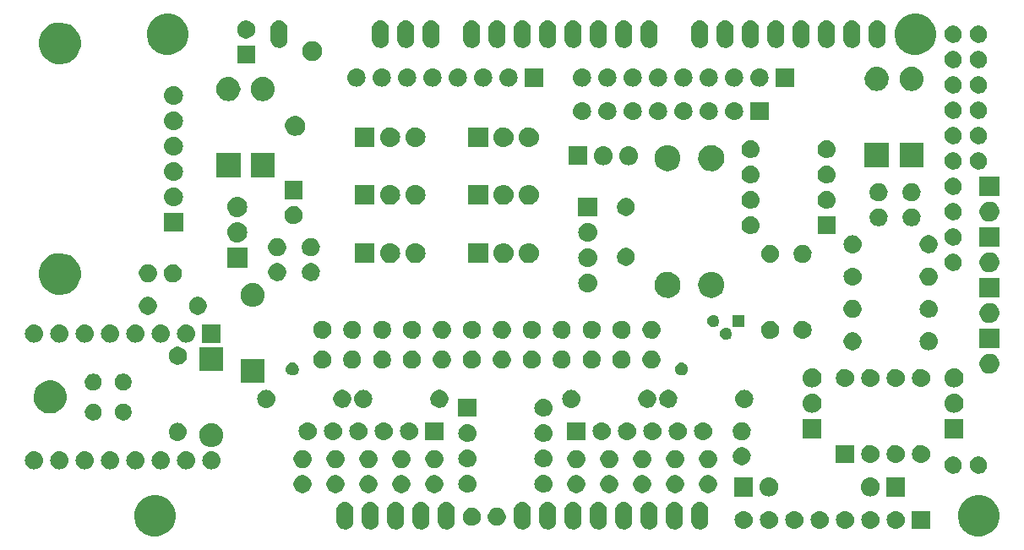
<source format=gbs>
G04 #@! TF.FileFunction,Soldermask,Bot*
%FSLAX46Y46*%
G04 Gerber Fmt 4.6, Leading zero omitted, Abs format (unit mm)*
G04 Created by KiCad (PCBNEW 4.0.6) date 01/30/18 16:02:00*
%MOMM*%
%LPD*%
G01*
G04 APERTURE LIST*
%ADD10C,0.100000*%
G04 APERTURE END LIST*
D10*
G36*
X105808535Y-112824877D02*
X106206204Y-112906507D01*
X106580457Y-113063828D01*
X106917019Y-113290842D01*
X107203077Y-113578904D01*
X107427734Y-113917042D01*
X107582437Y-114292377D01*
X107661221Y-114690267D01*
X107661221Y-114690277D01*
X107661288Y-114690616D01*
X107654814Y-115154308D01*
X107654737Y-115154646D01*
X107654737Y-115154654D01*
X107564873Y-115550190D01*
X107399754Y-115921056D01*
X107165739Y-116252791D01*
X106871748Y-116532756D01*
X106528977Y-116750285D01*
X106150485Y-116897092D01*
X105750687Y-116967588D01*
X105344805Y-116959085D01*
X104948308Y-116871911D01*
X104576292Y-116709380D01*
X104242935Y-116477692D01*
X103960926Y-116185663D01*
X103741010Y-115844419D01*
X103591561Y-115466954D01*
X103518277Y-115067662D01*
X103523945Y-114661733D01*
X103608351Y-114264634D01*
X103768278Y-113891496D01*
X103997637Y-113556525D01*
X104287689Y-113272486D01*
X104627390Y-113050192D01*
X105003798Y-112898113D01*
X105402571Y-112822043D01*
X105808535Y-112824877D01*
X105808535Y-112824877D01*
G37*
G36*
X188358535Y-112824877D02*
X188756204Y-112906507D01*
X189130457Y-113063828D01*
X189467019Y-113290842D01*
X189753077Y-113578904D01*
X189977734Y-113917042D01*
X190132437Y-114292377D01*
X190211221Y-114690267D01*
X190211221Y-114690277D01*
X190211288Y-114690616D01*
X190204814Y-115154308D01*
X190204737Y-115154646D01*
X190204737Y-115154654D01*
X190114873Y-115550190D01*
X189949754Y-115921056D01*
X189715739Y-116252791D01*
X189421748Y-116532756D01*
X189078977Y-116750285D01*
X188700485Y-116897092D01*
X188300687Y-116967588D01*
X187894805Y-116959085D01*
X187498308Y-116871911D01*
X187126292Y-116709380D01*
X186792935Y-116477692D01*
X186510926Y-116185663D01*
X186291010Y-115844419D01*
X186141561Y-115466954D01*
X186068277Y-115067662D01*
X186073945Y-114661733D01*
X186158351Y-114264634D01*
X186318278Y-113891496D01*
X186547637Y-113556525D01*
X186837689Y-113272486D01*
X187177390Y-113050192D01*
X187553798Y-112898113D01*
X187952571Y-112822043D01*
X188358535Y-112824877D01*
X188358535Y-112824877D01*
G37*
G36*
X124814704Y-113532996D02*
X124814709Y-113532998D01*
X124814751Y-113533002D01*
X124975758Y-113582842D01*
X125124019Y-113663006D01*
X125253885Y-113770441D01*
X125360411Y-113901054D01*
X125439538Y-114049871D01*
X125488253Y-114211222D01*
X125504700Y-114378963D01*
X125504700Y-115408271D01*
X125504631Y-115418238D01*
X125504630Y-115418244D01*
X125504616Y-115420295D01*
X125485828Y-115587790D01*
X125434865Y-115748445D01*
X125353668Y-115896143D01*
X125245329Y-116025256D01*
X125113976Y-116130867D01*
X124964610Y-116208953D01*
X124802923Y-116256540D01*
X124802881Y-116256544D01*
X124802877Y-116256545D01*
X124635073Y-116271817D01*
X124467496Y-116254204D01*
X124467491Y-116254202D01*
X124467449Y-116254198D01*
X124306442Y-116204358D01*
X124158181Y-116124194D01*
X124028315Y-116016759D01*
X123921789Y-115886146D01*
X123842662Y-115737329D01*
X123793947Y-115575978D01*
X123777500Y-115408237D01*
X123777500Y-114378929D01*
X123777569Y-114368962D01*
X123777570Y-114368956D01*
X123777584Y-114366905D01*
X123796372Y-114199410D01*
X123847335Y-114038755D01*
X123928532Y-113891057D01*
X124036871Y-113761944D01*
X124168224Y-113656333D01*
X124317590Y-113578247D01*
X124479277Y-113530660D01*
X124479319Y-113530656D01*
X124479323Y-113530655D01*
X124647127Y-113515383D01*
X124814704Y-113532996D01*
X124814704Y-113532996D01*
G37*
G36*
X127354704Y-113532996D02*
X127354709Y-113532998D01*
X127354751Y-113533002D01*
X127515758Y-113582842D01*
X127664019Y-113663006D01*
X127793885Y-113770441D01*
X127900411Y-113901054D01*
X127979538Y-114049871D01*
X128028253Y-114211222D01*
X128044700Y-114378963D01*
X128044700Y-115408271D01*
X128044631Y-115418238D01*
X128044630Y-115418244D01*
X128044616Y-115420295D01*
X128025828Y-115587790D01*
X127974865Y-115748445D01*
X127893668Y-115896143D01*
X127785329Y-116025256D01*
X127653976Y-116130867D01*
X127504610Y-116208953D01*
X127342923Y-116256540D01*
X127342881Y-116256544D01*
X127342877Y-116256545D01*
X127175073Y-116271817D01*
X127007496Y-116254204D01*
X127007491Y-116254202D01*
X127007449Y-116254198D01*
X126846442Y-116204358D01*
X126698181Y-116124194D01*
X126568315Y-116016759D01*
X126461789Y-115886146D01*
X126382662Y-115737329D01*
X126333947Y-115575978D01*
X126317500Y-115408237D01*
X126317500Y-114378929D01*
X126317569Y-114368962D01*
X126317570Y-114368956D01*
X126317584Y-114366905D01*
X126336372Y-114199410D01*
X126387335Y-114038755D01*
X126468532Y-113891057D01*
X126576871Y-113761944D01*
X126708224Y-113656333D01*
X126857590Y-113578247D01*
X127019277Y-113530660D01*
X127019319Y-113530656D01*
X127019323Y-113530655D01*
X127187127Y-113515383D01*
X127354704Y-113532996D01*
X127354704Y-113532996D01*
G37*
G36*
X150214704Y-113532996D02*
X150214709Y-113532998D01*
X150214751Y-113533002D01*
X150375758Y-113582842D01*
X150524019Y-113663006D01*
X150653885Y-113770441D01*
X150760411Y-113901054D01*
X150839538Y-114049871D01*
X150888253Y-114211222D01*
X150904700Y-114378963D01*
X150904700Y-115408271D01*
X150904631Y-115418238D01*
X150904630Y-115418244D01*
X150904616Y-115420295D01*
X150885828Y-115587790D01*
X150834865Y-115748445D01*
X150753668Y-115896143D01*
X150645329Y-116025256D01*
X150513976Y-116130867D01*
X150364610Y-116208953D01*
X150202923Y-116256540D01*
X150202881Y-116256544D01*
X150202877Y-116256545D01*
X150035073Y-116271817D01*
X149867496Y-116254204D01*
X149867491Y-116254202D01*
X149867449Y-116254198D01*
X149706442Y-116204358D01*
X149558181Y-116124194D01*
X149428315Y-116016759D01*
X149321789Y-115886146D01*
X149242662Y-115737329D01*
X149193947Y-115575978D01*
X149177500Y-115408237D01*
X149177500Y-114378929D01*
X149177569Y-114368962D01*
X149177570Y-114368956D01*
X149177584Y-114366905D01*
X149196372Y-114199410D01*
X149247335Y-114038755D01*
X149328532Y-113891057D01*
X149436871Y-113761944D01*
X149568224Y-113656333D01*
X149717590Y-113578247D01*
X149879277Y-113530660D01*
X149879319Y-113530656D01*
X149879323Y-113530655D01*
X150047127Y-113515383D01*
X150214704Y-113532996D01*
X150214704Y-113532996D01*
G37*
G36*
X132434704Y-113532996D02*
X132434709Y-113532998D01*
X132434751Y-113533002D01*
X132595758Y-113582842D01*
X132744019Y-113663006D01*
X132873885Y-113770441D01*
X132980411Y-113901054D01*
X133059538Y-114049871D01*
X133108253Y-114211222D01*
X133124700Y-114378963D01*
X133124700Y-115408271D01*
X133124631Y-115418238D01*
X133124630Y-115418244D01*
X133124616Y-115420295D01*
X133105828Y-115587790D01*
X133054865Y-115748445D01*
X132973668Y-115896143D01*
X132865329Y-116025256D01*
X132733976Y-116130867D01*
X132584610Y-116208953D01*
X132422923Y-116256540D01*
X132422881Y-116256544D01*
X132422877Y-116256545D01*
X132255073Y-116271817D01*
X132087496Y-116254204D01*
X132087491Y-116254202D01*
X132087449Y-116254198D01*
X131926442Y-116204358D01*
X131778181Y-116124194D01*
X131648315Y-116016759D01*
X131541789Y-115886146D01*
X131462662Y-115737329D01*
X131413947Y-115575978D01*
X131397500Y-115408237D01*
X131397500Y-114378929D01*
X131397569Y-114368962D01*
X131397570Y-114368956D01*
X131397584Y-114366905D01*
X131416372Y-114199410D01*
X131467335Y-114038755D01*
X131548532Y-113891057D01*
X131656871Y-113761944D01*
X131788224Y-113656333D01*
X131937590Y-113578247D01*
X132099277Y-113530660D01*
X132099319Y-113530656D01*
X132099323Y-113530655D01*
X132267127Y-113515383D01*
X132434704Y-113532996D01*
X132434704Y-113532996D01*
G37*
G36*
X129894704Y-113532996D02*
X129894709Y-113532998D01*
X129894751Y-113533002D01*
X130055758Y-113582842D01*
X130204019Y-113663006D01*
X130333885Y-113770441D01*
X130440411Y-113901054D01*
X130519538Y-114049871D01*
X130568253Y-114211222D01*
X130584700Y-114378963D01*
X130584700Y-115408271D01*
X130584631Y-115418238D01*
X130584630Y-115418244D01*
X130584616Y-115420295D01*
X130565828Y-115587790D01*
X130514865Y-115748445D01*
X130433668Y-115896143D01*
X130325329Y-116025256D01*
X130193976Y-116130867D01*
X130044610Y-116208953D01*
X129882923Y-116256540D01*
X129882881Y-116256544D01*
X129882877Y-116256545D01*
X129715073Y-116271817D01*
X129547496Y-116254204D01*
X129547491Y-116254202D01*
X129547449Y-116254198D01*
X129386442Y-116204358D01*
X129238181Y-116124194D01*
X129108315Y-116016759D01*
X129001789Y-115886146D01*
X128922662Y-115737329D01*
X128873947Y-115575978D01*
X128857500Y-115408237D01*
X128857500Y-114378929D01*
X128857569Y-114368962D01*
X128857570Y-114368956D01*
X128857584Y-114366905D01*
X128876372Y-114199410D01*
X128927335Y-114038755D01*
X129008532Y-113891057D01*
X129116871Y-113761944D01*
X129248224Y-113656333D01*
X129397590Y-113578247D01*
X129559277Y-113530660D01*
X129559319Y-113530656D01*
X129559323Y-113530655D01*
X129727127Y-113515383D01*
X129894704Y-113532996D01*
X129894704Y-113532996D01*
G37*
G36*
X134974704Y-113532996D02*
X134974709Y-113532998D01*
X134974751Y-113533002D01*
X135135758Y-113582842D01*
X135284019Y-113663006D01*
X135413885Y-113770441D01*
X135520411Y-113901054D01*
X135599538Y-114049871D01*
X135648253Y-114211222D01*
X135664700Y-114378963D01*
X135664700Y-115408271D01*
X135664631Y-115418238D01*
X135664630Y-115418244D01*
X135664616Y-115420295D01*
X135645828Y-115587790D01*
X135594865Y-115748445D01*
X135513668Y-115896143D01*
X135405329Y-116025256D01*
X135273976Y-116130867D01*
X135124610Y-116208953D01*
X134962923Y-116256540D01*
X134962881Y-116256544D01*
X134962877Y-116256545D01*
X134795073Y-116271817D01*
X134627496Y-116254204D01*
X134627491Y-116254202D01*
X134627449Y-116254198D01*
X134466442Y-116204358D01*
X134318181Y-116124194D01*
X134188315Y-116016759D01*
X134081789Y-115886146D01*
X134002662Y-115737329D01*
X133953947Y-115575978D01*
X133937500Y-115408237D01*
X133937500Y-114378929D01*
X133937569Y-114368962D01*
X133937570Y-114368956D01*
X133937584Y-114366905D01*
X133956372Y-114199410D01*
X134007335Y-114038755D01*
X134088532Y-113891057D01*
X134196871Y-113761944D01*
X134328224Y-113656333D01*
X134477590Y-113578247D01*
X134639277Y-113530660D01*
X134639319Y-113530656D01*
X134639323Y-113530655D01*
X134807127Y-113515383D01*
X134974704Y-113532996D01*
X134974704Y-113532996D01*
G37*
G36*
X142594704Y-113532996D02*
X142594709Y-113532998D01*
X142594751Y-113533002D01*
X142755758Y-113582842D01*
X142904019Y-113663006D01*
X143033885Y-113770441D01*
X143140411Y-113901054D01*
X143219538Y-114049871D01*
X143268253Y-114211222D01*
X143284700Y-114378963D01*
X143284700Y-115408271D01*
X143284631Y-115418238D01*
X143284630Y-115418244D01*
X143284616Y-115420295D01*
X143265828Y-115587790D01*
X143214865Y-115748445D01*
X143133668Y-115896143D01*
X143025329Y-116025256D01*
X142893976Y-116130867D01*
X142744610Y-116208953D01*
X142582923Y-116256540D01*
X142582881Y-116256544D01*
X142582877Y-116256545D01*
X142415073Y-116271817D01*
X142247496Y-116254204D01*
X142247491Y-116254202D01*
X142247449Y-116254198D01*
X142086442Y-116204358D01*
X141938181Y-116124194D01*
X141808315Y-116016759D01*
X141701789Y-115886146D01*
X141622662Y-115737329D01*
X141573947Y-115575978D01*
X141557500Y-115408237D01*
X141557500Y-114378929D01*
X141557569Y-114368962D01*
X141557570Y-114368956D01*
X141557584Y-114366905D01*
X141576372Y-114199410D01*
X141627335Y-114038755D01*
X141708532Y-113891057D01*
X141816871Y-113761944D01*
X141948224Y-113656333D01*
X142097590Y-113578247D01*
X142259277Y-113530660D01*
X142259319Y-113530656D01*
X142259323Y-113530655D01*
X142427127Y-113515383D01*
X142594704Y-113532996D01*
X142594704Y-113532996D01*
G37*
G36*
X147674704Y-113532996D02*
X147674709Y-113532998D01*
X147674751Y-113533002D01*
X147835758Y-113582842D01*
X147984019Y-113663006D01*
X148113885Y-113770441D01*
X148220411Y-113901054D01*
X148299538Y-114049871D01*
X148348253Y-114211222D01*
X148364700Y-114378963D01*
X148364700Y-115408271D01*
X148364631Y-115418238D01*
X148364630Y-115418244D01*
X148364616Y-115420295D01*
X148345828Y-115587790D01*
X148294865Y-115748445D01*
X148213668Y-115896143D01*
X148105329Y-116025256D01*
X147973976Y-116130867D01*
X147824610Y-116208953D01*
X147662923Y-116256540D01*
X147662881Y-116256544D01*
X147662877Y-116256545D01*
X147495073Y-116271817D01*
X147327496Y-116254204D01*
X147327491Y-116254202D01*
X147327449Y-116254198D01*
X147166442Y-116204358D01*
X147018181Y-116124194D01*
X146888315Y-116016759D01*
X146781789Y-115886146D01*
X146702662Y-115737329D01*
X146653947Y-115575978D01*
X146637500Y-115408237D01*
X146637500Y-114378929D01*
X146637569Y-114368962D01*
X146637570Y-114368956D01*
X146637584Y-114366905D01*
X146656372Y-114199410D01*
X146707335Y-114038755D01*
X146788532Y-113891057D01*
X146896871Y-113761944D01*
X147028224Y-113656333D01*
X147177590Y-113578247D01*
X147339277Y-113530660D01*
X147339319Y-113530656D01*
X147339323Y-113530655D01*
X147507127Y-113515383D01*
X147674704Y-113532996D01*
X147674704Y-113532996D01*
G37*
G36*
X145134704Y-113532996D02*
X145134709Y-113532998D01*
X145134751Y-113533002D01*
X145295758Y-113582842D01*
X145444019Y-113663006D01*
X145573885Y-113770441D01*
X145680411Y-113901054D01*
X145759538Y-114049871D01*
X145808253Y-114211222D01*
X145824700Y-114378963D01*
X145824700Y-115408271D01*
X145824631Y-115418238D01*
X145824630Y-115418244D01*
X145824616Y-115420295D01*
X145805828Y-115587790D01*
X145754865Y-115748445D01*
X145673668Y-115896143D01*
X145565329Y-116025256D01*
X145433976Y-116130867D01*
X145284610Y-116208953D01*
X145122923Y-116256540D01*
X145122881Y-116256544D01*
X145122877Y-116256545D01*
X144955073Y-116271817D01*
X144787496Y-116254204D01*
X144787491Y-116254202D01*
X144787449Y-116254198D01*
X144626442Y-116204358D01*
X144478181Y-116124194D01*
X144348315Y-116016759D01*
X144241789Y-115886146D01*
X144162662Y-115737329D01*
X144113947Y-115575978D01*
X144097500Y-115408237D01*
X144097500Y-114378929D01*
X144097569Y-114368962D01*
X144097570Y-114368956D01*
X144097584Y-114366905D01*
X144116372Y-114199410D01*
X144167335Y-114038755D01*
X144248532Y-113891057D01*
X144356871Y-113761944D01*
X144488224Y-113656333D01*
X144637590Y-113578247D01*
X144799277Y-113530660D01*
X144799319Y-113530656D01*
X144799323Y-113530655D01*
X144967127Y-113515383D01*
X145134704Y-113532996D01*
X145134704Y-113532996D01*
G37*
G36*
X160374704Y-113532996D02*
X160374709Y-113532998D01*
X160374751Y-113533002D01*
X160535758Y-113582842D01*
X160684019Y-113663006D01*
X160813885Y-113770441D01*
X160920411Y-113901054D01*
X160999538Y-114049871D01*
X161048253Y-114211222D01*
X161064700Y-114378963D01*
X161064700Y-115408271D01*
X161064631Y-115418238D01*
X161064630Y-115418244D01*
X161064616Y-115420295D01*
X161045828Y-115587790D01*
X160994865Y-115748445D01*
X160913668Y-115896143D01*
X160805329Y-116025256D01*
X160673976Y-116130867D01*
X160524610Y-116208953D01*
X160362923Y-116256540D01*
X160362881Y-116256544D01*
X160362877Y-116256545D01*
X160195073Y-116271817D01*
X160027496Y-116254204D01*
X160027491Y-116254202D01*
X160027449Y-116254198D01*
X159866442Y-116204358D01*
X159718181Y-116124194D01*
X159588315Y-116016759D01*
X159481789Y-115886146D01*
X159402662Y-115737329D01*
X159353947Y-115575978D01*
X159337500Y-115408237D01*
X159337500Y-114378929D01*
X159337569Y-114368962D01*
X159337570Y-114368956D01*
X159337584Y-114366905D01*
X159356372Y-114199410D01*
X159407335Y-114038755D01*
X159488532Y-113891057D01*
X159596871Y-113761944D01*
X159728224Y-113656333D01*
X159877590Y-113578247D01*
X160039277Y-113530660D01*
X160039319Y-113530656D01*
X160039323Y-113530655D01*
X160207127Y-113515383D01*
X160374704Y-113532996D01*
X160374704Y-113532996D01*
G37*
G36*
X157834704Y-113532996D02*
X157834709Y-113532998D01*
X157834751Y-113533002D01*
X157995758Y-113582842D01*
X158144019Y-113663006D01*
X158273885Y-113770441D01*
X158380411Y-113901054D01*
X158459538Y-114049871D01*
X158508253Y-114211222D01*
X158524700Y-114378963D01*
X158524700Y-115408271D01*
X158524631Y-115418238D01*
X158524630Y-115418244D01*
X158524616Y-115420295D01*
X158505828Y-115587790D01*
X158454865Y-115748445D01*
X158373668Y-115896143D01*
X158265329Y-116025256D01*
X158133976Y-116130867D01*
X157984610Y-116208953D01*
X157822923Y-116256540D01*
X157822881Y-116256544D01*
X157822877Y-116256545D01*
X157655073Y-116271817D01*
X157487496Y-116254204D01*
X157487491Y-116254202D01*
X157487449Y-116254198D01*
X157326442Y-116204358D01*
X157178181Y-116124194D01*
X157048315Y-116016759D01*
X156941789Y-115886146D01*
X156862662Y-115737329D01*
X156813947Y-115575978D01*
X156797500Y-115408237D01*
X156797500Y-114378929D01*
X156797569Y-114368962D01*
X156797570Y-114368956D01*
X156797584Y-114366905D01*
X156816372Y-114199410D01*
X156867335Y-114038755D01*
X156948532Y-113891057D01*
X157056871Y-113761944D01*
X157188224Y-113656333D01*
X157337590Y-113578247D01*
X157499277Y-113530660D01*
X157499319Y-113530656D01*
X157499323Y-113530655D01*
X157667127Y-113515383D01*
X157834704Y-113532996D01*
X157834704Y-113532996D01*
G37*
G36*
X155294704Y-113532996D02*
X155294709Y-113532998D01*
X155294751Y-113533002D01*
X155455758Y-113582842D01*
X155604019Y-113663006D01*
X155733885Y-113770441D01*
X155840411Y-113901054D01*
X155919538Y-114049871D01*
X155968253Y-114211222D01*
X155984700Y-114378963D01*
X155984700Y-115408271D01*
X155984631Y-115418238D01*
X155984630Y-115418244D01*
X155984616Y-115420295D01*
X155965828Y-115587790D01*
X155914865Y-115748445D01*
X155833668Y-115896143D01*
X155725329Y-116025256D01*
X155593976Y-116130867D01*
X155444610Y-116208953D01*
X155282923Y-116256540D01*
X155282881Y-116256544D01*
X155282877Y-116256545D01*
X155115073Y-116271817D01*
X154947496Y-116254204D01*
X154947491Y-116254202D01*
X154947449Y-116254198D01*
X154786442Y-116204358D01*
X154638181Y-116124194D01*
X154508315Y-116016759D01*
X154401789Y-115886146D01*
X154322662Y-115737329D01*
X154273947Y-115575978D01*
X154257500Y-115408237D01*
X154257500Y-114378929D01*
X154257569Y-114368962D01*
X154257570Y-114368956D01*
X154257584Y-114366905D01*
X154276372Y-114199410D01*
X154327335Y-114038755D01*
X154408532Y-113891057D01*
X154516871Y-113761944D01*
X154648224Y-113656333D01*
X154797590Y-113578247D01*
X154959277Y-113530660D01*
X154959319Y-113530656D01*
X154959323Y-113530655D01*
X155127127Y-113515383D01*
X155294704Y-113532996D01*
X155294704Y-113532996D01*
G37*
G36*
X152754704Y-113532996D02*
X152754709Y-113532998D01*
X152754751Y-113533002D01*
X152915758Y-113582842D01*
X153064019Y-113663006D01*
X153193885Y-113770441D01*
X153300411Y-113901054D01*
X153379538Y-114049871D01*
X153428253Y-114211222D01*
X153444700Y-114378963D01*
X153444700Y-115408271D01*
X153444631Y-115418238D01*
X153444630Y-115418244D01*
X153444616Y-115420295D01*
X153425828Y-115587790D01*
X153374865Y-115748445D01*
X153293668Y-115896143D01*
X153185329Y-116025256D01*
X153053976Y-116130867D01*
X152904610Y-116208953D01*
X152742923Y-116256540D01*
X152742881Y-116256544D01*
X152742877Y-116256545D01*
X152575073Y-116271817D01*
X152407496Y-116254204D01*
X152407491Y-116254202D01*
X152407449Y-116254198D01*
X152246442Y-116204358D01*
X152098181Y-116124194D01*
X151968315Y-116016759D01*
X151861789Y-115886146D01*
X151782662Y-115737329D01*
X151733947Y-115575978D01*
X151717500Y-115408237D01*
X151717500Y-114378929D01*
X151717569Y-114368962D01*
X151717570Y-114368956D01*
X151717584Y-114366905D01*
X151736372Y-114199410D01*
X151787335Y-114038755D01*
X151868532Y-113891057D01*
X151976871Y-113761944D01*
X152108224Y-113656333D01*
X152257590Y-113578247D01*
X152419277Y-113530660D01*
X152419319Y-113530656D01*
X152419323Y-113530655D01*
X152587127Y-113515383D01*
X152754704Y-113532996D01*
X152754704Y-113532996D01*
G37*
G36*
X183273600Y-116217600D02*
X181470400Y-116217600D01*
X181470400Y-114414400D01*
X183273600Y-114414400D01*
X183273600Y-116217600D01*
X183273600Y-116217600D01*
G37*
G36*
X172226895Y-114414473D02*
X172226901Y-114414474D01*
X172228950Y-114414488D01*
X172403815Y-114434102D01*
X172571540Y-114487308D01*
X172725736Y-114572078D01*
X172860531Y-114685184D01*
X172970789Y-114822317D01*
X173052311Y-114978255D01*
X173101992Y-115147057D01*
X173101995Y-115147093D01*
X173101998Y-115147102D01*
X173117942Y-115322292D01*
X173099553Y-115497245D01*
X173099551Y-115497250D01*
X173099547Y-115497292D01*
X173047514Y-115665384D01*
X172963822Y-115820168D01*
X172851660Y-115955749D01*
X172715300Y-116066962D01*
X172559935Y-116149571D01*
X172391484Y-116200429D01*
X172216362Y-116217600D01*
X172207604Y-116217600D01*
X172197105Y-116217527D01*
X172197099Y-116217526D01*
X172195050Y-116217512D01*
X172020185Y-116197898D01*
X171852460Y-116144692D01*
X171698264Y-116059922D01*
X171563469Y-115946816D01*
X171453211Y-115809683D01*
X171371689Y-115653745D01*
X171322008Y-115484943D01*
X171322005Y-115484907D01*
X171322002Y-115484898D01*
X171306058Y-115309708D01*
X171324447Y-115134755D01*
X171324449Y-115134750D01*
X171324453Y-115134708D01*
X171376486Y-114966616D01*
X171460178Y-114811832D01*
X171572340Y-114676251D01*
X171708700Y-114565038D01*
X171864065Y-114482429D01*
X172032516Y-114431571D01*
X172207638Y-114414400D01*
X172216396Y-114414400D01*
X172226895Y-114414473D01*
X172226895Y-114414473D01*
G37*
G36*
X169686895Y-114414473D02*
X169686901Y-114414474D01*
X169688950Y-114414488D01*
X169863815Y-114434102D01*
X170031540Y-114487308D01*
X170185736Y-114572078D01*
X170320531Y-114685184D01*
X170430789Y-114822317D01*
X170512311Y-114978255D01*
X170561992Y-115147057D01*
X170561995Y-115147093D01*
X170561998Y-115147102D01*
X170577942Y-115322292D01*
X170559553Y-115497245D01*
X170559551Y-115497250D01*
X170559547Y-115497292D01*
X170507514Y-115665384D01*
X170423822Y-115820168D01*
X170311660Y-115955749D01*
X170175300Y-116066962D01*
X170019935Y-116149571D01*
X169851484Y-116200429D01*
X169676362Y-116217600D01*
X169667604Y-116217600D01*
X169657105Y-116217527D01*
X169657099Y-116217526D01*
X169655050Y-116217512D01*
X169480185Y-116197898D01*
X169312460Y-116144692D01*
X169158264Y-116059922D01*
X169023469Y-115946816D01*
X168913211Y-115809683D01*
X168831689Y-115653745D01*
X168782008Y-115484943D01*
X168782005Y-115484907D01*
X168782002Y-115484898D01*
X168766058Y-115309708D01*
X168784447Y-115134755D01*
X168784449Y-115134750D01*
X168784453Y-115134708D01*
X168836486Y-114966616D01*
X168920178Y-114811832D01*
X169032340Y-114676251D01*
X169168700Y-114565038D01*
X169324065Y-114482429D01*
X169492516Y-114431571D01*
X169667638Y-114414400D01*
X169676396Y-114414400D01*
X169686895Y-114414473D01*
X169686895Y-114414473D01*
G37*
G36*
X167146895Y-114414473D02*
X167146901Y-114414474D01*
X167148950Y-114414488D01*
X167323815Y-114434102D01*
X167491540Y-114487308D01*
X167645736Y-114572078D01*
X167780531Y-114685184D01*
X167890789Y-114822317D01*
X167972311Y-114978255D01*
X168021992Y-115147057D01*
X168021995Y-115147093D01*
X168021998Y-115147102D01*
X168037942Y-115322292D01*
X168019553Y-115497245D01*
X168019551Y-115497250D01*
X168019547Y-115497292D01*
X167967514Y-115665384D01*
X167883822Y-115820168D01*
X167771660Y-115955749D01*
X167635300Y-116066962D01*
X167479935Y-116149571D01*
X167311484Y-116200429D01*
X167136362Y-116217600D01*
X167127604Y-116217600D01*
X167117105Y-116217527D01*
X167117099Y-116217526D01*
X167115050Y-116217512D01*
X166940185Y-116197898D01*
X166772460Y-116144692D01*
X166618264Y-116059922D01*
X166483469Y-115946816D01*
X166373211Y-115809683D01*
X166291689Y-115653745D01*
X166242008Y-115484943D01*
X166242005Y-115484907D01*
X166242002Y-115484898D01*
X166226058Y-115309708D01*
X166244447Y-115134755D01*
X166244449Y-115134750D01*
X166244453Y-115134708D01*
X166296486Y-114966616D01*
X166380178Y-114811832D01*
X166492340Y-114676251D01*
X166628700Y-114565038D01*
X166784065Y-114482429D01*
X166952516Y-114431571D01*
X167127638Y-114414400D01*
X167136396Y-114414400D01*
X167146895Y-114414473D01*
X167146895Y-114414473D01*
G37*
G36*
X164606895Y-114414473D02*
X164606901Y-114414474D01*
X164608950Y-114414488D01*
X164783815Y-114434102D01*
X164951540Y-114487308D01*
X165105736Y-114572078D01*
X165240531Y-114685184D01*
X165350789Y-114822317D01*
X165432311Y-114978255D01*
X165481992Y-115147057D01*
X165481995Y-115147093D01*
X165481998Y-115147102D01*
X165497942Y-115322292D01*
X165479553Y-115497245D01*
X165479551Y-115497250D01*
X165479547Y-115497292D01*
X165427514Y-115665384D01*
X165343822Y-115820168D01*
X165231660Y-115955749D01*
X165095300Y-116066962D01*
X164939935Y-116149571D01*
X164771484Y-116200429D01*
X164596362Y-116217600D01*
X164587604Y-116217600D01*
X164577105Y-116217527D01*
X164577099Y-116217526D01*
X164575050Y-116217512D01*
X164400185Y-116197898D01*
X164232460Y-116144692D01*
X164078264Y-116059922D01*
X163943469Y-115946816D01*
X163833211Y-115809683D01*
X163751689Y-115653745D01*
X163702008Y-115484943D01*
X163702005Y-115484907D01*
X163702002Y-115484898D01*
X163686058Y-115309708D01*
X163704447Y-115134755D01*
X163704449Y-115134750D01*
X163704453Y-115134708D01*
X163756486Y-114966616D01*
X163840178Y-114811832D01*
X163952340Y-114676251D01*
X164088700Y-114565038D01*
X164244065Y-114482429D01*
X164412516Y-114431571D01*
X164587638Y-114414400D01*
X164596396Y-114414400D01*
X164606895Y-114414473D01*
X164606895Y-114414473D01*
G37*
G36*
X174766895Y-114414473D02*
X174766901Y-114414474D01*
X174768950Y-114414488D01*
X174943815Y-114434102D01*
X175111540Y-114487308D01*
X175265736Y-114572078D01*
X175400531Y-114685184D01*
X175510789Y-114822317D01*
X175592311Y-114978255D01*
X175641992Y-115147057D01*
X175641995Y-115147093D01*
X175641998Y-115147102D01*
X175657942Y-115322292D01*
X175639553Y-115497245D01*
X175639551Y-115497250D01*
X175639547Y-115497292D01*
X175587514Y-115665384D01*
X175503822Y-115820168D01*
X175391660Y-115955749D01*
X175255300Y-116066962D01*
X175099935Y-116149571D01*
X174931484Y-116200429D01*
X174756362Y-116217600D01*
X174747604Y-116217600D01*
X174737105Y-116217527D01*
X174737099Y-116217526D01*
X174735050Y-116217512D01*
X174560185Y-116197898D01*
X174392460Y-116144692D01*
X174238264Y-116059922D01*
X174103469Y-115946816D01*
X173993211Y-115809683D01*
X173911689Y-115653745D01*
X173862008Y-115484943D01*
X173862005Y-115484907D01*
X173862002Y-115484898D01*
X173846058Y-115309708D01*
X173864447Y-115134755D01*
X173864449Y-115134750D01*
X173864453Y-115134708D01*
X173916486Y-114966616D01*
X174000178Y-114811832D01*
X174112340Y-114676251D01*
X174248700Y-114565038D01*
X174404065Y-114482429D01*
X174572516Y-114431571D01*
X174747638Y-114414400D01*
X174756396Y-114414400D01*
X174766895Y-114414473D01*
X174766895Y-114414473D01*
G37*
G36*
X177306895Y-114414473D02*
X177306901Y-114414474D01*
X177308950Y-114414488D01*
X177483815Y-114434102D01*
X177651540Y-114487308D01*
X177805736Y-114572078D01*
X177940531Y-114685184D01*
X178050789Y-114822317D01*
X178132311Y-114978255D01*
X178181992Y-115147057D01*
X178181995Y-115147093D01*
X178181998Y-115147102D01*
X178197942Y-115322292D01*
X178179553Y-115497245D01*
X178179551Y-115497250D01*
X178179547Y-115497292D01*
X178127514Y-115665384D01*
X178043822Y-115820168D01*
X177931660Y-115955749D01*
X177795300Y-116066962D01*
X177639935Y-116149571D01*
X177471484Y-116200429D01*
X177296362Y-116217600D01*
X177287604Y-116217600D01*
X177277105Y-116217527D01*
X177277099Y-116217526D01*
X177275050Y-116217512D01*
X177100185Y-116197898D01*
X176932460Y-116144692D01*
X176778264Y-116059922D01*
X176643469Y-115946816D01*
X176533211Y-115809683D01*
X176451689Y-115653745D01*
X176402008Y-115484943D01*
X176402005Y-115484907D01*
X176402002Y-115484898D01*
X176386058Y-115309708D01*
X176404447Y-115134755D01*
X176404449Y-115134750D01*
X176404453Y-115134708D01*
X176456486Y-114966616D01*
X176540178Y-114811832D01*
X176652340Y-114676251D01*
X176788700Y-114565038D01*
X176944065Y-114482429D01*
X177112516Y-114431571D01*
X177287638Y-114414400D01*
X177296396Y-114414400D01*
X177306895Y-114414473D01*
X177306895Y-114414473D01*
G37*
G36*
X179846895Y-114414473D02*
X179846901Y-114414474D01*
X179848950Y-114414488D01*
X180023815Y-114434102D01*
X180191540Y-114487308D01*
X180345736Y-114572078D01*
X180480531Y-114685184D01*
X180590789Y-114822317D01*
X180672311Y-114978255D01*
X180721992Y-115147057D01*
X180721995Y-115147093D01*
X180721998Y-115147102D01*
X180737942Y-115322292D01*
X180719553Y-115497245D01*
X180719551Y-115497250D01*
X180719547Y-115497292D01*
X180667514Y-115665384D01*
X180583822Y-115820168D01*
X180471660Y-115955749D01*
X180335300Y-116066962D01*
X180179935Y-116149571D01*
X180011484Y-116200429D01*
X179836362Y-116217600D01*
X179827604Y-116217600D01*
X179817105Y-116217527D01*
X179817099Y-116217526D01*
X179815050Y-116217512D01*
X179640185Y-116197898D01*
X179472460Y-116144692D01*
X179318264Y-116059922D01*
X179183469Y-115946816D01*
X179073211Y-115809683D01*
X178991689Y-115653745D01*
X178942008Y-115484943D01*
X178942005Y-115484907D01*
X178942002Y-115484898D01*
X178926058Y-115309708D01*
X178944447Y-115134755D01*
X178944449Y-115134750D01*
X178944453Y-115134708D01*
X178996486Y-114966616D01*
X179080178Y-114811832D01*
X179192340Y-114676251D01*
X179328700Y-114565038D01*
X179484065Y-114482429D01*
X179652516Y-114431571D01*
X179827638Y-114414400D01*
X179836396Y-114414400D01*
X179846895Y-114414473D01*
X179846895Y-114414473D01*
G37*
G36*
X137445203Y-114098999D02*
X137618397Y-114134551D01*
X137781401Y-114203071D01*
X137927985Y-114301944D01*
X138052573Y-114427404D01*
X138150418Y-114574674D01*
X138217798Y-114738149D01*
X138252071Y-114911239D01*
X138252071Y-114911255D01*
X138252138Y-114911594D01*
X138249318Y-115113547D01*
X138249242Y-115113881D01*
X138249242Y-115113894D01*
X138210147Y-115285970D01*
X138138233Y-115447492D01*
X138036310Y-115591976D01*
X137908267Y-115713910D01*
X137758977Y-115808652D01*
X137594131Y-115872591D01*
X137420007Y-115903294D01*
X137243230Y-115899591D01*
X137070540Y-115861623D01*
X136908514Y-115790835D01*
X136763328Y-115689928D01*
X136640503Y-115562739D01*
X136544721Y-115414114D01*
X136479630Y-115249713D01*
X136447713Y-115075811D01*
X136450181Y-114899014D01*
X136486944Y-114726063D01*
X136556596Y-114563549D01*
X136656491Y-114417657D01*
X136782818Y-114293948D01*
X136930771Y-114197131D01*
X137094710Y-114130895D01*
X137268388Y-114097765D01*
X137445203Y-114098999D01*
X137445203Y-114098999D01*
G37*
G36*
X139945203Y-114098999D02*
X140118397Y-114134551D01*
X140281401Y-114203071D01*
X140427985Y-114301944D01*
X140552573Y-114427404D01*
X140650418Y-114574674D01*
X140717798Y-114738149D01*
X140752071Y-114911239D01*
X140752071Y-114911255D01*
X140752138Y-114911594D01*
X140749318Y-115113547D01*
X140749242Y-115113881D01*
X140749242Y-115113894D01*
X140710147Y-115285970D01*
X140638233Y-115447492D01*
X140536310Y-115591976D01*
X140408267Y-115713910D01*
X140258977Y-115808652D01*
X140094131Y-115872591D01*
X139920007Y-115903294D01*
X139743230Y-115899591D01*
X139570540Y-115861623D01*
X139408514Y-115790835D01*
X139263328Y-115689928D01*
X139140503Y-115562739D01*
X139044721Y-115414114D01*
X138979630Y-115249713D01*
X138947713Y-115075811D01*
X138950181Y-114899014D01*
X138986944Y-114726063D01*
X139056596Y-114563549D01*
X139156491Y-114417657D01*
X139282818Y-114293948D01*
X139430771Y-114197131D01*
X139594710Y-114130895D01*
X139768388Y-114097765D01*
X139945203Y-114098999D01*
X139945203Y-114098999D01*
G37*
G36*
X167323299Y-111077226D02*
X167323304Y-111077228D01*
X167323346Y-111077232D01*
X167500760Y-111132151D01*
X167664128Y-111220484D01*
X167807228Y-111338866D01*
X167924608Y-111482789D01*
X168011798Y-111646769D01*
X168065477Y-111824563D01*
X168083600Y-112009396D01*
X168083600Y-112018637D01*
X168083522Y-112029834D01*
X168083521Y-112029840D01*
X168083507Y-112031890D01*
X168062805Y-112216453D01*
X168006649Y-112393479D01*
X167917178Y-112556227D01*
X167797800Y-112698496D01*
X167653061Y-112814869D01*
X167488476Y-112900912D01*
X167310312Y-112953349D01*
X167310276Y-112953352D01*
X167310267Y-112953355D01*
X167125360Y-112970183D01*
X166940701Y-112950774D01*
X166940696Y-112950772D01*
X166940654Y-112950768D01*
X166763240Y-112895849D01*
X166599872Y-112807516D01*
X166456772Y-112689134D01*
X166339392Y-112545211D01*
X166252202Y-112381231D01*
X166198523Y-112203437D01*
X166180400Y-112018604D01*
X166180400Y-112009396D01*
X166180424Y-112005966D01*
X166180478Y-111998166D01*
X166180479Y-111998160D01*
X166180493Y-111996110D01*
X166201195Y-111811547D01*
X166257351Y-111634521D01*
X166346822Y-111471773D01*
X166466200Y-111329504D01*
X166610939Y-111213131D01*
X166775524Y-111127088D01*
X166953688Y-111074651D01*
X166953724Y-111074648D01*
X166953733Y-111074645D01*
X167138640Y-111057817D01*
X167323299Y-111077226D01*
X167323299Y-111077226D01*
G37*
G36*
X177483299Y-111077226D02*
X177483304Y-111077228D01*
X177483346Y-111077232D01*
X177660760Y-111132151D01*
X177824128Y-111220484D01*
X177967228Y-111338866D01*
X178084608Y-111482789D01*
X178171798Y-111646769D01*
X178225477Y-111824563D01*
X178243600Y-112009396D01*
X178243600Y-112018637D01*
X178243522Y-112029834D01*
X178243521Y-112029840D01*
X178243507Y-112031890D01*
X178222805Y-112216453D01*
X178166649Y-112393479D01*
X178077178Y-112556227D01*
X177957800Y-112698496D01*
X177813061Y-112814869D01*
X177648476Y-112900912D01*
X177470312Y-112953349D01*
X177470276Y-112953352D01*
X177470267Y-112953355D01*
X177285360Y-112970183D01*
X177100701Y-112950774D01*
X177100696Y-112950772D01*
X177100654Y-112950768D01*
X176923240Y-112895849D01*
X176759872Y-112807516D01*
X176616772Y-112689134D01*
X176499392Y-112545211D01*
X176412202Y-112381231D01*
X176358523Y-112203437D01*
X176340400Y-112018604D01*
X176340400Y-112009396D01*
X176340424Y-112005966D01*
X176340478Y-111998166D01*
X176340479Y-111998160D01*
X176340493Y-111996110D01*
X176361195Y-111811547D01*
X176417351Y-111634521D01*
X176506822Y-111471773D01*
X176626200Y-111329504D01*
X176770939Y-111213131D01*
X176935524Y-111127088D01*
X177113688Y-111074651D01*
X177113724Y-111074648D01*
X177113733Y-111074645D01*
X177298640Y-111057817D01*
X177483299Y-111077226D01*
X177483299Y-111077226D01*
G37*
G36*
X165543600Y-112965600D02*
X163640400Y-112965600D01*
X163640400Y-111062400D01*
X165543600Y-111062400D01*
X165543600Y-112965600D01*
X165543600Y-112965600D01*
G37*
G36*
X180783600Y-112965600D02*
X178880400Y-112965600D01*
X178880400Y-111062400D01*
X180783600Y-111062400D01*
X180783600Y-112965600D01*
X180783600Y-112965600D01*
G37*
G36*
X127094703Y-110818999D02*
X127267897Y-110854551D01*
X127430901Y-110923071D01*
X127577485Y-111021944D01*
X127702073Y-111147404D01*
X127799918Y-111294674D01*
X127867298Y-111458149D01*
X127901571Y-111631239D01*
X127901571Y-111631255D01*
X127901638Y-111631594D01*
X127898818Y-111833547D01*
X127898742Y-111833881D01*
X127898742Y-111833894D01*
X127859647Y-112005970D01*
X127787733Y-112167492D01*
X127685810Y-112311976D01*
X127557767Y-112433910D01*
X127408477Y-112528652D01*
X127243631Y-112592591D01*
X127069507Y-112623294D01*
X126892730Y-112619591D01*
X126720040Y-112581623D01*
X126558014Y-112510835D01*
X126412828Y-112409928D01*
X126290003Y-112282739D01*
X126194221Y-112134114D01*
X126129130Y-111969713D01*
X126097213Y-111795811D01*
X126099681Y-111619014D01*
X126136444Y-111446063D01*
X126206096Y-111283549D01*
X126305991Y-111137657D01*
X126432318Y-111013948D01*
X126580271Y-110917131D01*
X126744210Y-110850895D01*
X126917888Y-110817765D01*
X127094703Y-110818999D01*
X127094703Y-110818999D01*
G37*
G36*
X123792703Y-110818999D02*
X123965897Y-110854551D01*
X124128901Y-110923071D01*
X124275485Y-111021944D01*
X124400073Y-111147404D01*
X124497918Y-111294674D01*
X124565298Y-111458149D01*
X124599571Y-111631239D01*
X124599571Y-111631255D01*
X124599638Y-111631594D01*
X124596818Y-111833547D01*
X124596742Y-111833881D01*
X124596742Y-111833894D01*
X124557647Y-112005970D01*
X124485733Y-112167492D01*
X124383810Y-112311976D01*
X124255767Y-112433910D01*
X124106477Y-112528652D01*
X123941631Y-112592591D01*
X123767507Y-112623294D01*
X123590730Y-112619591D01*
X123418040Y-112581623D01*
X123256014Y-112510835D01*
X123110828Y-112409928D01*
X122988003Y-112282739D01*
X122892221Y-112134114D01*
X122827130Y-111969713D01*
X122795213Y-111795811D01*
X122797681Y-111619014D01*
X122834444Y-111446063D01*
X122904096Y-111283549D01*
X123003991Y-111137657D01*
X123130318Y-111013948D01*
X123278271Y-110917131D01*
X123442210Y-110850895D01*
X123615888Y-110817765D01*
X123792703Y-110818999D01*
X123792703Y-110818999D01*
G37*
G36*
X130396703Y-110818999D02*
X130569897Y-110854551D01*
X130732901Y-110923071D01*
X130879485Y-111021944D01*
X131004073Y-111147404D01*
X131101918Y-111294674D01*
X131169298Y-111458149D01*
X131203571Y-111631239D01*
X131203571Y-111631255D01*
X131203638Y-111631594D01*
X131200818Y-111833547D01*
X131200742Y-111833881D01*
X131200742Y-111833894D01*
X131161647Y-112005970D01*
X131089733Y-112167492D01*
X130987810Y-112311976D01*
X130859767Y-112433910D01*
X130710477Y-112528652D01*
X130545631Y-112592591D01*
X130371507Y-112623294D01*
X130194730Y-112619591D01*
X130022040Y-112581623D01*
X129860014Y-112510835D01*
X129714828Y-112409928D01*
X129592003Y-112282739D01*
X129496221Y-112134114D01*
X129431130Y-111969713D01*
X129399213Y-111795811D01*
X129401681Y-111619014D01*
X129438444Y-111446063D01*
X129508096Y-111283549D01*
X129607991Y-111137657D01*
X129734318Y-111013948D01*
X129882271Y-110917131D01*
X130046210Y-110850895D01*
X130219888Y-110817765D01*
X130396703Y-110818999D01*
X130396703Y-110818999D01*
G37*
G36*
X133698703Y-110818999D02*
X133871897Y-110854551D01*
X134034901Y-110923071D01*
X134181485Y-111021944D01*
X134306073Y-111147404D01*
X134403918Y-111294674D01*
X134471298Y-111458149D01*
X134505571Y-111631239D01*
X134505571Y-111631255D01*
X134505638Y-111631594D01*
X134502818Y-111833547D01*
X134502742Y-111833881D01*
X134502742Y-111833894D01*
X134463647Y-112005970D01*
X134391733Y-112167492D01*
X134289810Y-112311976D01*
X134161767Y-112433910D01*
X134012477Y-112528652D01*
X133847631Y-112592591D01*
X133673507Y-112623294D01*
X133496730Y-112619591D01*
X133324040Y-112581623D01*
X133162014Y-112510835D01*
X133016828Y-112409928D01*
X132894003Y-112282739D01*
X132798221Y-112134114D01*
X132733130Y-111969713D01*
X132701213Y-111795811D01*
X132703681Y-111619014D01*
X132740444Y-111446063D01*
X132810096Y-111283549D01*
X132909991Y-111137657D01*
X133036318Y-111013948D01*
X133184271Y-110917131D01*
X133348210Y-110850895D01*
X133521888Y-110817765D01*
X133698703Y-110818999D01*
X133698703Y-110818999D01*
G37*
G36*
X147922703Y-110818999D02*
X148095897Y-110854551D01*
X148258901Y-110923071D01*
X148405485Y-111021944D01*
X148530073Y-111147404D01*
X148627918Y-111294674D01*
X148695298Y-111458149D01*
X148729571Y-111631239D01*
X148729571Y-111631255D01*
X148729638Y-111631594D01*
X148726818Y-111833547D01*
X148726742Y-111833881D01*
X148726742Y-111833894D01*
X148687647Y-112005970D01*
X148615733Y-112167492D01*
X148513810Y-112311976D01*
X148385767Y-112433910D01*
X148236477Y-112528652D01*
X148071631Y-112592591D01*
X147897507Y-112623294D01*
X147720730Y-112619591D01*
X147548040Y-112581623D01*
X147386014Y-112510835D01*
X147240828Y-112409928D01*
X147118003Y-112282739D01*
X147022221Y-112134114D01*
X146957130Y-111969713D01*
X146925213Y-111795811D01*
X146927681Y-111619014D01*
X146964444Y-111446063D01*
X147034096Y-111283549D01*
X147133991Y-111137657D01*
X147260318Y-111013948D01*
X147408271Y-110917131D01*
X147572210Y-110850895D01*
X147745888Y-110817765D01*
X147922703Y-110818999D01*
X147922703Y-110818999D01*
G37*
G36*
X151224703Y-110818999D02*
X151397897Y-110854551D01*
X151560901Y-110923071D01*
X151707485Y-111021944D01*
X151832073Y-111147404D01*
X151929918Y-111294674D01*
X151997298Y-111458149D01*
X152031571Y-111631239D01*
X152031571Y-111631255D01*
X152031638Y-111631594D01*
X152028818Y-111833547D01*
X152028742Y-111833881D01*
X152028742Y-111833894D01*
X151989647Y-112005970D01*
X151917733Y-112167492D01*
X151815810Y-112311976D01*
X151687767Y-112433910D01*
X151538477Y-112528652D01*
X151373631Y-112592591D01*
X151199507Y-112623294D01*
X151022730Y-112619591D01*
X150850040Y-112581623D01*
X150688014Y-112510835D01*
X150542828Y-112409928D01*
X150420003Y-112282739D01*
X150324221Y-112134114D01*
X150259130Y-111969713D01*
X150227213Y-111795811D01*
X150229681Y-111619014D01*
X150266444Y-111446063D01*
X150336096Y-111283549D01*
X150435991Y-111137657D01*
X150562318Y-111013948D01*
X150710271Y-110917131D01*
X150874210Y-110850895D01*
X151047888Y-110817765D01*
X151224703Y-110818999D01*
X151224703Y-110818999D01*
G37*
G36*
X154526703Y-110818999D02*
X154699897Y-110854551D01*
X154862901Y-110923071D01*
X155009485Y-111021944D01*
X155134073Y-111147404D01*
X155231918Y-111294674D01*
X155299298Y-111458149D01*
X155333571Y-111631239D01*
X155333571Y-111631255D01*
X155333638Y-111631594D01*
X155330818Y-111833547D01*
X155330742Y-111833881D01*
X155330742Y-111833894D01*
X155291647Y-112005970D01*
X155219733Y-112167492D01*
X155117810Y-112311976D01*
X154989767Y-112433910D01*
X154840477Y-112528652D01*
X154675631Y-112592591D01*
X154501507Y-112623294D01*
X154324730Y-112619591D01*
X154152040Y-112581623D01*
X153990014Y-112510835D01*
X153844828Y-112409928D01*
X153722003Y-112282739D01*
X153626221Y-112134114D01*
X153561130Y-111969713D01*
X153529213Y-111795811D01*
X153531681Y-111619014D01*
X153568444Y-111446063D01*
X153638096Y-111283549D01*
X153737991Y-111137657D01*
X153864318Y-111013948D01*
X154012271Y-110917131D01*
X154176210Y-110850895D01*
X154349888Y-110817765D01*
X154526703Y-110818999D01*
X154526703Y-110818999D01*
G37*
G36*
X157828703Y-110818999D02*
X158001897Y-110854551D01*
X158164901Y-110923071D01*
X158311485Y-111021944D01*
X158436073Y-111147404D01*
X158533918Y-111294674D01*
X158601298Y-111458149D01*
X158635571Y-111631239D01*
X158635571Y-111631255D01*
X158635638Y-111631594D01*
X158632818Y-111833547D01*
X158632742Y-111833881D01*
X158632742Y-111833894D01*
X158593647Y-112005970D01*
X158521733Y-112167492D01*
X158419810Y-112311976D01*
X158291767Y-112433910D01*
X158142477Y-112528652D01*
X157977631Y-112592591D01*
X157803507Y-112623294D01*
X157626730Y-112619591D01*
X157454040Y-112581623D01*
X157292014Y-112510835D01*
X157146828Y-112409928D01*
X157024003Y-112282739D01*
X156928221Y-112134114D01*
X156863130Y-111969713D01*
X156831213Y-111795811D01*
X156833681Y-111619014D01*
X156870444Y-111446063D01*
X156940096Y-111283549D01*
X157039991Y-111137657D01*
X157166318Y-111013948D01*
X157314271Y-110917131D01*
X157478210Y-110850895D01*
X157651888Y-110817765D01*
X157828703Y-110818999D01*
X157828703Y-110818999D01*
G37*
G36*
X161130703Y-110818999D02*
X161303897Y-110854551D01*
X161466901Y-110923071D01*
X161613485Y-111021944D01*
X161738073Y-111147404D01*
X161835918Y-111294674D01*
X161903298Y-111458149D01*
X161937571Y-111631239D01*
X161937571Y-111631255D01*
X161937638Y-111631594D01*
X161934818Y-111833547D01*
X161934742Y-111833881D01*
X161934742Y-111833894D01*
X161895647Y-112005970D01*
X161823733Y-112167492D01*
X161721810Y-112311976D01*
X161593767Y-112433910D01*
X161444477Y-112528652D01*
X161279631Y-112592591D01*
X161105507Y-112623294D01*
X160928730Y-112619591D01*
X160756040Y-112581623D01*
X160594014Y-112510835D01*
X160448828Y-112409928D01*
X160326003Y-112282739D01*
X160230221Y-112134114D01*
X160165130Y-111969713D01*
X160133213Y-111795811D01*
X160135681Y-111619014D01*
X160172444Y-111446063D01*
X160242096Y-111283549D01*
X160341991Y-111137657D01*
X160468318Y-111013948D01*
X160616271Y-110917131D01*
X160780210Y-110850895D01*
X160953888Y-110817765D01*
X161130703Y-110818999D01*
X161130703Y-110818999D01*
G37*
G36*
X120490703Y-110818999D02*
X120663897Y-110854551D01*
X120826901Y-110923071D01*
X120973485Y-111021944D01*
X121098073Y-111147404D01*
X121195918Y-111294674D01*
X121263298Y-111458149D01*
X121297571Y-111631239D01*
X121297571Y-111631255D01*
X121297638Y-111631594D01*
X121294818Y-111833547D01*
X121294742Y-111833881D01*
X121294742Y-111833894D01*
X121255647Y-112005970D01*
X121183733Y-112167492D01*
X121081810Y-112311976D01*
X120953767Y-112433910D01*
X120804477Y-112528652D01*
X120639631Y-112592591D01*
X120465507Y-112623294D01*
X120288730Y-112619591D01*
X120116040Y-112581623D01*
X119954014Y-112510835D01*
X119808828Y-112409928D01*
X119686003Y-112282739D01*
X119590221Y-112134114D01*
X119525130Y-111969713D01*
X119493213Y-111795811D01*
X119495681Y-111619014D01*
X119532444Y-111446063D01*
X119602096Y-111283549D01*
X119701991Y-111137657D01*
X119828318Y-111013948D01*
X119976271Y-110917131D01*
X120140210Y-110850895D01*
X120313888Y-110817765D01*
X120490703Y-110818999D01*
X120490703Y-110818999D01*
G37*
G36*
X144540895Y-110794973D02*
X144540901Y-110794974D01*
X144542950Y-110794988D01*
X144717815Y-110814602D01*
X144885540Y-110867808D01*
X145039736Y-110952578D01*
X145174531Y-111065684D01*
X145284789Y-111202817D01*
X145366311Y-111358755D01*
X145415992Y-111527557D01*
X145415995Y-111527593D01*
X145415998Y-111527602D01*
X145431942Y-111702792D01*
X145413553Y-111877745D01*
X145413551Y-111877750D01*
X145413547Y-111877792D01*
X145361514Y-112045884D01*
X145277822Y-112200668D01*
X145165660Y-112336249D01*
X145029300Y-112447462D01*
X144873935Y-112530071D01*
X144705484Y-112580929D01*
X144530362Y-112598100D01*
X144521604Y-112598100D01*
X144511105Y-112598027D01*
X144511099Y-112598026D01*
X144509050Y-112598012D01*
X144334185Y-112578398D01*
X144166460Y-112525192D01*
X144012264Y-112440422D01*
X143877469Y-112327316D01*
X143767211Y-112190183D01*
X143685689Y-112034245D01*
X143636008Y-111865443D01*
X143636005Y-111865407D01*
X143636002Y-111865398D01*
X143620058Y-111690208D01*
X143638447Y-111515255D01*
X143638449Y-111515250D01*
X143638453Y-111515208D01*
X143690486Y-111347116D01*
X143774178Y-111192332D01*
X143886340Y-111056751D01*
X144022700Y-110945538D01*
X144178065Y-110862929D01*
X144346516Y-110812071D01*
X144521638Y-110794900D01*
X144530396Y-110794900D01*
X144540895Y-110794973D01*
X144540895Y-110794973D01*
G37*
G36*
X136920895Y-110794973D02*
X136920901Y-110794974D01*
X136922950Y-110794988D01*
X137097815Y-110814602D01*
X137265540Y-110867808D01*
X137419736Y-110952578D01*
X137554531Y-111065684D01*
X137664789Y-111202817D01*
X137746311Y-111358755D01*
X137795992Y-111527557D01*
X137795995Y-111527593D01*
X137795998Y-111527602D01*
X137811942Y-111702792D01*
X137793553Y-111877745D01*
X137793551Y-111877750D01*
X137793547Y-111877792D01*
X137741514Y-112045884D01*
X137657822Y-112200668D01*
X137545660Y-112336249D01*
X137409300Y-112447462D01*
X137253935Y-112530071D01*
X137085484Y-112580929D01*
X136910362Y-112598100D01*
X136901604Y-112598100D01*
X136891105Y-112598027D01*
X136891099Y-112598026D01*
X136889050Y-112598012D01*
X136714185Y-112578398D01*
X136546460Y-112525192D01*
X136392264Y-112440422D01*
X136257469Y-112327316D01*
X136147211Y-112190183D01*
X136065689Y-112034245D01*
X136016008Y-111865443D01*
X136016005Y-111865407D01*
X136016002Y-111865398D01*
X136000058Y-111690208D01*
X136018447Y-111515255D01*
X136018449Y-111515250D01*
X136018453Y-111515208D01*
X136070486Y-111347116D01*
X136154178Y-111192332D01*
X136266340Y-111056751D01*
X136402700Y-110945538D01*
X136558065Y-110862929D01*
X136726516Y-110812071D01*
X136901638Y-110794900D01*
X136910396Y-110794900D01*
X136920895Y-110794973D01*
X136920895Y-110794973D01*
G37*
G36*
X185523612Y-108949400D02*
X185691811Y-108950573D01*
X185857706Y-108984627D01*
X186013839Y-109050260D01*
X186154242Y-109144963D01*
X186273582Y-109265137D01*
X186367305Y-109406203D01*
X186431844Y-109562786D01*
X186464669Y-109728565D01*
X186464669Y-109728576D01*
X186464737Y-109728920D01*
X186462036Y-109922362D01*
X186461959Y-109922700D01*
X186461959Y-109922708D01*
X186424515Y-110087517D01*
X186355632Y-110242232D01*
X186258005Y-110380625D01*
X186135359Y-110497420D01*
X185992363Y-110588168D01*
X185834461Y-110649414D01*
X185667677Y-110678823D01*
X185498352Y-110675276D01*
X185332940Y-110638908D01*
X185177743Y-110571104D01*
X185038676Y-110474450D01*
X184921028Y-110352621D01*
X184829283Y-110210261D01*
X184766935Y-110052789D01*
X184736363Y-109886215D01*
X184738727Y-109716871D01*
X184773941Y-109551208D01*
X184840657Y-109395544D01*
X184936342Y-109255801D01*
X185057344Y-109137307D01*
X185199061Y-109044570D01*
X185356091Y-108981125D01*
X185522451Y-108949392D01*
X185523612Y-108949400D01*
X185523612Y-108949400D01*
G37*
G36*
X188063612Y-108949400D02*
X188231811Y-108950573D01*
X188397706Y-108984627D01*
X188553839Y-109050260D01*
X188694242Y-109144963D01*
X188813582Y-109265137D01*
X188907305Y-109406203D01*
X188971844Y-109562786D01*
X189004669Y-109728565D01*
X189004669Y-109728576D01*
X189004737Y-109728920D01*
X189002036Y-109922362D01*
X189001959Y-109922700D01*
X189001959Y-109922708D01*
X188964515Y-110087517D01*
X188895632Y-110242232D01*
X188798005Y-110380625D01*
X188675359Y-110497420D01*
X188532363Y-110588168D01*
X188374461Y-110649414D01*
X188207677Y-110678823D01*
X188038352Y-110675276D01*
X187872940Y-110638908D01*
X187717743Y-110571104D01*
X187578676Y-110474450D01*
X187461028Y-110352621D01*
X187369283Y-110210261D01*
X187306935Y-110052789D01*
X187276363Y-109886215D01*
X187278727Y-109716871D01*
X187313941Y-109551208D01*
X187380657Y-109395544D01*
X187476342Y-109255801D01*
X187597344Y-109137307D01*
X187739061Y-109044570D01*
X187896091Y-108981125D01*
X188062451Y-108949392D01*
X188063612Y-108949400D01*
X188063612Y-108949400D01*
G37*
G36*
X111433245Y-108459447D02*
X111433250Y-108459449D01*
X111433292Y-108459453D01*
X111601384Y-108511486D01*
X111756168Y-108595178D01*
X111891749Y-108707340D01*
X112002962Y-108843700D01*
X112085571Y-108999065D01*
X112136429Y-109167516D01*
X112153600Y-109342638D01*
X112153600Y-109351396D01*
X112153527Y-109361895D01*
X112153526Y-109361901D01*
X112153512Y-109363950D01*
X112133898Y-109538815D01*
X112080692Y-109706540D01*
X111995922Y-109860736D01*
X111882816Y-109995531D01*
X111745683Y-110105789D01*
X111589745Y-110187311D01*
X111420943Y-110236992D01*
X111420907Y-110236995D01*
X111420898Y-110236998D01*
X111245708Y-110252942D01*
X111070755Y-110234553D01*
X111070750Y-110234551D01*
X111070708Y-110234547D01*
X110902616Y-110182514D01*
X110747832Y-110098822D01*
X110612251Y-109986660D01*
X110501038Y-109850300D01*
X110418429Y-109694935D01*
X110367571Y-109526484D01*
X110350400Y-109351362D01*
X110350400Y-109342604D01*
X110350473Y-109332105D01*
X110350474Y-109332099D01*
X110350488Y-109330050D01*
X110370102Y-109155185D01*
X110423308Y-108987460D01*
X110508078Y-108833264D01*
X110621184Y-108698469D01*
X110758317Y-108588211D01*
X110914255Y-108506689D01*
X111083057Y-108457008D01*
X111083093Y-108457005D01*
X111083102Y-108457002D01*
X111258292Y-108441058D01*
X111433245Y-108459447D01*
X111433245Y-108459447D01*
G37*
G36*
X93653245Y-108459447D02*
X93653250Y-108459449D01*
X93653292Y-108459453D01*
X93821384Y-108511486D01*
X93976168Y-108595178D01*
X94111749Y-108707340D01*
X94222962Y-108843700D01*
X94305571Y-108999065D01*
X94356429Y-109167516D01*
X94373600Y-109342638D01*
X94373600Y-109351396D01*
X94373527Y-109361895D01*
X94373526Y-109361901D01*
X94373512Y-109363950D01*
X94353898Y-109538815D01*
X94300692Y-109706540D01*
X94215922Y-109860736D01*
X94102816Y-109995531D01*
X93965683Y-110105789D01*
X93809745Y-110187311D01*
X93640943Y-110236992D01*
X93640907Y-110236995D01*
X93640898Y-110236998D01*
X93465708Y-110252942D01*
X93290755Y-110234553D01*
X93290750Y-110234551D01*
X93290708Y-110234547D01*
X93122616Y-110182514D01*
X92967832Y-110098822D01*
X92832251Y-109986660D01*
X92721038Y-109850300D01*
X92638429Y-109694935D01*
X92587571Y-109526484D01*
X92570400Y-109351362D01*
X92570400Y-109342604D01*
X92570473Y-109332105D01*
X92570474Y-109332099D01*
X92570488Y-109330050D01*
X92590102Y-109155185D01*
X92643308Y-108987460D01*
X92728078Y-108833264D01*
X92841184Y-108698469D01*
X92978317Y-108588211D01*
X93134255Y-108506689D01*
X93303057Y-108457008D01*
X93303093Y-108457005D01*
X93303102Y-108457002D01*
X93478292Y-108441058D01*
X93653245Y-108459447D01*
X93653245Y-108459447D01*
G37*
G36*
X108893245Y-108459447D02*
X108893250Y-108459449D01*
X108893292Y-108459453D01*
X109061384Y-108511486D01*
X109216168Y-108595178D01*
X109351749Y-108707340D01*
X109462962Y-108843700D01*
X109545571Y-108999065D01*
X109596429Y-109167516D01*
X109613600Y-109342638D01*
X109613600Y-109351396D01*
X109613527Y-109361895D01*
X109613526Y-109361901D01*
X109613512Y-109363950D01*
X109593898Y-109538815D01*
X109540692Y-109706540D01*
X109455922Y-109860736D01*
X109342816Y-109995531D01*
X109205683Y-110105789D01*
X109049745Y-110187311D01*
X108880943Y-110236992D01*
X108880907Y-110236995D01*
X108880898Y-110236998D01*
X108705708Y-110252942D01*
X108530755Y-110234553D01*
X108530750Y-110234551D01*
X108530708Y-110234547D01*
X108362616Y-110182514D01*
X108207832Y-110098822D01*
X108072251Y-109986660D01*
X107961038Y-109850300D01*
X107878429Y-109694935D01*
X107827571Y-109526484D01*
X107810400Y-109351362D01*
X107810400Y-109342604D01*
X107810473Y-109332105D01*
X107810474Y-109332099D01*
X107810488Y-109330050D01*
X107830102Y-109155185D01*
X107883308Y-108987460D01*
X107968078Y-108833264D01*
X108081184Y-108698469D01*
X108218317Y-108588211D01*
X108374255Y-108506689D01*
X108543057Y-108457008D01*
X108543093Y-108457005D01*
X108543102Y-108457002D01*
X108718292Y-108441058D01*
X108893245Y-108459447D01*
X108893245Y-108459447D01*
G37*
G36*
X106353245Y-108459447D02*
X106353250Y-108459449D01*
X106353292Y-108459453D01*
X106521384Y-108511486D01*
X106676168Y-108595178D01*
X106811749Y-108707340D01*
X106922962Y-108843700D01*
X107005571Y-108999065D01*
X107056429Y-109167516D01*
X107073600Y-109342638D01*
X107073600Y-109351396D01*
X107073527Y-109361895D01*
X107073526Y-109361901D01*
X107073512Y-109363950D01*
X107053898Y-109538815D01*
X107000692Y-109706540D01*
X106915922Y-109860736D01*
X106802816Y-109995531D01*
X106665683Y-110105789D01*
X106509745Y-110187311D01*
X106340943Y-110236992D01*
X106340907Y-110236995D01*
X106340898Y-110236998D01*
X106165708Y-110252942D01*
X105990755Y-110234553D01*
X105990750Y-110234551D01*
X105990708Y-110234547D01*
X105822616Y-110182514D01*
X105667832Y-110098822D01*
X105532251Y-109986660D01*
X105421038Y-109850300D01*
X105338429Y-109694935D01*
X105287571Y-109526484D01*
X105270400Y-109351362D01*
X105270400Y-109342604D01*
X105270473Y-109332105D01*
X105270474Y-109332099D01*
X105270488Y-109330050D01*
X105290102Y-109155185D01*
X105343308Y-108987460D01*
X105428078Y-108833264D01*
X105541184Y-108698469D01*
X105678317Y-108588211D01*
X105834255Y-108506689D01*
X106003057Y-108457008D01*
X106003093Y-108457005D01*
X106003102Y-108457002D01*
X106178292Y-108441058D01*
X106353245Y-108459447D01*
X106353245Y-108459447D01*
G37*
G36*
X98733245Y-108459447D02*
X98733250Y-108459449D01*
X98733292Y-108459453D01*
X98901384Y-108511486D01*
X99056168Y-108595178D01*
X99191749Y-108707340D01*
X99302962Y-108843700D01*
X99385571Y-108999065D01*
X99436429Y-109167516D01*
X99453600Y-109342638D01*
X99453600Y-109351396D01*
X99453527Y-109361895D01*
X99453526Y-109361901D01*
X99453512Y-109363950D01*
X99433898Y-109538815D01*
X99380692Y-109706540D01*
X99295922Y-109860736D01*
X99182816Y-109995531D01*
X99045683Y-110105789D01*
X98889745Y-110187311D01*
X98720943Y-110236992D01*
X98720907Y-110236995D01*
X98720898Y-110236998D01*
X98545708Y-110252942D01*
X98370755Y-110234553D01*
X98370750Y-110234551D01*
X98370708Y-110234547D01*
X98202616Y-110182514D01*
X98047832Y-110098822D01*
X97912251Y-109986660D01*
X97801038Y-109850300D01*
X97718429Y-109694935D01*
X97667571Y-109526484D01*
X97650400Y-109351362D01*
X97650400Y-109342604D01*
X97650473Y-109332105D01*
X97650474Y-109332099D01*
X97650488Y-109330050D01*
X97670102Y-109155185D01*
X97723308Y-108987460D01*
X97808078Y-108833264D01*
X97921184Y-108698469D01*
X98058317Y-108588211D01*
X98214255Y-108506689D01*
X98383057Y-108457008D01*
X98383093Y-108457005D01*
X98383102Y-108457002D01*
X98558292Y-108441058D01*
X98733245Y-108459447D01*
X98733245Y-108459447D01*
G37*
G36*
X103813245Y-108459447D02*
X103813250Y-108459449D01*
X103813292Y-108459453D01*
X103981384Y-108511486D01*
X104136168Y-108595178D01*
X104271749Y-108707340D01*
X104382962Y-108843700D01*
X104465571Y-108999065D01*
X104516429Y-109167516D01*
X104533600Y-109342638D01*
X104533600Y-109351396D01*
X104533527Y-109361895D01*
X104533526Y-109361901D01*
X104533512Y-109363950D01*
X104513898Y-109538815D01*
X104460692Y-109706540D01*
X104375922Y-109860736D01*
X104262816Y-109995531D01*
X104125683Y-110105789D01*
X103969745Y-110187311D01*
X103800943Y-110236992D01*
X103800907Y-110236995D01*
X103800898Y-110236998D01*
X103625708Y-110252942D01*
X103450755Y-110234553D01*
X103450750Y-110234551D01*
X103450708Y-110234547D01*
X103282616Y-110182514D01*
X103127832Y-110098822D01*
X102992251Y-109986660D01*
X102881038Y-109850300D01*
X102798429Y-109694935D01*
X102747571Y-109526484D01*
X102730400Y-109351362D01*
X102730400Y-109342604D01*
X102730473Y-109332105D01*
X102730474Y-109332099D01*
X102730488Y-109330050D01*
X102750102Y-109155185D01*
X102803308Y-108987460D01*
X102888078Y-108833264D01*
X103001184Y-108698469D01*
X103138317Y-108588211D01*
X103294255Y-108506689D01*
X103463057Y-108457008D01*
X103463093Y-108457005D01*
X103463102Y-108457002D01*
X103638292Y-108441058D01*
X103813245Y-108459447D01*
X103813245Y-108459447D01*
G37*
G36*
X101273245Y-108459447D02*
X101273250Y-108459449D01*
X101273292Y-108459453D01*
X101441384Y-108511486D01*
X101596168Y-108595178D01*
X101731749Y-108707340D01*
X101842962Y-108843700D01*
X101925571Y-108999065D01*
X101976429Y-109167516D01*
X101993600Y-109342638D01*
X101993600Y-109351396D01*
X101993527Y-109361895D01*
X101993526Y-109361901D01*
X101993512Y-109363950D01*
X101973898Y-109538815D01*
X101920692Y-109706540D01*
X101835922Y-109860736D01*
X101722816Y-109995531D01*
X101585683Y-110105789D01*
X101429745Y-110187311D01*
X101260943Y-110236992D01*
X101260907Y-110236995D01*
X101260898Y-110236998D01*
X101085708Y-110252942D01*
X100910755Y-110234553D01*
X100910750Y-110234551D01*
X100910708Y-110234547D01*
X100742616Y-110182514D01*
X100587832Y-110098822D01*
X100452251Y-109986660D01*
X100341038Y-109850300D01*
X100258429Y-109694935D01*
X100207571Y-109526484D01*
X100190400Y-109351362D01*
X100190400Y-109342604D01*
X100190473Y-109332105D01*
X100190474Y-109332099D01*
X100190488Y-109330050D01*
X100210102Y-109155185D01*
X100263308Y-108987460D01*
X100348078Y-108833264D01*
X100461184Y-108698469D01*
X100598317Y-108588211D01*
X100754255Y-108506689D01*
X100923057Y-108457008D01*
X100923093Y-108457005D01*
X100923102Y-108457002D01*
X101098292Y-108441058D01*
X101273245Y-108459447D01*
X101273245Y-108459447D01*
G37*
G36*
X96193245Y-108459447D02*
X96193250Y-108459449D01*
X96193292Y-108459453D01*
X96361384Y-108511486D01*
X96516168Y-108595178D01*
X96651749Y-108707340D01*
X96762962Y-108843700D01*
X96845571Y-108999065D01*
X96896429Y-109167516D01*
X96913600Y-109342638D01*
X96913600Y-109351396D01*
X96913527Y-109361895D01*
X96913526Y-109361901D01*
X96913512Y-109363950D01*
X96893898Y-109538815D01*
X96840692Y-109706540D01*
X96755922Y-109860736D01*
X96642816Y-109995531D01*
X96505683Y-110105789D01*
X96349745Y-110187311D01*
X96180943Y-110236992D01*
X96180907Y-110236995D01*
X96180898Y-110236998D01*
X96005708Y-110252942D01*
X95830755Y-110234553D01*
X95830750Y-110234551D01*
X95830708Y-110234547D01*
X95662616Y-110182514D01*
X95507832Y-110098822D01*
X95372251Y-109986660D01*
X95261038Y-109850300D01*
X95178429Y-109694935D01*
X95127571Y-109526484D01*
X95110400Y-109351362D01*
X95110400Y-109342604D01*
X95110473Y-109332105D01*
X95110474Y-109332099D01*
X95110488Y-109330050D01*
X95130102Y-109155185D01*
X95183308Y-108987460D01*
X95268078Y-108833264D01*
X95381184Y-108698469D01*
X95518317Y-108588211D01*
X95674255Y-108506689D01*
X95843057Y-108457008D01*
X95843093Y-108457005D01*
X95843102Y-108457002D01*
X96018292Y-108441058D01*
X96193245Y-108459447D01*
X96193245Y-108459447D01*
G37*
G36*
X120490703Y-108318999D02*
X120663897Y-108354551D01*
X120826901Y-108423071D01*
X120973485Y-108521944D01*
X121098073Y-108647404D01*
X121195918Y-108794674D01*
X121263298Y-108958149D01*
X121297571Y-109131239D01*
X121297571Y-109131255D01*
X121297638Y-109131594D01*
X121294818Y-109333547D01*
X121294742Y-109333881D01*
X121294742Y-109333894D01*
X121255647Y-109505970D01*
X121183733Y-109667492D01*
X121081810Y-109811976D01*
X120953767Y-109933910D01*
X120804477Y-110028652D01*
X120639631Y-110092591D01*
X120465507Y-110123294D01*
X120288730Y-110119591D01*
X120116040Y-110081623D01*
X119954014Y-110010835D01*
X119808828Y-109909928D01*
X119686003Y-109782739D01*
X119590221Y-109634114D01*
X119525130Y-109469713D01*
X119493213Y-109295811D01*
X119495681Y-109119014D01*
X119532444Y-108946063D01*
X119602096Y-108783549D01*
X119701991Y-108637657D01*
X119828318Y-108513948D01*
X119976271Y-108417131D01*
X120140210Y-108350895D01*
X120313888Y-108317765D01*
X120490703Y-108318999D01*
X120490703Y-108318999D01*
G37*
G36*
X161130703Y-108318999D02*
X161303897Y-108354551D01*
X161466901Y-108423071D01*
X161613485Y-108521944D01*
X161738073Y-108647404D01*
X161835918Y-108794674D01*
X161903298Y-108958149D01*
X161937571Y-109131239D01*
X161937571Y-109131255D01*
X161937638Y-109131594D01*
X161934818Y-109333547D01*
X161934742Y-109333881D01*
X161934742Y-109333894D01*
X161895647Y-109505970D01*
X161823733Y-109667492D01*
X161721810Y-109811976D01*
X161593767Y-109933910D01*
X161444477Y-110028652D01*
X161279631Y-110092591D01*
X161105507Y-110123294D01*
X160928730Y-110119591D01*
X160756040Y-110081623D01*
X160594014Y-110010835D01*
X160448828Y-109909928D01*
X160326003Y-109782739D01*
X160230221Y-109634114D01*
X160165130Y-109469713D01*
X160133213Y-109295811D01*
X160135681Y-109119014D01*
X160172444Y-108946063D01*
X160242096Y-108783549D01*
X160341991Y-108637657D01*
X160468318Y-108513948D01*
X160616271Y-108417131D01*
X160780210Y-108350895D01*
X160953888Y-108317765D01*
X161130703Y-108318999D01*
X161130703Y-108318999D01*
G37*
G36*
X157828703Y-108318999D02*
X158001897Y-108354551D01*
X158164901Y-108423071D01*
X158311485Y-108521944D01*
X158436073Y-108647404D01*
X158533918Y-108794674D01*
X158601298Y-108958149D01*
X158635571Y-109131239D01*
X158635571Y-109131255D01*
X158635638Y-109131594D01*
X158632818Y-109333547D01*
X158632742Y-109333881D01*
X158632742Y-109333894D01*
X158593647Y-109505970D01*
X158521733Y-109667492D01*
X158419810Y-109811976D01*
X158291767Y-109933910D01*
X158142477Y-110028652D01*
X157977631Y-110092591D01*
X157803507Y-110123294D01*
X157626730Y-110119591D01*
X157454040Y-110081623D01*
X157292014Y-110010835D01*
X157146828Y-109909928D01*
X157024003Y-109782739D01*
X156928221Y-109634114D01*
X156863130Y-109469713D01*
X156831213Y-109295811D01*
X156833681Y-109119014D01*
X156870444Y-108946063D01*
X156940096Y-108783549D01*
X157039991Y-108637657D01*
X157166318Y-108513948D01*
X157314271Y-108417131D01*
X157478210Y-108350895D01*
X157651888Y-108317765D01*
X157828703Y-108318999D01*
X157828703Y-108318999D01*
G37*
G36*
X154526703Y-108318999D02*
X154699897Y-108354551D01*
X154862901Y-108423071D01*
X155009485Y-108521944D01*
X155134073Y-108647404D01*
X155231918Y-108794674D01*
X155299298Y-108958149D01*
X155333571Y-109131239D01*
X155333571Y-109131255D01*
X155333638Y-109131594D01*
X155330818Y-109333547D01*
X155330742Y-109333881D01*
X155330742Y-109333894D01*
X155291647Y-109505970D01*
X155219733Y-109667492D01*
X155117810Y-109811976D01*
X154989767Y-109933910D01*
X154840477Y-110028652D01*
X154675631Y-110092591D01*
X154501507Y-110123294D01*
X154324730Y-110119591D01*
X154152040Y-110081623D01*
X153990014Y-110010835D01*
X153844828Y-109909928D01*
X153722003Y-109782739D01*
X153626221Y-109634114D01*
X153561130Y-109469713D01*
X153529213Y-109295811D01*
X153531681Y-109119014D01*
X153568444Y-108946063D01*
X153638096Y-108783549D01*
X153737991Y-108637657D01*
X153864318Y-108513948D01*
X154012271Y-108417131D01*
X154176210Y-108350895D01*
X154349888Y-108317765D01*
X154526703Y-108318999D01*
X154526703Y-108318999D01*
G37*
G36*
X151224703Y-108318999D02*
X151397897Y-108354551D01*
X151560901Y-108423071D01*
X151707485Y-108521944D01*
X151832073Y-108647404D01*
X151929918Y-108794674D01*
X151997298Y-108958149D01*
X152031571Y-109131239D01*
X152031571Y-109131255D01*
X152031638Y-109131594D01*
X152028818Y-109333547D01*
X152028742Y-109333881D01*
X152028742Y-109333894D01*
X151989647Y-109505970D01*
X151917733Y-109667492D01*
X151815810Y-109811976D01*
X151687767Y-109933910D01*
X151538477Y-110028652D01*
X151373631Y-110092591D01*
X151199507Y-110123294D01*
X151022730Y-110119591D01*
X150850040Y-110081623D01*
X150688014Y-110010835D01*
X150542828Y-109909928D01*
X150420003Y-109782739D01*
X150324221Y-109634114D01*
X150259130Y-109469713D01*
X150227213Y-109295811D01*
X150229681Y-109119014D01*
X150266444Y-108946063D01*
X150336096Y-108783549D01*
X150435991Y-108637657D01*
X150562318Y-108513948D01*
X150710271Y-108417131D01*
X150874210Y-108350895D01*
X151047888Y-108317765D01*
X151224703Y-108318999D01*
X151224703Y-108318999D01*
G37*
G36*
X147922703Y-108318999D02*
X148095897Y-108354551D01*
X148258901Y-108423071D01*
X148405485Y-108521944D01*
X148530073Y-108647404D01*
X148627918Y-108794674D01*
X148695298Y-108958149D01*
X148729571Y-109131239D01*
X148729571Y-109131255D01*
X148729638Y-109131594D01*
X148726818Y-109333547D01*
X148726742Y-109333881D01*
X148726742Y-109333894D01*
X148687647Y-109505970D01*
X148615733Y-109667492D01*
X148513810Y-109811976D01*
X148385767Y-109933910D01*
X148236477Y-110028652D01*
X148071631Y-110092591D01*
X147897507Y-110123294D01*
X147720730Y-110119591D01*
X147548040Y-110081623D01*
X147386014Y-110010835D01*
X147240828Y-109909928D01*
X147118003Y-109782739D01*
X147022221Y-109634114D01*
X146957130Y-109469713D01*
X146925213Y-109295811D01*
X146927681Y-109119014D01*
X146964444Y-108946063D01*
X147034096Y-108783549D01*
X147133991Y-108637657D01*
X147260318Y-108513948D01*
X147408271Y-108417131D01*
X147572210Y-108350895D01*
X147745888Y-108317765D01*
X147922703Y-108318999D01*
X147922703Y-108318999D01*
G37*
G36*
X133698703Y-108318999D02*
X133871897Y-108354551D01*
X134034901Y-108423071D01*
X134181485Y-108521944D01*
X134306073Y-108647404D01*
X134403918Y-108794674D01*
X134471298Y-108958149D01*
X134505571Y-109131239D01*
X134505571Y-109131255D01*
X134505638Y-109131594D01*
X134502818Y-109333547D01*
X134502742Y-109333881D01*
X134502742Y-109333894D01*
X134463647Y-109505970D01*
X134391733Y-109667492D01*
X134289810Y-109811976D01*
X134161767Y-109933910D01*
X134012477Y-110028652D01*
X133847631Y-110092591D01*
X133673507Y-110123294D01*
X133496730Y-110119591D01*
X133324040Y-110081623D01*
X133162014Y-110010835D01*
X133016828Y-109909928D01*
X132894003Y-109782739D01*
X132798221Y-109634114D01*
X132733130Y-109469713D01*
X132701213Y-109295811D01*
X132703681Y-109119014D01*
X132740444Y-108946063D01*
X132810096Y-108783549D01*
X132909991Y-108637657D01*
X133036318Y-108513948D01*
X133184271Y-108417131D01*
X133348210Y-108350895D01*
X133521888Y-108317765D01*
X133698703Y-108318999D01*
X133698703Y-108318999D01*
G37*
G36*
X130396703Y-108318999D02*
X130569897Y-108354551D01*
X130732901Y-108423071D01*
X130879485Y-108521944D01*
X131004073Y-108647404D01*
X131101918Y-108794674D01*
X131169298Y-108958149D01*
X131203571Y-109131239D01*
X131203571Y-109131255D01*
X131203638Y-109131594D01*
X131200818Y-109333547D01*
X131200742Y-109333881D01*
X131200742Y-109333894D01*
X131161647Y-109505970D01*
X131089733Y-109667492D01*
X130987810Y-109811976D01*
X130859767Y-109933910D01*
X130710477Y-110028652D01*
X130545631Y-110092591D01*
X130371507Y-110123294D01*
X130194730Y-110119591D01*
X130022040Y-110081623D01*
X129860014Y-110010835D01*
X129714828Y-109909928D01*
X129592003Y-109782739D01*
X129496221Y-109634114D01*
X129431130Y-109469713D01*
X129399213Y-109295811D01*
X129401681Y-109119014D01*
X129438444Y-108946063D01*
X129508096Y-108783549D01*
X129607991Y-108637657D01*
X129734318Y-108513948D01*
X129882271Y-108417131D01*
X130046210Y-108350895D01*
X130219888Y-108317765D01*
X130396703Y-108318999D01*
X130396703Y-108318999D01*
G37*
G36*
X127094703Y-108318999D02*
X127267897Y-108354551D01*
X127430901Y-108423071D01*
X127577485Y-108521944D01*
X127702073Y-108647404D01*
X127799918Y-108794674D01*
X127867298Y-108958149D01*
X127901571Y-109131239D01*
X127901571Y-109131255D01*
X127901638Y-109131594D01*
X127898818Y-109333547D01*
X127898742Y-109333881D01*
X127898742Y-109333894D01*
X127859647Y-109505970D01*
X127787733Y-109667492D01*
X127685810Y-109811976D01*
X127557767Y-109933910D01*
X127408477Y-110028652D01*
X127243631Y-110092591D01*
X127069507Y-110123294D01*
X126892730Y-110119591D01*
X126720040Y-110081623D01*
X126558014Y-110010835D01*
X126412828Y-109909928D01*
X126290003Y-109782739D01*
X126194221Y-109634114D01*
X126129130Y-109469713D01*
X126097213Y-109295811D01*
X126099681Y-109119014D01*
X126136444Y-108946063D01*
X126206096Y-108783549D01*
X126305991Y-108637657D01*
X126432318Y-108513948D01*
X126580271Y-108417131D01*
X126744210Y-108350895D01*
X126917888Y-108317765D01*
X127094703Y-108318999D01*
X127094703Y-108318999D01*
G37*
G36*
X123792703Y-108318999D02*
X123965897Y-108354551D01*
X124128901Y-108423071D01*
X124275485Y-108521944D01*
X124400073Y-108647404D01*
X124497918Y-108794674D01*
X124565298Y-108958149D01*
X124599571Y-109131239D01*
X124599571Y-109131255D01*
X124599638Y-109131594D01*
X124596818Y-109333547D01*
X124596742Y-109333881D01*
X124596742Y-109333894D01*
X124557647Y-109505970D01*
X124485733Y-109667492D01*
X124383810Y-109811976D01*
X124255767Y-109933910D01*
X124106477Y-110028652D01*
X123941631Y-110092591D01*
X123767507Y-110123294D01*
X123590730Y-110119591D01*
X123418040Y-110081623D01*
X123256014Y-110010835D01*
X123110828Y-109909928D01*
X122988003Y-109782739D01*
X122892221Y-109634114D01*
X122827130Y-109469713D01*
X122795213Y-109295811D01*
X122797681Y-109119014D01*
X122834444Y-108946063D01*
X122904096Y-108783549D01*
X123003991Y-108637657D01*
X123130318Y-108513948D01*
X123278271Y-108417131D01*
X123442210Y-108350895D01*
X123615888Y-108317765D01*
X123792703Y-108318999D01*
X123792703Y-108318999D01*
G37*
G36*
X144540895Y-108254973D02*
X144540901Y-108254974D01*
X144542950Y-108254988D01*
X144717815Y-108274602D01*
X144885540Y-108327808D01*
X145039736Y-108412578D01*
X145174531Y-108525684D01*
X145284789Y-108662817D01*
X145366311Y-108818755D01*
X145415992Y-108987557D01*
X145415995Y-108987593D01*
X145415998Y-108987602D01*
X145431942Y-109162792D01*
X145413553Y-109337745D01*
X145413551Y-109337750D01*
X145413547Y-109337792D01*
X145361514Y-109505884D01*
X145277822Y-109660668D01*
X145165660Y-109796249D01*
X145029300Y-109907462D01*
X144873935Y-109990071D01*
X144705484Y-110040929D01*
X144530362Y-110058100D01*
X144521604Y-110058100D01*
X144511105Y-110058027D01*
X144511099Y-110058026D01*
X144509050Y-110058012D01*
X144334185Y-110038398D01*
X144166460Y-109985192D01*
X144012264Y-109900422D01*
X143877469Y-109787316D01*
X143767211Y-109650183D01*
X143685689Y-109494245D01*
X143636008Y-109325443D01*
X143636005Y-109325407D01*
X143636002Y-109325398D01*
X143620058Y-109150208D01*
X143638447Y-108975255D01*
X143638449Y-108975250D01*
X143638453Y-108975208D01*
X143690486Y-108807116D01*
X143774178Y-108652332D01*
X143886340Y-108516751D01*
X144022700Y-108405538D01*
X144178065Y-108322929D01*
X144346516Y-108272071D01*
X144521638Y-108254900D01*
X144530396Y-108254900D01*
X144540895Y-108254973D01*
X144540895Y-108254973D01*
G37*
G36*
X136920895Y-108254973D02*
X136920901Y-108254974D01*
X136922950Y-108254988D01*
X137097815Y-108274602D01*
X137265540Y-108327808D01*
X137419736Y-108412578D01*
X137554531Y-108525684D01*
X137664789Y-108662817D01*
X137746311Y-108818755D01*
X137795992Y-108987557D01*
X137795995Y-108987593D01*
X137795998Y-108987602D01*
X137811942Y-109162792D01*
X137793553Y-109337745D01*
X137793551Y-109337750D01*
X137793547Y-109337792D01*
X137741514Y-109505884D01*
X137657822Y-109660668D01*
X137545660Y-109796249D01*
X137409300Y-109907462D01*
X137253935Y-109990071D01*
X137085484Y-110040929D01*
X136910362Y-110058100D01*
X136901604Y-110058100D01*
X136891105Y-110058027D01*
X136891099Y-110058026D01*
X136889050Y-110058012D01*
X136714185Y-110038398D01*
X136546460Y-109985192D01*
X136392264Y-109900422D01*
X136257469Y-109787316D01*
X136147211Y-109650183D01*
X136065689Y-109494245D01*
X136016008Y-109325443D01*
X136016005Y-109325407D01*
X136016002Y-109325398D01*
X136000058Y-109150208D01*
X136018447Y-108975255D01*
X136018449Y-108975250D01*
X136018453Y-108975208D01*
X136070486Y-108807116D01*
X136154178Y-108652332D01*
X136266340Y-108516751D01*
X136402700Y-108405538D01*
X136558065Y-108322929D01*
X136726516Y-108272071D01*
X136901638Y-108254900D01*
X136910396Y-108254900D01*
X136920895Y-108254973D01*
X136920895Y-108254973D01*
G37*
G36*
X164496203Y-108024999D02*
X164669397Y-108060551D01*
X164832401Y-108129071D01*
X164978985Y-108227944D01*
X165103573Y-108353404D01*
X165201418Y-108500674D01*
X165268798Y-108664149D01*
X165303071Y-108837239D01*
X165303071Y-108837255D01*
X165303138Y-108837594D01*
X165300318Y-109039547D01*
X165300242Y-109039881D01*
X165300242Y-109039894D01*
X165261147Y-109211970D01*
X165189233Y-109373492D01*
X165087310Y-109517976D01*
X164959267Y-109639910D01*
X164809977Y-109734652D01*
X164645131Y-109798591D01*
X164471007Y-109829294D01*
X164294230Y-109825591D01*
X164121540Y-109787623D01*
X163959514Y-109716835D01*
X163814328Y-109615928D01*
X163691503Y-109488739D01*
X163595721Y-109340114D01*
X163530630Y-109175713D01*
X163498713Y-109001811D01*
X163501181Y-108825014D01*
X163537944Y-108652063D01*
X163607596Y-108489549D01*
X163707491Y-108343657D01*
X163833818Y-108219948D01*
X163981771Y-108123131D01*
X164145710Y-108056895D01*
X164319388Y-108023765D01*
X164496203Y-108024999D01*
X164496203Y-108024999D01*
G37*
G36*
X177473245Y-107824447D02*
X177473250Y-107824449D01*
X177473292Y-107824453D01*
X177641384Y-107876486D01*
X177796168Y-107960178D01*
X177931749Y-108072340D01*
X178042962Y-108208700D01*
X178125571Y-108364065D01*
X178176429Y-108532516D01*
X178193600Y-108707638D01*
X178193600Y-108716396D01*
X178193527Y-108726895D01*
X178193526Y-108726901D01*
X178193512Y-108728950D01*
X178173898Y-108903815D01*
X178120692Y-109071540D01*
X178035922Y-109225736D01*
X177922816Y-109360531D01*
X177785683Y-109470789D01*
X177629745Y-109552311D01*
X177460943Y-109601992D01*
X177460907Y-109601995D01*
X177460898Y-109601998D01*
X177285708Y-109617942D01*
X177110755Y-109599553D01*
X177110750Y-109599551D01*
X177110708Y-109599547D01*
X176942616Y-109547514D01*
X176787832Y-109463822D01*
X176652251Y-109351660D01*
X176541038Y-109215300D01*
X176458429Y-109059935D01*
X176407571Y-108891484D01*
X176390400Y-108716362D01*
X176390400Y-108707638D01*
X176390402Y-108707340D01*
X176390473Y-108697105D01*
X176390474Y-108697099D01*
X176390488Y-108695050D01*
X176410102Y-108520185D01*
X176463308Y-108352460D01*
X176548078Y-108198264D01*
X176661184Y-108063469D01*
X176798317Y-107953211D01*
X176954255Y-107871689D01*
X177123057Y-107822008D01*
X177123093Y-107822005D01*
X177123102Y-107822002D01*
X177298292Y-107806058D01*
X177473245Y-107824447D01*
X177473245Y-107824447D01*
G37*
G36*
X180013245Y-107824447D02*
X180013250Y-107824449D01*
X180013292Y-107824453D01*
X180181384Y-107876486D01*
X180336168Y-107960178D01*
X180471749Y-108072340D01*
X180582962Y-108208700D01*
X180665571Y-108364065D01*
X180716429Y-108532516D01*
X180733600Y-108707638D01*
X180733600Y-108716396D01*
X180733527Y-108726895D01*
X180733526Y-108726901D01*
X180733512Y-108728950D01*
X180713898Y-108903815D01*
X180660692Y-109071540D01*
X180575922Y-109225736D01*
X180462816Y-109360531D01*
X180325683Y-109470789D01*
X180169745Y-109552311D01*
X180000943Y-109601992D01*
X180000907Y-109601995D01*
X180000898Y-109601998D01*
X179825708Y-109617942D01*
X179650755Y-109599553D01*
X179650750Y-109599551D01*
X179650708Y-109599547D01*
X179482616Y-109547514D01*
X179327832Y-109463822D01*
X179192251Y-109351660D01*
X179081038Y-109215300D01*
X178998429Y-109059935D01*
X178947571Y-108891484D01*
X178930400Y-108716362D01*
X178930400Y-108707638D01*
X178930402Y-108707340D01*
X178930473Y-108697105D01*
X178930474Y-108697099D01*
X178930488Y-108695050D01*
X178950102Y-108520185D01*
X179003308Y-108352460D01*
X179088078Y-108198264D01*
X179201184Y-108063469D01*
X179338317Y-107953211D01*
X179494255Y-107871689D01*
X179663057Y-107822008D01*
X179663093Y-107822005D01*
X179663102Y-107822002D01*
X179838292Y-107806058D01*
X180013245Y-107824447D01*
X180013245Y-107824447D01*
G37*
G36*
X182553245Y-107824447D02*
X182553250Y-107824449D01*
X182553292Y-107824453D01*
X182721384Y-107876486D01*
X182876168Y-107960178D01*
X183011749Y-108072340D01*
X183122962Y-108208700D01*
X183205571Y-108364065D01*
X183256429Y-108532516D01*
X183273600Y-108707638D01*
X183273600Y-108716396D01*
X183273527Y-108726895D01*
X183273526Y-108726901D01*
X183273512Y-108728950D01*
X183253898Y-108903815D01*
X183200692Y-109071540D01*
X183115922Y-109225736D01*
X183002816Y-109360531D01*
X182865683Y-109470789D01*
X182709745Y-109552311D01*
X182540943Y-109601992D01*
X182540907Y-109601995D01*
X182540898Y-109601998D01*
X182365708Y-109617942D01*
X182190755Y-109599553D01*
X182190750Y-109599551D01*
X182190708Y-109599547D01*
X182022616Y-109547514D01*
X181867832Y-109463822D01*
X181732251Y-109351660D01*
X181621038Y-109215300D01*
X181538429Y-109059935D01*
X181487571Y-108891484D01*
X181470400Y-108716362D01*
X181470400Y-108707638D01*
X181470402Y-108707340D01*
X181470473Y-108697105D01*
X181470474Y-108697099D01*
X181470488Y-108695050D01*
X181490102Y-108520185D01*
X181543308Y-108352460D01*
X181628078Y-108198264D01*
X181741184Y-108063469D01*
X181878317Y-107953211D01*
X182034255Y-107871689D01*
X182203057Y-107822008D01*
X182203093Y-107822005D01*
X182203102Y-107822002D01*
X182378292Y-107806058D01*
X182553245Y-107824447D01*
X182553245Y-107824447D01*
G37*
G36*
X175653600Y-109613600D02*
X173850400Y-109613600D01*
X173850400Y-107810400D01*
X175653600Y-107810400D01*
X175653600Y-109613600D01*
X175653600Y-109613600D01*
G37*
G36*
X111493568Y-105624122D02*
X111493573Y-105624124D01*
X111493615Y-105624128D01*
X111717639Y-105693475D01*
X111923926Y-105805014D01*
X112104620Y-105954498D01*
X112252838Y-106136231D01*
X112362935Y-106343292D01*
X112430716Y-106567794D01*
X112453600Y-106801186D01*
X112453600Y-106812849D01*
X112453498Y-106827535D01*
X112453497Y-106827541D01*
X112453483Y-106829591D01*
X112427342Y-107062641D01*
X112356433Y-107286175D01*
X112243456Y-107491678D01*
X112092715Y-107671324D01*
X111909952Y-107818270D01*
X111702127Y-107926918D01*
X111477157Y-107993130D01*
X111477126Y-107993133D01*
X111477112Y-107993137D01*
X111243615Y-108014386D01*
X111010432Y-107989878D01*
X111010427Y-107989876D01*
X111010385Y-107989872D01*
X110786361Y-107920525D01*
X110580074Y-107808986D01*
X110399380Y-107659502D01*
X110251162Y-107477769D01*
X110141065Y-107270708D01*
X110073284Y-107046206D01*
X110050400Y-106812814D01*
X110050400Y-106801151D01*
X110050502Y-106786465D01*
X110050503Y-106786459D01*
X110050517Y-106784409D01*
X110076658Y-106551359D01*
X110147567Y-106327825D01*
X110260544Y-106122322D01*
X110411285Y-105942676D01*
X110594048Y-105795730D01*
X110801873Y-105687082D01*
X111026843Y-105620870D01*
X111026874Y-105620867D01*
X111026888Y-105620863D01*
X111260385Y-105599614D01*
X111493568Y-105624122D01*
X111493568Y-105624122D01*
G37*
G36*
X144540895Y-105714973D02*
X144540901Y-105714974D01*
X144542950Y-105714988D01*
X144717815Y-105734602D01*
X144885540Y-105787808D01*
X145039736Y-105872578D01*
X145174531Y-105985684D01*
X145284789Y-106122817D01*
X145366311Y-106278755D01*
X145415992Y-106447557D01*
X145415995Y-106447593D01*
X145415998Y-106447602D01*
X145431942Y-106622792D01*
X145413553Y-106797745D01*
X145413551Y-106797750D01*
X145413547Y-106797792D01*
X145361514Y-106965884D01*
X145277822Y-107120668D01*
X145165660Y-107256249D01*
X145029300Y-107367462D01*
X144873935Y-107450071D01*
X144705484Y-107500929D01*
X144530362Y-107518100D01*
X144521604Y-107518100D01*
X144511105Y-107518027D01*
X144511099Y-107518026D01*
X144509050Y-107518012D01*
X144334185Y-107498398D01*
X144166460Y-107445192D01*
X144012264Y-107360422D01*
X143877469Y-107247316D01*
X143767211Y-107110183D01*
X143685689Y-106954245D01*
X143636008Y-106785443D01*
X143636005Y-106785407D01*
X143636002Y-106785398D01*
X143620058Y-106610208D01*
X143638447Y-106435255D01*
X143638449Y-106435250D01*
X143638453Y-106435208D01*
X143690486Y-106267116D01*
X143774178Y-106112332D01*
X143886340Y-105976751D01*
X144022700Y-105865538D01*
X144178065Y-105782929D01*
X144346516Y-105732071D01*
X144521638Y-105714900D01*
X144530396Y-105714900D01*
X144540895Y-105714973D01*
X144540895Y-105714973D01*
G37*
G36*
X136920895Y-105714973D02*
X136920901Y-105714974D01*
X136922950Y-105714988D01*
X137097815Y-105734602D01*
X137265540Y-105787808D01*
X137419736Y-105872578D01*
X137554531Y-105985684D01*
X137664789Y-106122817D01*
X137746311Y-106278755D01*
X137795992Y-106447557D01*
X137795995Y-106447593D01*
X137795998Y-106447602D01*
X137811942Y-106622792D01*
X137793553Y-106797745D01*
X137793551Y-106797750D01*
X137793547Y-106797792D01*
X137741514Y-106965884D01*
X137657822Y-107120668D01*
X137545660Y-107256249D01*
X137409300Y-107367462D01*
X137253935Y-107450071D01*
X137085484Y-107500929D01*
X136910362Y-107518100D01*
X136901604Y-107518100D01*
X136891105Y-107518027D01*
X136891099Y-107518026D01*
X136889050Y-107518012D01*
X136714185Y-107498398D01*
X136546460Y-107445192D01*
X136392264Y-107360422D01*
X136257469Y-107247316D01*
X136147211Y-107110183D01*
X136065689Y-106954245D01*
X136016008Y-106785443D01*
X136016005Y-106785407D01*
X136016002Y-106785398D01*
X136000058Y-106610208D01*
X136018447Y-106435255D01*
X136018449Y-106435250D01*
X136018453Y-106435208D01*
X136070486Y-106267116D01*
X136154178Y-106112332D01*
X136266340Y-105976751D01*
X136402700Y-105865538D01*
X136558065Y-105782929D01*
X136726516Y-105732071D01*
X136901638Y-105714900D01*
X136910396Y-105714900D01*
X136920895Y-105714973D01*
X136920895Y-105714973D01*
G37*
G36*
X108067745Y-105601947D02*
X108067750Y-105601949D01*
X108067792Y-105601953D01*
X108235884Y-105653986D01*
X108390668Y-105737678D01*
X108526249Y-105849840D01*
X108637462Y-105986200D01*
X108720071Y-106141565D01*
X108770929Y-106310016D01*
X108788100Y-106485138D01*
X108788100Y-106493896D01*
X108788027Y-106504395D01*
X108788026Y-106504401D01*
X108788012Y-106506450D01*
X108768398Y-106681315D01*
X108715192Y-106849040D01*
X108630422Y-107003236D01*
X108517316Y-107138031D01*
X108380183Y-107248289D01*
X108224245Y-107329811D01*
X108055443Y-107379492D01*
X108055407Y-107379495D01*
X108055398Y-107379498D01*
X107880208Y-107395442D01*
X107705255Y-107377053D01*
X107705250Y-107377051D01*
X107705208Y-107377047D01*
X107537116Y-107325014D01*
X107382332Y-107241322D01*
X107246751Y-107129160D01*
X107135538Y-106992800D01*
X107052929Y-106837435D01*
X107002071Y-106668984D01*
X106984900Y-106493862D01*
X106984900Y-106485104D01*
X106984973Y-106474605D01*
X106984974Y-106474599D01*
X106984988Y-106472550D01*
X107004602Y-106297685D01*
X107057808Y-106129960D01*
X107142578Y-105975764D01*
X107255684Y-105840969D01*
X107392817Y-105730711D01*
X107548755Y-105649189D01*
X107717557Y-105599508D01*
X107717593Y-105599505D01*
X107717602Y-105599502D01*
X107892792Y-105583558D01*
X108067745Y-105601947D01*
X108067745Y-105601947D01*
G37*
G36*
X164496203Y-105524999D02*
X164669397Y-105560551D01*
X164832401Y-105629071D01*
X164978985Y-105727944D01*
X165103573Y-105853404D01*
X165201418Y-106000674D01*
X165268798Y-106164149D01*
X165303071Y-106337239D01*
X165303071Y-106337255D01*
X165303138Y-106337594D01*
X165300318Y-106539547D01*
X165300242Y-106539881D01*
X165300242Y-106539894D01*
X165261147Y-106711970D01*
X165189233Y-106873492D01*
X165087310Y-107017976D01*
X164959267Y-107139910D01*
X164809977Y-107234652D01*
X164645131Y-107298591D01*
X164471007Y-107329294D01*
X164294230Y-107325591D01*
X164121540Y-107287623D01*
X163959514Y-107216835D01*
X163814328Y-107115928D01*
X163691503Y-106988739D01*
X163595721Y-106840114D01*
X163530630Y-106675713D01*
X163498713Y-106501811D01*
X163501181Y-106325014D01*
X163537944Y-106152063D01*
X163607596Y-105989549D01*
X163707491Y-105843657D01*
X163833818Y-105719948D01*
X163981771Y-105623131D01*
X164145710Y-105556895D01*
X164319388Y-105523765D01*
X164496203Y-105524999D01*
X164496203Y-105524999D01*
G37*
G36*
X160542895Y-105524473D02*
X160542901Y-105524474D01*
X160544950Y-105524488D01*
X160719815Y-105544102D01*
X160887540Y-105597308D01*
X161041736Y-105682078D01*
X161176531Y-105795184D01*
X161286789Y-105932317D01*
X161368311Y-106088255D01*
X161417992Y-106257057D01*
X161417995Y-106257093D01*
X161417998Y-106257102D01*
X161433942Y-106432292D01*
X161415553Y-106607245D01*
X161415551Y-106607250D01*
X161415547Y-106607292D01*
X161363514Y-106775384D01*
X161279822Y-106930168D01*
X161167660Y-107065749D01*
X161031300Y-107176962D01*
X160875935Y-107259571D01*
X160707484Y-107310429D01*
X160532362Y-107327600D01*
X160523604Y-107327600D01*
X160513105Y-107327527D01*
X160513099Y-107327526D01*
X160511050Y-107327512D01*
X160336185Y-107307898D01*
X160168460Y-107254692D01*
X160014264Y-107169922D01*
X159879469Y-107056816D01*
X159769211Y-106919683D01*
X159687689Y-106763745D01*
X159638008Y-106594943D01*
X159638005Y-106594907D01*
X159638002Y-106594898D01*
X159622058Y-106419708D01*
X159640447Y-106244755D01*
X159640449Y-106244750D01*
X159640453Y-106244708D01*
X159692486Y-106076616D01*
X159776178Y-105921832D01*
X159888340Y-105786251D01*
X160024700Y-105675038D01*
X160180065Y-105592429D01*
X160348516Y-105541571D01*
X160523638Y-105524400D01*
X160532396Y-105524400D01*
X160542895Y-105524473D01*
X160542895Y-105524473D01*
G37*
G36*
X158002895Y-105524473D02*
X158002901Y-105524474D01*
X158004950Y-105524488D01*
X158179815Y-105544102D01*
X158347540Y-105597308D01*
X158501736Y-105682078D01*
X158636531Y-105795184D01*
X158746789Y-105932317D01*
X158828311Y-106088255D01*
X158877992Y-106257057D01*
X158877995Y-106257093D01*
X158877998Y-106257102D01*
X158893942Y-106432292D01*
X158875553Y-106607245D01*
X158875551Y-106607250D01*
X158875547Y-106607292D01*
X158823514Y-106775384D01*
X158739822Y-106930168D01*
X158627660Y-107065749D01*
X158491300Y-107176962D01*
X158335935Y-107259571D01*
X158167484Y-107310429D01*
X157992362Y-107327600D01*
X157983604Y-107327600D01*
X157973105Y-107327527D01*
X157973099Y-107327526D01*
X157971050Y-107327512D01*
X157796185Y-107307898D01*
X157628460Y-107254692D01*
X157474264Y-107169922D01*
X157339469Y-107056816D01*
X157229211Y-106919683D01*
X157147689Y-106763745D01*
X157098008Y-106594943D01*
X157098005Y-106594907D01*
X157098002Y-106594898D01*
X157082058Y-106419708D01*
X157100447Y-106244755D01*
X157100449Y-106244750D01*
X157100453Y-106244708D01*
X157152486Y-106076616D01*
X157236178Y-105921832D01*
X157348340Y-105786251D01*
X157484700Y-105675038D01*
X157640065Y-105592429D01*
X157808516Y-105541571D01*
X157983638Y-105524400D01*
X157992396Y-105524400D01*
X158002895Y-105524473D01*
X158002895Y-105524473D01*
G37*
G36*
X155462895Y-105524473D02*
X155462901Y-105524474D01*
X155464950Y-105524488D01*
X155639815Y-105544102D01*
X155807540Y-105597308D01*
X155961736Y-105682078D01*
X156096531Y-105795184D01*
X156206789Y-105932317D01*
X156288311Y-106088255D01*
X156337992Y-106257057D01*
X156337995Y-106257093D01*
X156337998Y-106257102D01*
X156353942Y-106432292D01*
X156335553Y-106607245D01*
X156335551Y-106607250D01*
X156335547Y-106607292D01*
X156283514Y-106775384D01*
X156199822Y-106930168D01*
X156087660Y-107065749D01*
X155951300Y-107176962D01*
X155795935Y-107259571D01*
X155627484Y-107310429D01*
X155452362Y-107327600D01*
X155443604Y-107327600D01*
X155433105Y-107327527D01*
X155433099Y-107327526D01*
X155431050Y-107327512D01*
X155256185Y-107307898D01*
X155088460Y-107254692D01*
X154934264Y-107169922D01*
X154799469Y-107056816D01*
X154689211Y-106919683D01*
X154607689Y-106763745D01*
X154558008Y-106594943D01*
X154558005Y-106594907D01*
X154558002Y-106594898D01*
X154542058Y-106419708D01*
X154560447Y-106244755D01*
X154560449Y-106244750D01*
X154560453Y-106244708D01*
X154612486Y-106076616D01*
X154696178Y-105921832D01*
X154808340Y-105786251D01*
X154944700Y-105675038D01*
X155100065Y-105592429D01*
X155268516Y-105541571D01*
X155443638Y-105524400D01*
X155452396Y-105524400D01*
X155462895Y-105524473D01*
X155462895Y-105524473D01*
G37*
G36*
X152922895Y-105524473D02*
X152922901Y-105524474D01*
X152924950Y-105524488D01*
X153099815Y-105544102D01*
X153267540Y-105597308D01*
X153421736Y-105682078D01*
X153556531Y-105795184D01*
X153666789Y-105932317D01*
X153748311Y-106088255D01*
X153797992Y-106257057D01*
X153797995Y-106257093D01*
X153797998Y-106257102D01*
X153813942Y-106432292D01*
X153795553Y-106607245D01*
X153795551Y-106607250D01*
X153795547Y-106607292D01*
X153743514Y-106775384D01*
X153659822Y-106930168D01*
X153547660Y-107065749D01*
X153411300Y-107176962D01*
X153255935Y-107259571D01*
X153087484Y-107310429D01*
X152912362Y-107327600D01*
X152903604Y-107327600D01*
X152893105Y-107327527D01*
X152893099Y-107327526D01*
X152891050Y-107327512D01*
X152716185Y-107307898D01*
X152548460Y-107254692D01*
X152394264Y-107169922D01*
X152259469Y-107056816D01*
X152149211Y-106919683D01*
X152067689Y-106763745D01*
X152018008Y-106594943D01*
X152018005Y-106594907D01*
X152018002Y-106594898D01*
X152002058Y-106419708D01*
X152020447Y-106244755D01*
X152020449Y-106244750D01*
X152020453Y-106244708D01*
X152072486Y-106076616D01*
X152156178Y-105921832D01*
X152268340Y-105786251D01*
X152404700Y-105675038D01*
X152560065Y-105592429D01*
X152728516Y-105541571D01*
X152903638Y-105524400D01*
X152912396Y-105524400D01*
X152922895Y-105524473D01*
X152922895Y-105524473D01*
G37*
G36*
X123458895Y-105524473D02*
X123458901Y-105524474D01*
X123460950Y-105524488D01*
X123635815Y-105544102D01*
X123803540Y-105597308D01*
X123957736Y-105682078D01*
X124092531Y-105795184D01*
X124202789Y-105932317D01*
X124284311Y-106088255D01*
X124333992Y-106257057D01*
X124333995Y-106257093D01*
X124333998Y-106257102D01*
X124349942Y-106432292D01*
X124331553Y-106607245D01*
X124331551Y-106607250D01*
X124331547Y-106607292D01*
X124279514Y-106775384D01*
X124195822Y-106930168D01*
X124083660Y-107065749D01*
X123947300Y-107176962D01*
X123791935Y-107259571D01*
X123623484Y-107310429D01*
X123448362Y-107327600D01*
X123439604Y-107327600D01*
X123429105Y-107327527D01*
X123429099Y-107327526D01*
X123427050Y-107327512D01*
X123252185Y-107307898D01*
X123084460Y-107254692D01*
X122930264Y-107169922D01*
X122795469Y-107056816D01*
X122685211Y-106919683D01*
X122603689Y-106763745D01*
X122554008Y-106594943D01*
X122554005Y-106594907D01*
X122554002Y-106594898D01*
X122538058Y-106419708D01*
X122556447Y-106244755D01*
X122556449Y-106244750D01*
X122556453Y-106244708D01*
X122608486Y-106076616D01*
X122692178Y-105921832D01*
X122804340Y-105786251D01*
X122940700Y-105675038D01*
X123096065Y-105592429D01*
X123264516Y-105541571D01*
X123439638Y-105524400D01*
X123448396Y-105524400D01*
X123458895Y-105524473D01*
X123458895Y-105524473D01*
G37*
G36*
X125998895Y-105524473D02*
X125998901Y-105524474D01*
X126000950Y-105524488D01*
X126175815Y-105544102D01*
X126343540Y-105597308D01*
X126497736Y-105682078D01*
X126632531Y-105795184D01*
X126742789Y-105932317D01*
X126824311Y-106088255D01*
X126873992Y-106257057D01*
X126873995Y-106257093D01*
X126873998Y-106257102D01*
X126889942Y-106432292D01*
X126871553Y-106607245D01*
X126871551Y-106607250D01*
X126871547Y-106607292D01*
X126819514Y-106775384D01*
X126735822Y-106930168D01*
X126623660Y-107065749D01*
X126487300Y-107176962D01*
X126331935Y-107259571D01*
X126163484Y-107310429D01*
X125988362Y-107327600D01*
X125979604Y-107327600D01*
X125969105Y-107327527D01*
X125969099Y-107327526D01*
X125967050Y-107327512D01*
X125792185Y-107307898D01*
X125624460Y-107254692D01*
X125470264Y-107169922D01*
X125335469Y-107056816D01*
X125225211Y-106919683D01*
X125143689Y-106763745D01*
X125094008Y-106594943D01*
X125094005Y-106594907D01*
X125094002Y-106594898D01*
X125078058Y-106419708D01*
X125096447Y-106244755D01*
X125096449Y-106244750D01*
X125096453Y-106244708D01*
X125148486Y-106076616D01*
X125232178Y-105921832D01*
X125344340Y-105786251D01*
X125480700Y-105675038D01*
X125636065Y-105592429D01*
X125804516Y-105541571D01*
X125979638Y-105524400D01*
X125988396Y-105524400D01*
X125998895Y-105524473D01*
X125998895Y-105524473D01*
G37*
G36*
X134505600Y-107327600D02*
X132702400Y-107327600D01*
X132702400Y-105524400D01*
X134505600Y-105524400D01*
X134505600Y-107327600D01*
X134505600Y-107327600D01*
G37*
G36*
X148729600Y-107327600D02*
X146926400Y-107327600D01*
X146926400Y-105524400D01*
X148729600Y-105524400D01*
X148729600Y-107327600D01*
X148729600Y-107327600D01*
G37*
G36*
X150382895Y-105524473D02*
X150382901Y-105524474D01*
X150384950Y-105524488D01*
X150559815Y-105544102D01*
X150727540Y-105597308D01*
X150881736Y-105682078D01*
X151016531Y-105795184D01*
X151126789Y-105932317D01*
X151208311Y-106088255D01*
X151257992Y-106257057D01*
X151257995Y-106257093D01*
X151257998Y-106257102D01*
X151273942Y-106432292D01*
X151255553Y-106607245D01*
X151255551Y-106607250D01*
X151255547Y-106607292D01*
X151203514Y-106775384D01*
X151119822Y-106930168D01*
X151007660Y-107065749D01*
X150871300Y-107176962D01*
X150715935Y-107259571D01*
X150547484Y-107310429D01*
X150372362Y-107327600D01*
X150363604Y-107327600D01*
X150353105Y-107327527D01*
X150353099Y-107327526D01*
X150351050Y-107327512D01*
X150176185Y-107307898D01*
X150008460Y-107254692D01*
X149854264Y-107169922D01*
X149719469Y-107056816D01*
X149609211Y-106919683D01*
X149527689Y-106763745D01*
X149478008Y-106594943D01*
X149478005Y-106594907D01*
X149478002Y-106594898D01*
X149462058Y-106419708D01*
X149480447Y-106244755D01*
X149480449Y-106244750D01*
X149480453Y-106244708D01*
X149532486Y-106076616D01*
X149616178Y-105921832D01*
X149728340Y-105786251D01*
X149864700Y-105675038D01*
X150020065Y-105592429D01*
X150188516Y-105541571D01*
X150363638Y-105524400D01*
X150372396Y-105524400D01*
X150382895Y-105524473D01*
X150382895Y-105524473D01*
G37*
G36*
X120918895Y-105524473D02*
X120918901Y-105524474D01*
X120920950Y-105524488D01*
X121095815Y-105544102D01*
X121263540Y-105597308D01*
X121417736Y-105682078D01*
X121552531Y-105795184D01*
X121662789Y-105932317D01*
X121744311Y-106088255D01*
X121793992Y-106257057D01*
X121793995Y-106257093D01*
X121793998Y-106257102D01*
X121809942Y-106432292D01*
X121791553Y-106607245D01*
X121791551Y-106607250D01*
X121791547Y-106607292D01*
X121739514Y-106775384D01*
X121655822Y-106930168D01*
X121543660Y-107065749D01*
X121407300Y-107176962D01*
X121251935Y-107259571D01*
X121083484Y-107310429D01*
X120908362Y-107327600D01*
X120899604Y-107327600D01*
X120889105Y-107327527D01*
X120889099Y-107327526D01*
X120887050Y-107327512D01*
X120712185Y-107307898D01*
X120544460Y-107254692D01*
X120390264Y-107169922D01*
X120255469Y-107056816D01*
X120145211Y-106919683D01*
X120063689Y-106763745D01*
X120014008Y-106594943D01*
X120014005Y-106594907D01*
X120014002Y-106594898D01*
X119998058Y-106419708D01*
X120016447Y-106244755D01*
X120016449Y-106244750D01*
X120016453Y-106244708D01*
X120068486Y-106076616D01*
X120152178Y-105921832D01*
X120264340Y-105786251D01*
X120400700Y-105675038D01*
X120556065Y-105592429D01*
X120724516Y-105541571D01*
X120899638Y-105524400D01*
X120908396Y-105524400D01*
X120918895Y-105524473D01*
X120918895Y-105524473D01*
G37*
G36*
X128538895Y-105524473D02*
X128538901Y-105524474D01*
X128540950Y-105524488D01*
X128715815Y-105544102D01*
X128883540Y-105597308D01*
X129037736Y-105682078D01*
X129172531Y-105795184D01*
X129282789Y-105932317D01*
X129364311Y-106088255D01*
X129413992Y-106257057D01*
X129413995Y-106257093D01*
X129413998Y-106257102D01*
X129429942Y-106432292D01*
X129411553Y-106607245D01*
X129411551Y-106607250D01*
X129411547Y-106607292D01*
X129359514Y-106775384D01*
X129275822Y-106930168D01*
X129163660Y-107065749D01*
X129027300Y-107176962D01*
X128871935Y-107259571D01*
X128703484Y-107310429D01*
X128528362Y-107327600D01*
X128519604Y-107327600D01*
X128509105Y-107327527D01*
X128509099Y-107327526D01*
X128507050Y-107327512D01*
X128332185Y-107307898D01*
X128164460Y-107254692D01*
X128010264Y-107169922D01*
X127875469Y-107056816D01*
X127765211Y-106919683D01*
X127683689Y-106763745D01*
X127634008Y-106594943D01*
X127634005Y-106594907D01*
X127634002Y-106594898D01*
X127618058Y-106419708D01*
X127636447Y-106244755D01*
X127636449Y-106244750D01*
X127636453Y-106244708D01*
X127688486Y-106076616D01*
X127772178Y-105921832D01*
X127884340Y-105786251D01*
X128020700Y-105675038D01*
X128176065Y-105592429D01*
X128344516Y-105541571D01*
X128519638Y-105524400D01*
X128528396Y-105524400D01*
X128538895Y-105524473D01*
X128538895Y-105524473D01*
G37*
G36*
X131078895Y-105524473D02*
X131078901Y-105524474D01*
X131080950Y-105524488D01*
X131255815Y-105544102D01*
X131423540Y-105597308D01*
X131577736Y-105682078D01*
X131712531Y-105795184D01*
X131822789Y-105932317D01*
X131904311Y-106088255D01*
X131953992Y-106257057D01*
X131953995Y-106257093D01*
X131953998Y-106257102D01*
X131969942Y-106432292D01*
X131951553Y-106607245D01*
X131951551Y-106607250D01*
X131951547Y-106607292D01*
X131899514Y-106775384D01*
X131815822Y-106930168D01*
X131703660Y-107065749D01*
X131567300Y-107176962D01*
X131411935Y-107259571D01*
X131243484Y-107310429D01*
X131068362Y-107327600D01*
X131059604Y-107327600D01*
X131049105Y-107327527D01*
X131049099Y-107327526D01*
X131047050Y-107327512D01*
X130872185Y-107307898D01*
X130704460Y-107254692D01*
X130550264Y-107169922D01*
X130415469Y-107056816D01*
X130305211Y-106919683D01*
X130223689Y-106763745D01*
X130174008Y-106594943D01*
X130174005Y-106594907D01*
X130174002Y-106594898D01*
X130158058Y-106419708D01*
X130176447Y-106244755D01*
X130176449Y-106244750D01*
X130176453Y-106244708D01*
X130228486Y-106076616D01*
X130312178Y-105921832D01*
X130424340Y-105786251D01*
X130560700Y-105675038D01*
X130716065Y-105592429D01*
X130884516Y-105541571D01*
X131059638Y-105524400D01*
X131068396Y-105524400D01*
X131078895Y-105524473D01*
X131078895Y-105524473D01*
G37*
G36*
X172401600Y-107123600D02*
X170498400Y-107123600D01*
X170498400Y-105220400D01*
X172401600Y-105220400D01*
X172401600Y-107123600D01*
X172401600Y-107123600D01*
G37*
G36*
X186625600Y-107123600D02*
X184722400Y-107123600D01*
X184722400Y-105220400D01*
X186625600Y-105220400D01*
X186625600Y-107123600D01*
X186625600Y-107123600D01*
G37*
G36*
X99509451Y-103648965D02*
X99673040Y-103682546D01*
X99827005Y-103747267D01*
X99965456Y-103840654D01*
X100083140Y-103959161D01*
X100175557Y-104098261D01*
X100239199Y-104252667D01*
X100271173Y-104414152D01*
X100271637Y-104416496D01*
X100268973Y-104607250D01*
X100268896Y-104607588D01*
X100268896Y-104607598D01*
X100231974Y-104770111D01*
X100164047Y-104922676D01*
X100067777Y-105059146D01*
X99946835Y-105174318D01*
X99805826Y-105263805D01*
X99650118Y-105324200D01*
X99485652Y-105353201D01*
X99318678Y-105349702D01*
X99155567Y-105313841D01*
X99002525Y-105246978D01*
X98865391Y-105151667D01*
X98749377Y-105031532D01*
X98658907Y-104891150D01*
X98597426Y-104735866D01*
X98567279Y-104571606D01*
X98569610Y-104404615D01*
X98604334Y-104241254D01*
X98670124Y-104087753D01*
X98764479Y-103949952D01*
X98883800Y-103833104D01*
X99023548Y-103741656D01*
X99178395Y-103679093D01*
X99342441Y-103647800D01*
X99509451Y-103648965D01*
X99509451Y-103648965D01*
G37*
G36*
X102509451Y-103648965D02*
X102673040Y-103682546D01*
X102827005Y-103747267D01*
X102965456Y-103840654D01*
X103083140Y-103959161D01*
X103175557Y-104098261D01*
X103239199Y-104252667D01*
X103271173Y-104414152D01*
X103271637Y-104416496D01*
X103268973Y-104607250D01*
X103268896Y-104607588D01*
X103268896Y-104607598D01*
X103231974Y-104770111D01*
X103164047Y-104922676D01*
X103067777Y-105059146D01*
X102946835Y-105174318D01*
X102805826Y-105263805D01*
X102650118Y-105324200D01*
X102485652Y-105353201D01*
X102318678Y-105349702D01*
X102155567Y-105313841D01*
X102002525Y-105246978D01*
X101865391Y-105151667D01*
X101749377Y-105031532D01*
X101658907Y-104891150D01*
X101597426Y-104735866D01*
X101567279Y-104571606D01*
X101569610Y-104404615D01*
X101604334Y-104241254D01*
X101670124Y-104087753D01*
X101764479Y-103949952D01*
X101883800Y-103833104D01*
X102023548Y-103741656D01*
X102178395Y-103679093D01*
X102342441Y-103647800D01*
X102509451Y-103648965D01*
X102509451Y-103648965D01*
G37*
G36*
X144540895Y-103174973D02*
X144540901Y-103174974D01*
X144542950Y-103174988D01*
X144717815Y-103194602D01*
X144885540Y-103247808D01*
X145039736Y-103332578D01*
X145174531Y-103445684D01*
X145284789Y-103582817D01*
X145366311Y-103738755D01*
X145415992Y-103907557D01*
X145415995Y-103907593D01*
X145415998Y-103907602D01*
X145431942Y-104082792D01*
X145413553Y-104257745D01*
X145413551Y-104257750D01*
X145413547Y-104257792D01*
X145361514Y-104425884D01*
X145277822Y-104580668D01*
X145165660Y-104716249D01*
X145029300Y-104827462D01*
X144873935Y-104910071D01*
X144705484Y-104960929D01*
X144530362Y-104978100D01*
X144521604Y-104978100D01*
X144511105Y-104978027D01*
X144511099Y-104978026D01*
X144509050Y-104978012D01*
X144334185Y-104958398D01*
X144166460Y-104905192D01*
X144012264Y-104820422D01*
X143877469Y-104707316D01*
X143767211Y-104570183D01*
X143685689Y-104414245D01*
X143636008Y-104245443D01*
X143636005Y-104245407D01*
X143636002Y-104245398D01*
X143620058Y-104070208D01*
X143638447Y-103895255D01*
X143638449Y-103895250D01*
X143638453Y-103895208D01*
X143690486Y-103727116D01*
X143774178Y-103572332D01*
X143886340Y-103436751D01*
X144022700Y-103325538D01*
X144178065Y-103242929D01*
X144346516Y-103192071D01*
X144521638Y-103174900D01*
X144530396Y-103174900D01*
X144540895Y-103174973D01*
X144540895Y-103174973D01*
G37*
G36*
X137807600Y-104978100D02*
X136004400Y-104978100D01*
X136004400Y-103174900D01*
X137807600Y-103174900D01*
X137807600Y-104978100D01*
X137807600Y-104978100D01*
G37*
G36*
X95273478Y-101349498D02*
X95590751Y-101414625D01*
X95889345Y-101540143D01*
X96157863Y-101721261D01*
X96386096Y-101951091D01*
X96565333Y-102220866D01*
X96688760Y-102520323D01*
X96751603Y-102837703D01*
X96751603Y-102837713D01*
X96751670Y-102838052D01*
X96746505Y-103208002D01*
X96746428Y-103208340D01*
X96746428Y-103208349D01*
X96674747Y-103523852D01*
X96543009Y-103819741D01*
X96356304Y-104084411D01*
X96121747Y-104307777D01*
X95848273Y-104481329D01*
X95546295Y-104598459D01*
X95227324Y-104654702D01*
X94903498Y-104647919D01*
X94587156Y-104578366D01*
X94290349Y-104448695D01*
X94024389Y-104263848D01*
X93799387Y-104030851D01*
X93623931Y-103758597D01*
X93504695Y-103457441D01*
X93446227Y-103138873D01*
X93450749Y-102815008D01*
X93518092Y-102498188D01*
X93645686Y-102200485D01*
X93828678Y-101933234D01*
X94060091Y-101706617D01*
X94331118Y-101529262D01*
X94631429Y-101407928D01*
X94949585Y-101347237D01*
X95273478Y-101349498D01*
X95273478Y-101349498D01*
G37*
G36*
X171465834Y-102680478D02*
X171465840Y-102680479D01*
X171467890Y-102680493D01*
X171652453Y-102701195D01*
X171829479Y-102757351D01*
X171992227Y-102846822D01*
X172134496Y-102966200D01*
X172250869Y-103110939D01*
X172336912Y-103275524D01*
X172389349Y-103453688D01*
X172389352Y-103453724D01*
X172389355Y-103453733D01*
X172406183Y-103638640D01*
X172386774Y-103823299D01*
X172386772Y-103823304D01*
X172386768Y-103823346D01*
X172331849Y-104000760D01*
X172243516Y-104164128D01*
X172125134Y-104307228D01*
X171981211Y-104424608D01*
X171817231Y-104511798D01*
X171639437Y-104565477D01*
X171454604Y-104583600D01*
X171445363Y-104583600D01*
X171434166Y-104583522D01*
X171434160Y-104583521D01*
X171432110Y-104583507D01*
X171247547Y-104562805D01*
X171070521Y-104506649D01*
X170907773Y-104417178D01*
X170765504Y-104297800D01*
X170649131Y-104153061D01*
X170563088Y-103988476D01*
X170510651Y-103810312D01*
X170510648Y-103810276D01*
X170510645Y-103810267D01*
X170493817Y-103625360D01*
X170513226Y-103440701D01*
X170513228Y-103440696D01*
X170513232Y-103440654D01*
X170568151Y-103263240D01*
X170656484Y-103099872D01*
X170774866Y-102956772D01*
X170918789Y-102839392D01*
X171082769Y-102752202D01*
X171260563Y-102698523D01*
X171445396Y-102680400D01*
X171454637Y-102680400D01*
X171465834Y-102680478D01*
X171465834Y-102680478D01*
G37*
G36*
X185689834Y-102680478D02*
X185689840Y-102680479D01*
X185691890Y-102680493D01*
X185876453Y-102701195D01*
X186053479Y-102757351D01*
X186216227Y-102846822D01*
X186358496Y-102966200D01*
X186474869Y-103110939D01*
X186560912Y-103275524D01*
X186613349Y-103453688D01*
X186613352Y-103453724D01*
X186613355Y-103453733D01*
X186630183Y-103638640D01*
X186610774Y-103823299D01*
X186610772Y-103823304D01*
X186610768Y-103823346D01*
X186555849Y-104000760D01*
X186467516Y-104164128D01*
X186349134Y-104307228D01*
X186205211Y-104424608D01*
X186041231Y-104511798D01*
X185863437Y-104565477D01*
X185678604Y-104583600D01*
X185669363Y-104583600D01*
X185658166Y-104583522D01*
X185658160Y-104583521D01*
X185656110Y-104583507D01*
X185471547Y-104562805D01*
X185294521Y-104506649D01*
X185131773Y-104417178D01*
X184989504Y-104297800D01*
X184873131Y-104153061D01*
X184787088Y-103988476D01*
X184734651Y-103810312D01*
X184734648Y-103810276D01*
X184734645Y-103810267D01*
X184717817Y-103625360D01*
X184737226Y-103440701D01*
X184737228Y-103440696D01*
X184737232Y-103440654D01*
X184792151Y-103263240D01*
X184880484Y-103099872D01*
X184998866Y-102956772D01*
X185142789Y-102839392D01*
X185306769Y-102752202D01*
X185484563Y-102698523D01*
X185669396Y-102680400D01*
X185678637Y-102680400D01*
X185689834Y-102680478D01*
X185689834Y-102680478D01*
G37*
G36*
X155034703Y-102286499D02*
X155207897Y-102322051D01*
X155370901Y-102390571D01*
X155517485Y-102489444D01*
X155642073Y-102614904D01*
X155739918Y-102762174D01*
X155807298Y-102925649D01*
X155841571Y-103098739D01*
X155841571Y-103098755D01*
X155841638Y-103099094D01*
X155838818Y-103301047D01*
X155838742Y-103301381D01*
X155838742Y-103301394D01*
X155799647Y-103473470D01*
X155727733Y-103634992D01*
X155625810Y-103779476D01*
X155497767Y-103901410D01*
X155348477Y-103996152D01*
X155183631Y-104060091D01*
X155009507Y-104090794D01*
X154832730Y-104087091D01*
X154660040Y-104049123D01*
X154498014Y-103978335D01*
X154352828Y-103877428D01*
X154230003Y-103750239D01*
X154134221Y-103601614D01*
X154069130Y-103437213D01*
X154037213Y-103263311D01*
X154039681Y-103086514D01*
X154076444Y-102913563D01*
X154146096Y-102751049D01*
X154245991Y-102605157D01*
X154372318Y-102481448D01*
X154520271Y-102384631D01*
X154684210Y-102318395D01*
X154857888Y-102285265D01*
X155034703Y-102286499D01*
X155034703Y-102286499D01*
G37*
G36*
X157130203Y-102286499D02*
X157303397Y-102322051D01*
X157466401Y-102390571D01*
X157612985Y-102489444D01*
X157737573Y-102614904D01*
X157835418Y-102762174D01*
X157902798Y-102925649D01*
X157937071Y-103098739D01*
X157937071Y-103098755D01*
X157937138Y-103099094D01*
X157934318Y-103301047D01*
X157934242Y-103301381D01*
X157934242Y-103301394D01*
X157895147Y-103473470D01*
X157823233Y-103634992D01*
X157721310Y-103779476D01*
X157593267Y-103901410D01*
X157443977Y-103996152D01*
X157279131Y-104060091D01*
X157105007Y-104090794D01*
X156928230Y-104087091D01*
X156755540Y-104049123D01*
X156593514Y-103978335D01*
X156448328Y-103877428D01*
X156325503Y-103750239D01*
X156229721Y-103601614D01*
X156164630Y-103437213D01*
X156132713Y-103263311D01*
X156135181Y-103086514D01*
X156171944Y-102913563D01*
X156241596Y-102751049D01*
X156341491Y-102605157D01*
X156467818Y-102481448D01*
X156615771Y-102384631D01*
X156779710Y-102318395D01*
X156953388Y-102285265D01*
X157130203Y-102286499D01*
X157130203Y-102286499D01*
G37*
G36*
X134194703Y-102286499D02*
X134367897Y-102322051D01*
X134530901Y-102390571D01*
X134677485Y-102489444D01*
X134802073Y-102614904D01*
X134899918Y-102762174D01*
X134967298Y-102925649D01*
X135001571Y-103098739D01*
X135001571Y-103098755D01*
X135001638Y-103099094D01*
X134998818Y-103301047D01*
X134998742Y-103301381D01*
X134998742Y-103301394D01*
X134959647Y-103473470D01*
X134887733Y-103634992D01*
X134785810Y-103779476D01*
X134657767Y-103901410D01*
X134508477Y-103996152D01*
X134343631Y-104060091D01*
X134169507Y-104090794D01*
X133992730Y-104087091D01*
X133820040Y-104049123D01*
X133658014Y-103978335D01*
X133512828Y-103877428D01*
X133390003Y-103750239D01*
X133294221Y-103601614D01*
X133229130Y-103437213D01*
X133197213Y-103263311D01*
X133199681Y-103086514D01*
X133236444Y-102913563D01*
X133306096Y-102751049D01*
X133405991Y-102605157D01*
X133532318Y-102481448D01*
X133680271Y-102384631D01*
X133844210Y-102318395D01*
X134017888Y-102285265D01*
X134194703Y-102286499D01*
X134194703Y-102286499D01*
G37*
G36*
X124469703Y-102286499D02*
X124642897Y-102322051D01*
X124805901Y-102390571D01*
X124952485Y-102489444D01*
X125077073Y-102614904D01*
X125174918Y-102762174D01*
X125242298Y-102925649D01*
X125276571Y-103098739D01*
X125276571Y-103098755D01*
X125276638Y-103099094D01*
X125273818Y-103301047D01*
X125273742Y-103301381D01*
X125273742Y-103301394D01*
X125234647Y-103473470D01*
X125162733Y-103634992D01*
X125060810Y-103779476D01*
X124932767Y-103901410D01*
X124783477Y-103996152D01*
X124618631Y-104060091D01*
X124444507Y-104090794D01*
X124267730Y-104087091D01*
X124095040Y-104049123D01*
X123933014Y-103978335D01*
X123787828Y-103877428D01*
X123665003Y-103750239D01*
X123569221Y-103601614D01*
X123504130Y-103437213D01*
X123472213Y-103263311D01*
X123474681Y-103086514D01*
X123511444Y-102913563D01*
X123581096Y-102751049D01*
X123680991Y-102605157D01*
X123807318Y-102481448D01*
X123955271Y-102384631D01*
X124119210Y-102318395D01*
X124292888Y-102285265D01*
X124469703Y-102286499D01*
X124469703Y-102286499D01*
G37*
G36*
X164670395Y-102285973D02*
X164670401Y-102285974D01*
X164672450Y-102285988D01*
X164847315Y-102305602D01*
X165015040Y-102358808D01*
X165169236Y-102443578D01*
X165304031Y-102556684D01*
X165414289Y-102693817D01*
X165495811Y-102849755D01*
X165545492Y-103018557D01*
X165545495Y-103018593D01*
X165545498Y-103018602D01*
X165561442Y-103193792D01*
X165543053Y-103368745D01*
X165543051Y-103368750D01*
X165543047Y-103368792D01*
X165491014Y-103536884D01*
X165407322Y-103691668D01*
X165295160Y-103827249D01*
X165158800Y-103938462D01*
X165003435Y-104021071D01*
X164834984Y-104071929D01*
X164659862Y-104089100D01*
X164651104Y-104089100D01*
X164640605Y-104089027D01*
X164640599Y-104089026D01*
X164638550Y-104089012D01*
X164463685Y-104069398D01*
X164295960Y-104016192D01*
X164141764Y-103931422D01*
X164006969Y-103818316D01*
X163896711Y-103681183D01*
X163815189Y-103525245D01*
X163765508Y-103356443D01*
X163765505Y-103356407D01*
X163765502Y-103356398D01*
X163749558Y-103181208D01*
X163767947Y-103006255D01*
X163767949Y-103006250D01*
X163767953Y-103006208D01*
X163819986Y-102838116D01*
X163903678Y-102683332D01*
X164015840Y-102547751D01*
X164152200Y-102436538D01*
X164307565Y-102353929D01*
X164476016Y-102303071D01*
X164651138Y-102285900D01*
X164659896Y-102285900D01*
X164670395Y-102285973D01*
X164670395Y-102285973D01*
G37*
G36*
X116769895Y-102285973D02*
X116769901Y-102285974D01*
X116771950Y-102285988D01*
X116946815Y-102305602D01*
X117114540Y-102358808D01*
X117268736Y-102443578D01*
X117403531Y-102556684D01*
X117513789Y-102693817D01*
X117595311Y-102849755D01*
X117644992Y-103018557D01*
X117644995Y-103018593D01*
X117644998Y-103018602D01*
X117660942Y-103193792D01*
X117642553Y-103368745D01*
X117642551Y-103368750D01*
X117642547Y-103368792D01*
X117590514Y-103536884D01*
X117506822Y-103691668D01*
X117394660Y-103827249D01*
X117258300Y-103938462D01*
X117102935Y-104021071D01*
X116934484Y-104071929D01*
X116759362Y-104089100D01*
X116750604Y-104089100D01*
X116740105Y-104089027D01*
X116740099Y-104089026D01*
X116738050Y-104089012D01*
X116563185Y-104069398D01*
X116395460Y-104016192D01*
X116241264Y-103931422D01*
X116106469Y-103818316D01*
X115996211Y-103681183D01*
X115914689Y-103525245D01*
X115865008Y-103356443D01*
X115865005Y-103356407D01*
X115865002Y-103356398D01*
X115849058Y-103181208D01*
X115867447Y-103006255D01*
X115867449Y-103006250D01*
X115867453Y-103006208D01*
X115919486Y-102838116D01*
X116003178Y-102683332D01*
X116115340Y-102547751D01*
X116251700Y-102436538D01*
X116407065Y-102353929D01*
X116575516Y-102303071D01*
X116750638Y-102285900D01*
X116759396Y-102285900D01*
X116769895Y-102285973D01*
X116769895Y-102285973D01*
G37*
G36*
X126494895Y-102285973D02*
X126494901Y-102285974D01*
X126496950Y-102285988D01*
X126671815Y-102305602D01*
X126839540Y-102358808D01*
X126993736Y-102443578D01*
X127128531Y-102556684D01*
X127238789Y-102693817D01*
X127320311Y-102849755D01*
X127369992Y-103018557D01*
X127369995Y-103018593D01*
X127369998Y-103018602D01*
X127385942Y-103193792D01*
X127367553Y-103368745D01*
X127367551Y-103368750D01*
X127367547Y-103368792D01*
X127315514Y-103536884D01*
X127231822Y-103691668D01*
X127119660Y-103827249D01*
X126983300Y-103938462D01*
X126827935Y-104021071D01*
X126659484Y-104071929D01*
X126484362Y-104089100D01*
X126475604Y-104089100D01*
X126465105Y-104089027D01*
X126465099Y-104089026D01*
X126463050Y-104089012D01*
X126288185Y-104069398D01*
X126120460Y-104016192D01*
X125966264Y-103931422D01*
X125831469Y-103818316D01*
X125721211Y-103681183D01*
X125639689Y-103525245D01*
X125590008Y-103356443D01*
X125590005Y-103356407D01*
X125590002Y-103356398D01*
X125574058Y-103181208D01*
X125592447Y-103006255D01*
X125592449Y-103006250D01*
X125592453Y-103006208D01*
X125644486Y-102838116D01*
X125728178Y-102683332D01*
X125840340Y-102547751D01*
X125976700Y-102436538D01*
X126132065Y-102353929D01*
X126300516Y-102303071D01*
X126475638Y-102285900D01*
X126484396Y-102285900D01*
X126494895Y-102285973D01*
X126494895Y-102285973D01*
G37*
G36*
X147334895Y-102285973D02*
X147334901Y-102285974D01*
X147336950Y-102285988D01*
X147511815Y-102305602D01*
X147679540Y-102358808D01*
X147833736Y-102443578D01*
X147968531Y-102556684D01*
X148078789Y-102693817D01*
X148160311Y-102849755D01*
X148209992Y-103018557D01*
X148209995Y-103018593D01*
X148209998Y-103018602D01*
X148225942Y-103193792D01*
X148207553Y-103368745D01*
X148207551Y-103368750D01*
X148207547Y-103368792D01*
X148155514Y-103536884D01*
X148071822Y-103691668D01*
X147959660Y-103827249D01*
X147823300Y-103938462D01*
X147667935Y-104021071D01*
X147499484Y-104071929D01*
X147324362Y-104089100D01*
X147315604Y-104089100D01*
X147305105Y-104089027D01*
X147305099Y-104089026D01*
X147303050Y-104089012D01*
X147128185Y-104069398D01*
X146960460Y-104016192D01*
X146806264Y-103931422D01*
X146671469Y-103818316D01*
X146561211Y-103681183D01*
X146479689Y-103525245D01*
X146430008Y-103356443D01*
X146430005Y-103356407D01*
X146430002Y-103356398D01*
X146414058Y-103181208D01*
X146432447Y-103006255D01*
X146432449Y-103006250D01*
X146432453Y-103006208D01*
X146484486Y-102838116D01*
X146568178Y-102683332D01*
X146680340Y-102547751D01*
X146816700Y-102436538D01*
X146972065Y-102353929D01*
X147140516Y-102303071D01*
X147315638Y-102285900D01*
X147324396Y-102285900D01*
X147334895Y-102285973D01*
X147334895Y-102285973D01*
G37*
G36*
X102509451Y-100648965D02*
X102673040Y-100682546D01*
X102827005Y-100747267D01*
X102965456Y-100840654D01*
X103083140Y-100959161D01*
X103175557Y-101098261D01*
X103239199Y-101252667D01*
X103269941Y-101407931D01*
X103271637Y-101416496D01*
X103268973Y-101607250D01*
X103268896Y-101607588D01*
X103268896Y-101607598D01*
X103231974Y-101770111D01*
X103164047Y-101922676D01*
X103067777Y-102059146D01*
X102946835Y-102174318D01*
X102805826Y-102263805D01*
X102650118Y-102324200D01*
X102485652Y-102353201D01*
X102318678Y-102349702D01*
X102155567Y-102313841D01*
X102002525Y-102246978D01*
X101865391Y-102151667D01*
X101749377Y-102031532D01*
X101658907Y-101891150D01*
X101597426Y-101735866D01*
X101567279Y-101571606D01*
X101569610Y-101404615D01*
X101604334Y-101241254D01*
X101670124Y-101087753D01*
X101764479Y-100949952D01*
X101883800Y-100833104D01*
X102023548Y-100741656D01*
X102178395Y-100679093D01*
X102342441Y-100647800D01*
X102509451Y-100648965D01*
X102509451Y-100648965D01*
G37*
G36*
X99509451Y-100648965D02*
X99673040Y-100682546D01*
X99827005Y-100747267D01*
X99965456Y-100840654D01*
X100083140Y-100959161D01*
X100175557Y-101098261D01*
X100239199Y-101252667D01*
X100269941Y-101407931D01*
X100271637Y-101416496D01*
X100268973Y-101607250D01*
X100268896Y-101607588D01*
X100268896Y-101607598D01*
X100231974Y-101770111D01*
X100164047Y-101922676D01*
X100067777Y-102059146D01*
X99946835Y-102174318D01*
X99805826Y-102263805D01*
X99650118Y-102324200D01*
X99485652Y-102353201D01*
X99318678Y-102349702D01*
X99155567Y-102313841D01*
X99002525Y-102246978D01*
X98865391Y-102151667D01*
X98749377Y-102031532D01*
X98658907Y-101891150D01*
X98597426Y-101735866D01*
X98567279Y-101571606D01*
X98569610Y-101404615D01*
X98604334Y-101241254D01*
X98670124Y-101087753D01*
X98764479Y-100949952D01*
X98883800Y-100833104D01*
X99023548Y-100741656D01*
X99178395Y-100679093D01*
X99342441Y-100647800D01*
X99509451Y-100648965D01*
X99509451Y-100648965D01*
G37*
G36*
X171465834Y-100140478D02*
X171465840Y-100140479D01*
X171467890Y-100140493D01*
X171652453Y-100161195D01*
X171829479Y-100217351D01*
X171992227Y-100306822D01*
X172134496Y-100426200D01*
X172250869Y-100570939D01*
X172336912Y-100735524D01*
X172389349Y-100913688D01*
X172389352Y-100913724D01*
X172389355Y-100913733D01*
X172406183Y-101098640D01*
X172386774Y-101283299D01*
X172386772Y-101283304D01*
X172386768Y-101283346D01*
X172331849Y-101460760D01*
X172243516Y-101624128D01*
X172125134Y-101767228D01*
X171981211Y-101884608D01*
X171817231Y-101971798D01*
X171639437Y-102025477D01*
X171454604Y-102043600D01*
X171445363Y-102043600D01*
X171434166Y-102043522D01*
X171434160Y-102043521D01*
X171432110Y-102043507D01*
X171247547Y-102022805D01*
X171070521Y-101966649D01*
X170907773Y-101877178D01*
X170765504Y-101757800D01*
X170649131Y-101613061D01*
X170563088Y-101448476D01*
X170510651Y-101270312D01*
X170510648Y-101270276D01*
X170510645Y-101270267D01*
X170493817Y-101085360D01*
X170513226Y-100900701D01*
X170513228Y-100900696D01*
X170513232Y-100900654D01*
X170568151Y-100723240D01*
X170656484Y-100559872D01*
X170774866Y-100416772D01*
X170918789Y-100299392D01*
X171082769Y-100212202D01*
X171260563Y-100158523D01*
X171445396Y-100140400D01*
X171454637Y-100140400D01*
X171465834Y-100140478D01*
X171465834Y-100140478D01*
G37*
G36*
X185689834Y-100140478D02*
X185689840Y-100140479D01*
X185691890Y-100140493D01*
X185876453Y-100161195D01*
X186053479Y-100217351D01*
X186216227Y-100306822D01*
X186358496Y-100426200D01*
X186474869Y-100570939D01*
X186560912Y-100735524D01*
X186613349Y-100913688D01*
X186613352Y-100913724D01*
X186613355Y-100913733D01*
X186630183Y-101098640D01*
X186610774Y-101283299D01*
X186610772Y-101283304D01*
X186610768Y-101283346D01*
X186555849Y-101460760D01*
X186467516Y-101624128D01*
X186349134Y-101767228D01*
X186205211Y-101884608D01*
X186041231Y-101971798D01*
X185863437Y-102025477D01*
X185678604Y-102043600D01*
X185669363Y-102043600D01*
X185658166Y-102043522D01*
X185658160Y-102043521D01*
X185656110Y-102043507D01*
X185471547Y-102022805D01*
X185294521Y-101966649D01*
X185131773Y-101877178D01*
X184989504Y-101757800D01*
X184873131Y-101613061D01*
X184787088Y-101448476D01*
X184734651Y-101270312D01*
X184734648Y-101270276D01*
X184734645Y-101270267D01*
X184717817Y-101085360D01*
X184737226Y-100900701D01*
X184737228Y-100900696D01*
X184737232Y-100900654D01*
X184792151Y-100723240D01*
X184880484Y-100559872D01*
X184998866Y-100416772D01*
X185142789Y-100299392D01*
X185306769Y-100212202D01*
X185484563Y-100158523D01*
X185669396Y-100140400D01*
X185678637Y-100140400D01*
X185689834Y-100140478D01*
X185689834Y-100140478D01*
G37*
G36*
X182553245Y-100204447D02*
X182553250Y-100204449D01*
X182553292Y-100204453D01*
X182721384Y-100256486D01*
X182876168Y-100340178D01*
X183011749Y-100452340D01*
X183122962Y-100588700D01*
X183205571Y-100744065D01*
X183256429Y-100912516D01*
X183273600Y-101087638D01*
X183273600Y-101096396D01*
X183273527Y-101106895D01*
X183273526Y-101106901D01*
X183273512Y-101108950D01*
X183253898Y-101283815D01*
X183200692Y-101451540D01*
X183115922Y-101605736D01*
X183002816Y-101740531D01*
X182865683Y-101850789D01*
X182709745Y-101932311D01*
X182540943Y-101981992D01*
X182540907Y-101981995D01*
X182540898Y-101981998D01*
X182365708Y-101997942D01*
X182190755Y-101979553D01*
X182190750Y-101979551D01*
X182190708Y-101979547D01*
X182022616Y-101927514D01*
X181867832Y-101843822D01*
X181732251Y-101731660D01*
X181621038Y-101595300D01*
X181538429Y-101439935D01*
X181487571Y-101271484D01*
X181470400Y-101096362D01*
X181470400Y-101087638D01*
X181470416Y-101085357D01*
X181470473Y-101077105D01*
X181470474Y-101077099D01*
X181470488Y-101075050D01*
X181490102Y-100900185D01*
X181543308Y-100732460D01*
X181628078Y-100578264D01*
X181741184Y-100443469D01*
X181878317Y-100333211D01*
X182034255Y-100251689D01*
X182203057Y-100202008D01*
X182203093Y-100202005D01*
X182203102Y-100202002D01*
X182378292Y-100186058D01*
X182553245Y-100204447D01*
X182553245Y-100204447D01*
G37*
G36*
X180013245Y-100204447D02*
X180013250Y-100204449D01*
X180013292Y-100204453D01*
X180181384Y-100256486D01*
X180336168Y-100340178D01*
X180471749Y-100452340D01*
X180582962Y-100588700D01*
X180665571Y-100744065D01*
X180716429Y-100912516D01*
X180733600Y-101087638D01*
X180733600Y-101096396D01*
X180733527Y-101106895D01*
X180733526Y-101106901D01*
X180733512Y-101108950D01*
X180713898Y-101283815D01*
X180660692Y-101451540D01*
X180575922Y-101605736D01*
X180462816Y-101740531D01*
X180325683Y-101850789D01*
X180169745Y-101932311D01*
X180000943Y-101981992D01*
X180000907Y-101981995D01*
X180000898Y-101981998D01*
X179825708Y-101997942D01*
X179650755Y-101979553D01*
X179650750Y-101979551D01*
X179650708Y-101979547D01*
X179482616Y-101927514D01*
X179327832Y-101843822D01*
X179192251Y-101731660D01*
X179081038Y-101595300D01*
X178998429Y-101439935D01*
X178947571Y-101271484D01*
X178930400Y-101096362D01*
X178930400Y-101087638D01*
X178930416Y-101085357D01*
X178930473Y-101077105D01*
X178930474Y-101077099D01*
X178930488Y-101075050D01*
X178950102Y-100900185D01*
X179003308Y-100732460D01*
X179088078Y-100578264D01*
X179201184Y-100443469D01*
X179338317Y-100333211D01*
X179494255Y-100251689D01*
X179663057Y-100202008D01*
X179663093Y-100202005D01*
X179663102Y-100202002D01*
X179838292Y-100186058D01*
X180013245Y-100204447D01*
X180013245Y-100204447D01*
G37*
G36*
X177473245Y-100204447D02*
X177473250Y-100204449D01*
X177473292Y-100204453D01*
X177641384Y-100256486D01*
X177796168Y-100340178D01*
X177931749Y-100452340D01*
X178042962Y-100588700D01*
X178125571Y-100744065D01*
X178176429Y-100912516D01*
X178193600Y-101087638D01*
X178193600Y-101096396D01*
X178193527Y-101106895D01*
X178193526Y-101106901D01*
X178193512Y-101108950D01*
X178173898Y-101283815D01*
X178120692Y-101451540D01*
X178035922Y-101605736D01*
X177922816Y-101740531D01*
X177785683Y-101850789D01*
X177629745Y-101932311D01*
X177460943Y-101981992D01*
X177460907Y-101981995D01*
X177460898Y-101981998D01*
X177285708Y-101997942D01*
X177110755Y-101979553D01*
X177110750Y-101979551D01*
X177110708Y-101979547D01*
X176942616Y-101927514D01*
X176787832Y-101843822D01*
X176652251Y-101731660D01*
X176541038Y-101595300D01*
X176458429Y-101439935D01*
X176407571Y-101271484D01*
X176390400Y-101096362D01*
X176390400Y-101087638D01*
X176390416Y-101085357D01*
X176390473Y-101077105D01*
X176390474Y-101077099D01*
X176390488Y-101075050D01*
X176410102Y-100900185D01*
X176463308Y-100732460D01*
X176548078Y-100578264D01*
X176661184Y-100443469D01*
X176798317Y-100333211D01*
X176954255Y-100251689D01*
X177123057Y-100202008D01*
X177123093Y-100202005D01*
X177123102Y-100202002D01*
X177298292Y-100186058D01*
X177473245Y-100204447D01*
X177473245Y-100204447D01*
G37*
G36*
X174933245Y-100204447D02*
X174933250Y-100204449D01*
X174933292Y-100204453D01*
X175101384Y-100256486D01*
X175256168Y-100340178D01*
X175391749Y-100452340D01*
X175502962Y-100588700D01*
X175585571Y-100744065D01*
X175636429Y-100912516D01*
X175653600Y-101087638D01*
X175653600Y-101096396D01*
X175653527Y-101106895D01*
X175653526Y-101106901D01*
X175653512Y-101108950D01*
X175633898Y-101283815D01*
X175580692Y-101451540D01*
X175495922Y-101605736D01*
X175382816Y-101740531D01*
X175245683Y-101850789D01*
X175089745Y-101932311D01*
X174920943Y-101981992D01*
X174920907Y-101981995D01*
X174920898Y-101981998D01*
X174745708Y-101997942D01*
X174570755Y-101979553D01*
X174570750Y-101979551D01*
X174570708Y-101979547D01*
X174402616Y-101927514D01*
X174247832Y-101843822D01*
X174112251Y-101731660D01*
X174001038Y-101595300D01*
X173918429Y-101439935D01*
X173867571Y-101271484D01*
X173850400Y-101096362D01*
X173850400Y-101087638D01*
X173850416Y-101085357D01*
X173850473Y-101077105D01*
X173850474Y-101077099D01*
X173850488Y-101075050D01*
X173870102Y-100900185D01*
X173923308Y-100732460D01*
X174008078Y-100578264D01*
X174121184Y-100443469D01*
X174258317Y-100333211D01*
X174414255Y-100251689D01*
X174583057Y-100202008D01*
X174583093Y-100202005D01*
X174583102Y-100202002D01*
X174758292Y-100186058D01*
X174933245Y-100204447D01*
X174933245Y-100204447D01*
G37*
G36*
X116601600Y-101601600D02*
X114198400Y-101601600D01*
X114198400Y-99198400D01*
X116601600Y-99198400D01*
X116601600Y-101601600D01*
X116601600Y-101601600D01*
G37*
G36*
X158432944Y-99539331D02*
X158558112Y-99565025D01*
X158675919Y-99614547D01*
X158781855Y-99686002D01*
X158871902Y-99776678D01*
X158942614Y-99883108D01*
X158991311Y-100001257D01*
X159016061Y-100126253D01*
X159016061Y-100126268D01*
X159016128Y-100126607D01*
X159014090Y-100272562D01*
X159014014Y-100272896D01*
X159014014Y-100272909D01*
X158985781Y-100397176D01*
X158933808Y-100513910D01*
X158860147Y-100618330D01*
X158767607Y-100706454D01*
X158659713Y-100774926D01*
X158540576Y-100821136D01*
X158414734Y-100843326D01*
X158286974Y-100840649D01*
X158162169Y-100813210D01*
X158045069Y-100762050D01*
X157940142Y-100689123D01*
X157851374Y-100597201D01*
X157782151Y-100489787D01*
X157735107Y-100370971D01*
X157712041Y-100245291D01*
X157713825Y-100117516D01*
X157740394Y-99992521D01*
X157790733Y-99875070D01*
X157862929Y-99769631D01*
X157954227Y-99680225D01*
X158061155Y-99610253D01*
X158179637Y-99562383D01*
X158305156Y-99538440D01*
X158432944Y-99539331D01*
X158432944Y-99539331D01*
G37*
G36*
X119432944Y-99539331D02*
X119558112Y-99565025D01*
X119675919Y-99614547D01*
X119781855Y-99686002D01*
X119871902Y-99776678D01*
X119942614Y-99883108D01*
X119991311Y-100001257D01*
X120016061Y-100126253D01*
X120016061Y-100126268D01*
X120016128Y-100126607D01*
X120014090Y-100272562D01*
X120014014Y-100272896D01*
X120014014Y-100272909D01*
X119985781Y-100397176D01*
X119933808Y-100513910D01*
X119860147Y-100618330D01*
X119767607Y-100706454D01*
X119659713Y-100774926D01*
X119540576Y-100821136D01*
X119414734Y-100843326D01*
X119286974Y-100840649D01*
X119162169Y-100813210D01*
X119045069Y-100762050D01*
X118940142Y-100689123D01*
X118851374Y-100597201D01*
X118782151Y-100489787D01*
X118735107Y-100370971D01*
X118712041Y-100245291D01*
X118713825Y-100117516D01*
X118740394Y-99992521D01*
X118790733Y-99875070D01*
X118862929Y-99769631D01*
X118954227Y-99680225D01*
X119061155Y-99610253D01*
X119179637Y-99562383D01*
X119305156Y-99538440D01*
X119432944Y-99539331D01*
X119432944Y-99539331D01*
G37*
G36*
X189335206Y-98652665D02*
X189527611Y-98692161D01*
X189708694Y-98768281D01*
X189871536Y-98878119D01*
X190009943Y-99017495D01*
X190118640Y-99181100D01*
X190193492Y-99362702D01*
X190231575Y-99555039D01*
X190231575Y-99555044D01*
X190231643Y-99555388D01*
X190228510Y-99779741D01*
X190228433Y-99780079D01*
X190228433Y-99780088D01*
X190184994Y-99971287D01*
X190105103Y-100150726D01*
X189991876Y-100311233D01*
X189849631Y-100446692D01*
X189683785Y-100551941D01*
X189500652Y-100622974D01*
X189307216Y-100657082D01*
X189110832Y-100652968D01*
X188918990Y-100610790D01*
X188738992Y-100532150D01*
X188577702Y-100420051D01*
X188441254Y-100278755D01*
X188334849Y-100113646D01*
X188262538Y-99931010D01*
X188227081Y-99737820D01*
X188229823Y-99541413D01*
X188270663Y-99349279D01*
X188348042Y-99168740D01*
X188459016Y-99006667D01*
X188599354Y-98869237D01*
X188763717Y-98761682D01*
X188945839Y-98688099D01*
X189138781Y-98651294D01*
X189335206Y-98652665D01*
X189335206Y-98652665D01*
G37*
G36*
X112453600Y-100388600D02*
X110050400Y-100388600D01*
X110050400Y-97985400D01*
X112453600Y-97985400D01*
X112453600Y-100388600D01*
X112453600Y-100388600D01*
G37*
G36*
X122459203Y-98349499D02*
X122632397Y-98385051D01*
X122795401Y-98453571D01*
X122941985Y-98552444D01*
X123066573Y-98677904D01*
X123164418Y-98825174D01*
X123231798Y-98988649D01*
X123266071Y-99161739D01*
X123266071Y-99161755D01*
X123266138Y-99162094D01*
X123263318Y-99364047D01*
X123263242Y-99364381D01*
X123263242Y-99364394D01*
X123224147Y-99536470D01*
X123152233Y-99697992D01*
X123050310Y-99842476D01*
X122922267Y-99964410D01*
X122772977Y-100059152D01*
X122608131Y-100123091D01*
X122434007Y-100153794D01*
X122257230Y-100150091D01*
X122084540Y-100112123D01*
X121922514Y-100041335D01*
X121777328Y-99940428D01*
X121654503Y-99813239D01*
X121558721Y-99664614D01*
X121493630Y-99500213D01*
X121461713Y-99326311D01*
X121464181Y-99149514D01*
X121500944Y-98976563D01*
X121570596Y-98814049D01*
X121670491Y-98668157D01*
X121796818Y-98544448D01*
X121944771Y-98447631D01*
X122108710Y-98381395D01*
X122282388Y-98348265D01*
X122459203Y-98349499D01*
X122459203Y-98349499D01*
G37*
G36*
X125459203Y-98349499D02*
X125632397Y-98385051D01*
X125795401Y-98453571D01*
X125941985Y-98552444D01*
X126066573Y-98677904D01*
X126164418Y-98825174D01*
X126231798Y-98988649D01*
X126266071Y-99161739D01*
X126266071Y-99161755D01*
X126266138Y-99162094D01*
X126263318Y-99364047D01*
X126263242Y-99364381D01*
X126263242Y-99364394D01*
X126224147Y-99536470D01*
X126152233Y-99697992D01*
X126050310Y-99842476D01*
X125922267Y-99964410D01*
X125772977Y-100059152D01*
X125608131Y-100123091D01*
X125434007Y-100153794D01*
X125257230Y-100150091D01*
X125084540Y-100112123D01*
X124922514Y-100041335D01*
X124777328Y-99940428D01*
X124654503Y-99813239D01*
X124558721Y-99664614D01*
X124493630Y-99500213D01*
X124461713Y-99326311D01*
X124464181Y-99149514D01*
X124500944Y-98976563D01*
X124570596Y-98814049D01*
X124670491Y-98668157D01*
X124796818Y-98544448D01*
X124944771Y-98447631D01*
X125108710Y-98381395D01*
X125282388Y-98348265D01*
X125459203Y-98349499D01*
X125459203Y-98349499D01*
G37*
G36*
X152459203Y-98349499D02*
X152632397Y-98385051D01*
X152795401Y-98453571D01*
X152941985Y-98552444D01*
X153066573Y-98677904D01*
X153164418Y-98825174D01*
X153231798Y-98988649D01*
X153266071Y-99161739D01*
X153266071Y-99161755D01*
X153266138Y-99162094D01*
X153263318Y-99364047D01*
X153263242Y-99364381D01*
X153263242Y-99364394D01*
X153224147Y-99536470D01*
X153152233Y-99697992D01*
X153050310Y-99842476D01*
X152922267Y-99964410D01*
X152772977Y-100059152D01*
X152608131Y-100123091D01*
X152434007Y-100153794D01*
X152257230Y-100150091D01*
X152084540Y-100112123D01*
X151922514Y-100041335D01*
X151777328Y-99940428D01*
X151654503Y-99813239D01*
X151558721Y-99664614D01*
X151493630Y-99500213D01*
X151461713Y-99326311D01*
X151464181Y-99149514D01*
X151500944Y-98976563D01*
X151570596Y-98814049D01*
X151670491Y-98668157D01*
X151796818Y-98544448D01*
X151944771Y-98447631D01*
X152108710Y-98381395D01*
X152282388Y-98348265D01*
X152459203Y-98349499D01*
X152459203Y-98349499D01*
G37*
G36*
X128459203Y-98349499D02*
X128632397Y-98385051D01*
X128795401Y-98453571D01*
X128941985Y-98552444D01*
X129066573Y-98677904D01*
X129164418Y-98825174D01*
X129231798Y-98988649D01*
X129266071Y-99161739D01*
X129266071Y-99161755D01*
X129266138Y-99162094D01*
X129263318Y-99364047D01*
X129263242Y-99364381D01*
X129263242Y-99364394D01*
X129224147Y-99536470D01*
X129152233Y-99697992D01*
X129050310Y-99842476D01*
X128922267Y-99964410D01*
X128772977Y-100059152D01*
X128608131Y-100123091D01*
X128434007Y-100153794D01*
X128257230Y-100150091D01*
X128084540Y-100112123D01*
X127922514Y-100041335D01*
X127777328Y-99940428D01*
X127654503Y-99813239D01*
X127558721Y-99664614D01*
X127493630Y-99500213D01*
X127461713Y-99326311D01*
X127464181Y-99149514D01*
X127500944Y-98976563D01*
X127570596Y-98814049D01*
X127670491Y-98668157D01*
X127796818Y-98544448D01*
X127944771Y-98447631D01*
X128108710Y-98381395D01*
X128282388Y-98348265D01*
X128459203Y-98349499D01*
X128459203Y-98349499D01*
G37*
G36*
X134459203Y-98349499D02*
X134632397Y-98385051D01*
X134795401Y-98453571D01*
X134941985Y-98552444D01*
X135066573Y-98677904D01*
X135164418Y-98825174D01*
X135231798Y-98988649D01*
X135266071Y-99161739D01*
X135266071Y-99161755D01*
X135266138Y-99162094D01*
X135263318Y-99364047D01*
X135263242Y-99364381D01*
X135263242Y-99364394D01*
X135224147Y-99536470D01*
X135152233Y-99697992D01*
X135050310Y-99842476D01*
X134922267Y-99964410D01*
X134772977Y-100059152D01*
X134608131Y-100123091D01*
X134434007Y-100153794D01*
X134257230Y-100150091D01*
X134084540Y-100112123D01*
X133922514Y-100041335D01*
X133777328Y-99940428D01*
X133654503Y-99813239D01*
X133558721Y-99664614D01*
X133493630Y-99500213D01*
X133461713Y-99326311D01*
X133464181Y-99149514D01*
X133500944Y-98976563D01*
X133570596Y-98814049D01*
X133670491Y-98668157D01*
X133796818Y-98544448D01*
X133944771Y-98447631D01*
X134108710Y-98381395D01*
X134282388Y-98348265D01*
X134459203Y-98349499D01*
X134459203Y-98349499D01*
G37*
G36*
X137459203Y-98349499D02*
X137632397Y-98385051D01*
X137795401Y-98453571D01*
X137941985Y-98552444D01*
X138066573Y-98677904D01*
X138164418Y-98825174D01*
X138231798Y-98988649D01*
X138266071Y-99161739D01*
X138266071Y-99161755D01*
X138266138Y-99162094D01*
X138263318Y-99364047D01*
X138263242Y-99364381D01*
X138263242Y-99364394D01*
X138224147Y-99536470D01*
X138152233Y-99697992D01*
X138050310Y-99842476D01*
X137922267Y-99964410D01*
X137772977Y-100059152D01*
X137608131Y-100123091D01*
X137434007Y-100153794D01*
X137257230Y-100150091D01*
X137084540Y-100112123D01*
X136922514Y-100041335D01*
X136777328Y-99940428D01*
X136654503Y-99813239D01*
X136558721Y-99664614D01*
X136493630Y-99500213D01*
X136461713Y-99326311D01*
X136464181Y-99149514D01*
X136500944Y-98976563D01*
X136570596Y-98814049D01*
X136670491Y-98668157D01*
X136796818Y-98544448D01*
X136944771Y-98447631D01*
X137108710Y-98381395D01*
X137282388Y-98348265D01*
X137459203Y-98349499D01*
X137459203Y-98349499D01*
G37*
G36*
X143459203Y-98349499D02*
X143632397Y-98385051D01*
X143795401Y-98453571D01*
X143941985Y-98552444D01*
X144066573Y-98677904D01*
X144164418Y-98825174D01*
X144231798Y-98988649D01*
X144266071Y-99161739D01*
X144266071Y-99161755D01*
X144266138Y-99162094D01*
X144263318Y-99364047D01*
X144263242Y-99364381D01*
X144263242Y-99364394D01*
X144224147Y-99536470D01*
X144152233Y-99697992D01*
X144050310Y-99842476D01*
X143922267Y-99964410D01*
X143772977Y-100059152D01*
X143608131Y-100123091D01*
X143434007Y-100153794D01*
X143257230Y-100150091D01*
X143084540Y-100112123D01*
X142922514Y-100041335D01*
X142777328Y-99940428D01*
X142654503Y-99813239D01*
X142558721Y-99664614D01*
X142493630Y-99500213D01*
X142461713Y-99326311D01*
X142464181Y-99149514D01*
X142500944Y-98976563D01*
X142570596Y-98814049D01*
X142670491Y-98668157D01*
X142796818Y-98544448D01*
X142944771Y-98447631D01*
X143108710Y-98381395D01*
X143282388Y-98348265D01*
X143459203Y-98349499D01*
X143459203Y-98349499D01*
G37*
G36*
X140459203Y-98349499D02*
X140632397Y-98385051D01*
X140795401Y-98453571D01*
X140941985Y-98552444D01*
X141066573Y-98677904D01*
X141164418Y-98825174D01*
X141231798Y-98988649D01*
X141266071Y-99161739D01*
X141266071Y-99161755D01*
X141266138Y-99162094D01*
X141263318Y-99364047D01*
X141263242Y-99364381D01*
X141263242Y-99364394D01*
X141224147Y-99536470D01*
X141152233Y-99697992D01*
X141050310Y-99842476D01*
X140922267Y-99964410D01*
X140772977Y-100059152D01*
X140608131Y-100123091D01*
X140434007Y-100153794D01*
X140257230Y-100150091D01*
X140084540Y-100112123D01*
X139922514Y-100041335D01*
X139777328Y-99940428D01*
X139654503Y-99813239D01*
X139558721Y-99664614D01*
X139493630Y-99500213D01*
X139461713Y-99326311D01*
X139464181Y-99149514D01*
X139500944Y-98976563D01*
X139570596Y-98814049D01*
X139670491Y-98668157D01*
X139796818Y-98544448D01*
X139944771Y-98447631D01*
X140108710Y-98381395D01*
X140282388Y-98348265D01*
X140459203Y-98349499D01*
X140459203Y-98349499D01*
G37*
G36*
X131459203Y-98349499D02*
X131632397Y-98385051D01*
X131795401Y-98453571D01*
X131941985Y-98552444D01*
X132066573Y-98677904D01*
X132164418Y-98825174D01*
X132231798Y-98988649D01*
X132266071Y-99161739D01*
X132266071Y-99161755D01*
X132266138Y-99162094D01*
X132263318Y-99364047D01*
X132263242Y-99364381D01*
X132263242Y-99364394D01*
X132224147Y-99536470D01*
X132152233Y-99697992D01*
X132050310Y-99842476D01*
X131922267Y-99964410D01*
X131772977Y-100059152D01*
X131608131Y-100123091D01*
X131434007Y-100153794D01*
X131257230Y-100150091D01*
X131084540Y-100112123D01*
X130922514Y-100041335D01*
X130777328Y-99940428D01*
X130654503Y-99813239D01*
X130558721Y-99664614D01*
X130493630Y-99500213D01*
X130461713Y-99326311D01*
X130464181Y-99149514D01*
X130500944Y-98976563D01*
X130570596Y-98814049D01*
X130670491Y-98668157D01*
X130796818Y-98544448D01*
X130944771Y-98447631D01*
X131108710Y-98381395D01*
X131282388Y-98348265D01*
X131459203Y-98349499D01*
X131459203Y-98349499D01*
G37*
G36*
X155459203Y-98349499D02*
X155632397Y-98385051D01*
X155795401Y-98453571D01*
X155941985Y-98552444D01*
X156066573Y-98677904D01*
X156164418Y-98825174D01*
X156231798Y-98988649D01*
X156266071Y-99161739D01*
X156266071Y-99161755D01*
X156266138Y-99162094D01*
X156263318Y-99364047D01*
X156263242Y-99364381D01*
X156263242Y-99364394D01*
X156224147Y-99536470D01*
X156152233Y-99697992D01*
X156050310Y-99842476D01*
X155922267Y-99964410D01*
X155772977Y-100059152D01*
X155608131Y-100123091D01*
X155434007Y-100153794D01*
X155257230Y-100150091D01*
X155084540Y-100112123D01*
X154922514Y-100041335D01*
X154777328Y-99940428D01*
X154654503Y-99813239D01*
X154558721Y-99664614D01*
X154493630Y-99500213D01*
X154461713Y-99326311D01*
X154464181Y-99149514D01*
X154500944Y-98976563D01*
X154570596Y-98814049D01*
X154670491Y-98668157D01*
X154796818Y-98544448D01*
X154944771Y-98447631D01*
X155108710Y-98381395D01*
X155282388Y-98348265D01*
X155459203Y-98349499D01*
X155459203Y-98349499D01*
G37*
G36*
X149459203Y-98349499D02*
X149632397Y-98385051D01*
X149795401Y-98453571D01*
X149941985Y-98552444D01*
X150066573Y-98677904D01*
X150164418Y-98825174D01*
X150231798Y-98988649D01*
X150266071Y-99161739D01*
X150266071Y-99161755D01*
X150266138Y-99162094D01*
X150263318Y-99364047D01*
X150263242Y-99364381D01*
X150263242Y-99364394D01*
X150224147Y-99536470D01*
X150152233Y-99697992D01*
X150050310Y-99842476D01*
X149922267Y-99964410D01*
X149772977Y-100059152D01*
X149608131Y-100123091D01*
X149434007Y-100153794D01*
X149257230Y-100150091D01*
X149084540Y-100112123D01*
X148922514Y-100041335D01*
X148777328Y-99940428D01*
X148654503Y-99813239D01*
X148558721Y-99664614D01*
X148493630Y-99500213D01*
X148461713Y-99326311D01*
X148464181Y-99149514D01*
X148500944Y-98976563D01*
X148570596Y-98814049D01*
X148670491Y-98668157D01*
X148796818Y-98544448D01*
X148944771Y-98447631D01*
X149108710Y-98381395D01*
X149282388Y-98348265D01*
X149459203Y-98349499D01*
X149459203Y-98349499D01*
G37*
G36*
X146459203Y-98349499D02*
X146632397Y-98385051D01*
X146795401Y-98453571D01*
X146941985Y-98552444D01*
X147066573Y-98677904D01*
X147164418Y-98825174D01*
X147231798Y-98988649D01*
X147266071Y-99161739D01*
X147266071Y-99161755D01*
X147266138Y-99162094D01*
X147263318Y-99364047D01*
X147263242Y-99364381D01*
X147263242Y-99364394D01*
X147224147Y-99536470D01*
X147152233Y-99697992D01*
X147050310Y-99842476D01*
X146922267Y-99964410D01*
X146772977Y-100059152D01*
X146608131Y-100123091D01*
X146434007Y-100153794D01*
X146257230Y-100150091D01*
X146084540Y-100112123D01*
X145922514Y-100041335D01*
X145777328Y-99940428D01*
X145654503Y-99813239D01*
X145558721Y-99664614D01*
X145493630Y-99500213D01*
X145461713Y-99326311D01*
X145464181Y-99149514D01*
X145500944Y-98976563D01*
X145570596Y-98814049D01*
X145670491Y-98668157D01*
X145796818Y-98544448D01*
X145944771Y-98447631D01*
X146108710Y-98381395D01*
X146282388Y-98348265D01*
X146459203Y-98349499D01*
X146459203Y-98349499D01*
G37*
G36*
X107981203Y-97968499D02*
X108154397Y-98004051D01*
X108317401Y-98072571D01*
X108463985Y-98171444D01*
X108588573Y-98296904D01*
X108686418Y-98444174D01*
X108753798Y-98607649D01*
X108788071Y-98780739D01*
X108788071Y-98780755D01*
X108788138Y-98781094D01*
X108785318Y-98983047D01*
X108785242Y-98983381D01*
X108785242Y-98983394D01*
X108746147Y-99155470D01*
X108674233Y-99316992D01*
X108572310Y-99461476D01*
X108444267Y-99583410D01*
X108294977Y-99678152D01*
X108130131Y-99742091D01*
X107956007Y-99772794D01*
X107779230Y-99769091D01*
X107606540Y-99731123D01*
X107444514Y-99660335D01*
X107299328Y-99559428D01*
X107176503Y-99432239D01*
X107080721Y-99283614D01*
X107015630Y-99119213D01*
X106983713Y-98945311D01*
X106986181Y-98768514D01*
X107022944Y-98595563D01*
X107092596Y-98433049D01*
X107192491Y-98287157D01*
X107318818Y-98163448D01*
X107466771Y-98066631D01*
X107630710Y-98000395D01*
X107804388Y-97967265D01*
X107981203Y-97968499D01*
X107981203Y-97968499D01*
G37*
G36*
X175608703Y-96507999D02*
X175781897Y-96543551D01*
X175944901Y-96612071D01*
X176091485Y-96710944D01*
X176216073Y-96836404D01*
X176313918Y-96983674D01*
X176381298Y-97147149D01*
X176415571Y-97320239D01*
X176415571Y-97320255D01*
X176415638Y-97320594D01*
X176412818Y-97522547D01*
X176412742Y-97522881D01*
X176412742Y-97522894D01*
X176373647Y-97694970D01*
X176301733Y-97856492D01*
X176199810Y-98000976D01*
X176071767Y-98122910D01*
X175922477Y-98217652D01*
X175757631Y-98281591D01*
X175583507Y-98312294D01*
X175406730Y-98308591D01*
X175234040Y-98270623D01*
X175072014Y-98199835D01*
X174926828Y-98098928D01*
X174804003Y-97971739D01*
X174708221Y-97823114D01*
X174643130Y-97658713D01*
X174611213Y-97484811D01*
X174613681Y-97308014D01*
X174650444Y-97135063D01*
X174720096Y-96972549D01*
X174819991Y-96826657D01*
X174946318Y-96702948D01*
X175094271Y-96606131D01*
X175258210Y-96539895D01*
X175431888Y-96506765D01*
X175608703Y-96507999D01*
X175608703Y-96507999D01*
G37*
G36*
X183148895Y-96507473D02*
X183148901Y-96507474D01*
X183150950Y-96507488D01*
X183325815Y-96527102D01*
X183493540Y-96580308D01*
X183647736Y-96665078D01*
X183782531Y-96778184D01*
X183892789Y-96915317D01*
X183974311Y-97071255D01*
X184023992Y-97240057D01*
X184023995Y-97240093D01*
X184023998Y-97240102D01*
X184039942Y-97415292D01*
X184021553Y-97590245D01*
X184021551Y-97590250D01*
X184021547Y-97590292D01*
X183969514Y-97758384D01*
X183885822Y-97913168D01*
X183773660Y-98048749D01*
X183637300Y-98159962D01*
X183481935Y-98242571D01*
X183313484Y-98293429D01*
X183138362Y-98310600D01*
X183129604Y-98310600D01*
X183119105Y-98310527D01*
X183119099Y-98310526D01*
X183117050Y-98310512D01*
X182942185Y-98290898D01*
X182774460Y-98237692D01*
X182620264Y-98152922D01*
X182485469Y-98039816D01*
X182375211Y-97902683D01*
X182293689Y-97746745D01*
X182244008Y-97577943D01*
X182244005Y-97577907D01*
X182244002Y-97577898D01*
X182228058Y-97402708D01*
X182246447Y-97227755D01*
X182246449Y-97227750D01*
X182246453Y-97227708D01*
X182298486Y-97059616D01*
X182382178Y-96904832D01*
X182494340Y-96769251D01*
X182630700Y-96658038D01*
X182786065Y-96575429D01*
X182954516Y-96524571D01*
X183129638Y-96507400D01*
X183138396Y-96507400D01*
X183148895Y-96507473D01*
X183148895Y-96507473D01*
G37*
G36*
X190231600Y-98115200D02*
X188228400Y-98115200D01*
X188228400Y-96112000D01*
X190231600Y-96112000D01*
X190231600Y-98115200D01*
X190231600Y-98115200D01*
G37*
G36*
X103813245Y-95759447D02*
X103813250Y-95759449D01*
X103813292Y-95759453D01*
X103981384Y-95811486D01*
X104136168Y-95895178D01*
X104271749Y-96007340D01*
X104382962Y-96143700D01*
X104465571Y-96299065D01*
X104516429Y-96467516D01*
X104533600Y-96642638D01*
X104533600Y-96651396D01*
X104533527Y-96661895D01*
X104533526Y-96661901D01*
X104533512Y-96663950D01*
X104513898Y-96838815D01*
X104460692Y-97006540D01*
X104375922Y-97160736D01*
X104262816Y-97295531D01*
X104125683Y-97405789D01*
X103969745Y-97487311D01*
X103800943Y-97536992D01*
X103800907Y-97536995D01*
X103800898Y-97536998D01*
X103625708Y-97552942D01*
X103450755Y-97534553D01*
X103450750Y-97534551D01*
X103450708Y-97534547D01*
X103282616Y-97482514D01*
X103127832Y-97398822D01*
X102992251Y-97286660D01*
X102881038Y-97150300D01*
X102798429Y-96994935D01*
X102747571Y-96826484D01*
X102730400Y-96651362D01*
X102730400Y-96642604D01*
X102730473Y-96632105D01*
X102730474Y-96632099D01*
X102730488Y-96630050D01*
X102750102Y-96455185D01*
X102803308Y-96287460D01*
X102888078Y-96133264D01*
X103001184Y-95998469D01*
X103138317Y-95888211D01*
X103294255Y-95806689D01*
X103463057Y-95757008D01*
X103463093Y-95757005D01*
X103463102Y-95757002D01*
X103638292Y-95741058D01*
X103813245Y-95759447D01*
X103813245Y-95759447D01*
G37*
G36*
X93653245Y-95759447D02*
X93653250Y-95759449D01*
X93653292Y-95759453D01*
X93821384Y-95811486D01*
X93976168Y-95895178D01*
X94111749Y-96007340D01*
X94222962Y-96143700D01*
X94305571Y-96299065D01*
X94356429Y-96467516D01*
X94373600Y-96642638D01*
X94373600Y-96651396D01*
X94373527Y-96661895D01*
X94373526Y-96661901D01*
X94373512Y-96663950D01*
X94353898Y-96838815D01*
X94300692Y-97006540D01*
X94215922Y-97160736D01*
X94102816Y-97295531D01*
X93965683Y-97405789D01*
X93809745Y-97487311D01*
X93640943Y-97536992D01*
X93640907Y-97536995D01*
X93640898Y-97536998D01*
X93465708Y-97552942D01*
X93290755Y-97534553D01*
X93290750Y-97534551D01*
X93290708Y-97534547D01*
X93122616Y-97482514D01*
X92967832Y-97398822D01*
X92832251Y-97286660D01*
X92721038Y-97150300D01*
X92638429Y-96994935D01*
X92587571Y-96826484D01*
X92570400Y-96651362D01*
X92570400Y-96642604D01*
X92570473Y-96632105D01*
X92570474Y-96632099D01*
X92570488Y-96630050D01*
X92590102Y-96455185D01*
X92643308Y-96287460D01*
X92728078Y-96133264D01*
X92841184Y-95998469D01*
X92978317Y-95888211D01*
X93134255Y-95806689D01*
X93303057Y-95757008D01*
X93303093Y-95757005D01*
X93303102Y-95757002D01*
X93478292Y-95741058D01*
X93653245Y-95759447D01*
X93653245Y-95759447D01*
G37*
G36*
X96193245Y-95759447D02*
X96193250Y-95759449D01*
X96193292Y-95759453D01*
X96361384Y-95811486D01*
X96516168Y-95895178D01*
X96651749Y-96007340D01*
X96762962Y-96143700D01*
X96845571Y-96299065D01*
X96896429Y-96467516D01*
X96913600Y-96642638D01*
X96913600Y-96651396D01*
X96913527Y-96661895D01*
X96913526Y-96661901D01*
X96913512Y-96663950D01*
X96893898Y-96838815D01*
X96840692Y-97006540D01*
X96755922Y-97160736D01*
X96642816Y-97295531D01*
X96505683Y-97405789D01*
X96349745Y-97487311D01*
X96180943Y-97536992D01*
X96180907Y-97536995D01*
X96180898Y-97536998D01*
X96005708Y-97552942D01*
X95830755Y-97534553D01*
X95830750Y-97534551D01*
X95830708Y-97534547D01*
X95662616Y-97482514D01*
X95507832Y-97398822D01*
X95372251Y-97286660D01*
X95261038Y-97150300D01*
X95178429Y-96994935D01*
X95127571Y-96826484D01*
X95110400Y-96651362D01*
X95110400Y-96642604D01*
X95110473Y-96632105D01*
X95110474Y-96632099D01*
X95110488Y-96630050D01*
X95130102Y-96455185D01*
X95183308Y-96287460D01*
X95268078Y-96133264D01*
X95381184Y-95998469D01*
X95518317Y-95888211D01*
X95674255Y-95806689D01*
X95843057Y-95757008D01*
X95843093Y-95757005D01*
X95843102Y-95757002D01*
X96018292Y-95741058D01*
X96193245Y-95759447D01*
X96193245Y-95759447D01*
G37*
G36*
X98733245Y-95759447D02*
X98733250Y-95759449D01*
X98733292Y-95759453D01*
X98901384Y-95811486D01*
X99056168Y-95895178D01*
X99191749Y-96007340D01*
X99302962Y-96143700D01*
X99385571Y-96299065D01*
X99436429Y-96467516D01*
X99453600Y-96642638D01*
X99453600Y-96651396D01*
X99453527Y-96661895D01*
X99453526Y-96661901D01*
X99453512Y-96663950D01*
X99433898Y-96838815D01*
X99380692Y-97006540D01*
X99295922Y-97160736D01*
X99182816Y-97295531D01*
X99045683Y-97405789D01*
X98889745Y-97487311D01*
X98720943Y-97536992D01*
X98720907Y-97536995D01*
X98720898Y-97536998D01*
X98545708Y-97552942D01*
X98370755Y-97534553D01*
X98370750Y-97534551D01*
X98370708Y-97534547D01*
X98202616Y-97482514D01*
X98047832Y-97398822D01*
X97912251Y-97286660D01*
X97801038Y-97150300D01*
X97718429Y-96994935D01*
X97667571Y-96826484D01*
X97650400Y-96651362D01*
X97650400Y-96642604D01*
X97650473Y-96632105D01*
X97650474Y-96632099D01*
X97650488Y-96630050D01*
X97670102Y-96455185D01*
X97723308Y-96287460D01*
X97808078Y-96133264D01*
X97921184Y-95998469D01*
X98058317Y-95888211D01*
X98214255Y-95806689D01*
X98383057Y-95757008D01*
X98383093Y-95757005D01*
X98383102Y-95757002D01*
X98558292Y-95741058D01*
X98733245Y-95759447D01*
X98733245Y-95759447D01*
G37*
G36*
X101273245Y-95759447D02*
X101273250Y-95759449D01*
X101273292Y-95759453D01*
X101441384Y-95811486D01*
X101596168Y-95895178D01*
X101731749Y-96007340D01*
X101842962Y-96143700D01*
X101925571Y-96299065D01*
X101976429Y-96467516D01*
X101993600Y-96642638D01*
X101993600Y-96651396D01*
X101993527Y-96661895D01*
X101993526Y-96661901D01*
X101993512Y-96663950D01*
X101973898Y-96838815D01*
X101920692Y-97006540D01*
X101835922Y-97160736D01*
X101722816Y-97295531D01*
X101585683Y-97405789D01*
X101429745Y-97487311D01*
X101260943Y-97536992D01*
X101260907Y-97536995D01*
X101260898Y-97536998D01*
X101085708Y-97552942D01*
X100910755Y-97534553D01*
X100910750Y-97534551D01*
X100910708Y-97534547D01*
X100742616Y-97482514D01*
X100587832Y-97398822D01*
X100452251Y-97286660D01*
X100341038Y-97150300D01*
X100258429Y-96994935D01*
X100207571Y-96826484D01*
X100190400Y-96651362D01*
X100190400Y-96642604D01*
X100190473Y-96632105D01*
X100190474Y-96632099D01*
X100190488Y-96630050D01*
X100210102Y-96455185D01*
X100263308Y-96287460D01*
X100348078Y-96133264D01*
X100461184Y-95998469D01*
X100598317Y-95888211D01*
X100754255Y-95806689D01*
X100923057Y-95757008D01*
X100923093Y-95757005D01*
X100923102Y-95757002D01*
X101098292Y-95741058D01*
X101273245Y-95759447D01*
X101273245Y-95759447D01*
G37*
G36*
X106353245Y-95759447D02*
X106353250Y-95759449D01*
X106353292Y-95759453D01*
X106521384Y-95811486D01*
X106676168Y-95895178D01*
X106811749Y-96007340D01*
X106922962Y-96143700D01*
X107005571Y-96299065D01*
X107056429Y-96467516D01*
X107073600Y-96642638D01*
X107073600Y-96651396D01*
X107073527Y-96661895D01*
X107073526Y-96661901D01*
X107073512Y-96663950D01*
X107053898Y-96838815D01*
X107000692Y-97006540D01*
X106915922Y-97160736D01*
X106802816Y-97295531D01*
X106665683Y-97405789D01*
X106509745Y-97487311D01*
X106340943Y-97536992D01*
X106340907Y-97536995D01*
X106340898Y-97536998D01*
X106165708Y-97552942D01*
X105990755Y-97534553D01*
X105990750Y-97534551D01*
X105990708Y-97534547D01*
X105822616Y-97482514D01*
X105667832Y-97398822D01*
X105532251Y-97286660D01*
X105421038Y-97150300D01*
X105338429Y-96994935D01*
X105287571Y-96826484D01*
X105270400Y-96651362D01*
X105270400Y-96642604D01*
X105270473Y-96632105D01*
X105270474Y-96632099D01*
X105270488Y-96630050D01*
X105290102Y-96455185D01*
X105343308Y-96287460D01*
X105428078Y-96133264D01*
X105541184Y-95998469D01*
X105678317Y-95888211D01*
X105834255Y-95806689D01*
X106003057Y-95757008D01*
X106003093Y-95757005D01*
X106003102Y-95757002D01*
X106178292Y-95741058D01*
X106353245Y-95759447D01*
X106353245Y-95759447D01*
G37*
G36*
X108893245Y-95759447D02*
X108893250Y-95759449D01*
X108893292Y-95759453D01*
X109061384Y-95811486D01*
X109216168Y-95895178D01*
X109351749Y-96007340D01*
X109462962Y-96143700D01*
X109545571Y-96299065D01*
X109596429Y-96467516D01*
X109613600Y-96642638D01*
X109613600Y-96651396D01*
X109613527Y-96661895D01*
X109613526Y-96661901D01*
X109613512Y-96663950D01*
X109593898Y-96838815D01*
X109540692Y-97006540D01*
X109455922Y-97160736D01*
X109342816Y-97295531D01*
X109205683Y-97405789D01*
X109049745Y-97487311D01*
X108880943Y-97536992D01*
X108880907Y-97536995D01*
X108880898Y-97536998D01*
X108705708Y-97552942D01*
X108530755Y-97534553D01*
X108530750Y-97534551D01*
X108530708Y-97534547D01*
X108362616Y-97482514D01*
X108207832Y-97398822D01*
X108072251Y-97286660D01*
X107961038Y-97150300D01*
X107878429Y-96994935D01*
X107827571Y-96826484D01*
X107810400Y-96651362D01*
X107810400Y-96642604D01*
X107810473Y-96632105D01*
X107810474Y-96632099D01*
X107810488Y-96630050D01*
X107830102Y-96455185D01*
X107883308Y-96287460D01*
X107968078Y-96133264D01*
X108081184Y-95998469D01*
X108218317Y-95888211D01*
X108374255Y-95806689D01*
X108543057Y-95757008D01*
X108543093Y-95757005D01*
X108543102Y-95757002D01*
X108718292Y-95741058D01*
X108893245Y-95759447D01*
X108893245Y-95759447D01*
G37*
G36*
X112153600Y-97548600D02*
X110350400Y-97548600D01*
X110350400Y-95745400D01*
X112153600Y-95745400D01*
X112153600Y-97548600D01*
X112153600Y-97548600D01*
G37*
G36*
X162877191Y-96045798D02*
X162992757Y-96069521D01*
X163101522Y-96115241D01*
X163199333Y-96181216D01*
X163282465Y-96264930D01*
X163347752Y-96363197D01*
X163392711Y-96472274D01*
X163415558Y-96587661D01*
X163415558Y-96587666D01*
X163415626Y-96588010D01*
X163413744Y-96722765D01*
X163413668Y-96723099D01*
X163413668Y-96723112D01*
X163387607Y-96837817D01*
X163339622Y-96945593D01*
X163271613Y-97042001D01*
X163186175Y-97123364D01*
X163086560Y-97186581D01*
X162976565Y-97229245D01*
X162860380Y-97249732D01*
X162742422Y-97247260D01*
X162627195Y-97221927D01*
X162519080Y-97174692D01*
X162422207Y-97107364D01*
X162340246Y-97022491D01*
X162276337Y-96923323D01*
X162232903Y-96813622D01*
X162211606Y-96697587D01*
X162213253Y-96579617D01*
X162237784Y-96464212D01*
X162284260Y-96355774D01*
X162350916Y-96258426D01*
X162435208Y-96175881D01*
X162533932Y-96111278D01*
X162643322Y-96067081D01*
X162759209Y-96044975D01*
X162877191Y-96045798D01*
X162877191Y-96045798D01*
G37*
G36*
X170678745Y-95378447D02*
X170678750Y-95378449D01*
X170678792Y-95378453D01*
X170846884Y-95430486D01*
X171001668Y-95514178D01*
X171137249Y-95626340D01*
X171248462Y-95762700D01*
X171331071Y-95918065D01*
X171381929Y-96086516D01*
X171399100Y-96261638D01*
X171399100Y-96270396D01*
X171399027Y-96280895D01*
X171399026Y-96280901D01*
X171399012Y-96282950D01*
X171379398Y-96457815D01*
X171326192Y-96625540D01*
X171241422Y-96779736D01*
X171128316Y-96914531D01*
X170991183Y-97024789D01*
X170835245Y-97106311D01*
X170666443Y-97155992D01*
X170666407Y-97155995D01*
X170666398Y-97155998D01*
X170491208Y-97171942D01*
X170316255Y-97153553D01*
X170316250Y-97153551D01*
X170316208Y-97153547D01*
X170148116Y-97101514D01*
X169993332Y-97017822D01*
X169857751Y-96905660D01*
X169746538Y-96769300D01*
X169663929Y-96613935D01*
X169613071Y-96445484D01*
X169595900Y-96270362D01*
X169595900Y-96261638D01*
X169595922Y-96258426D01*
X169595973Y-96251105D01*
X169595974Y-96251099D01*
X169595988Y-96249050D01*
X169615602Y-96074185D01*
X169668808Y-95906460D01*
X169753578Y-95752264D01*
X169866684Y-95617469D01*
X170003817Y-95507211D01*
X170159755Y-95425689D01*
X170328557Y-95376008D01*
X170328593Y-95376005D01*
X170328602Y-95376002D01*
X170503792Y-95360058D01*
X170678745Y-95378447D01*
X170678745Y-95378447D01*
G37*
G36*
X167353703Y-95364999D02*
X167526897Y-95400551D01*
X167689901Y-95469071D01*
X167836485Y-95567944D01*
X167961073Y-95693404D01*
X168058918Y-95840674D01*
X168126298Y-96004149D01*
X168160571Y-96177239D01*
X168160571Y-96177255D01*
X168160638Y-96177594D01*
X168157818Y-96379547D01*
X168157742Y-96379881D01*
X168157742Y-96379894D01*
X168118647Y-96551970D01*
X168046733Y-96713492D01*
X167944810Y-96857976D01*
X167816767Y-96979910D01*
X167667477Y-97074652D01*
X167502631Y-97138591D01*
X167328507Y-97169294D01*
X167151730Y-97165591D01*
X166979040Y-97127623D01*
X166817014Y-97056835D01*
X166671828Y-96955928D01*
X166549003Y-96828739D01*
X166453221Y-96680114D01*
X166388130Y-96515713D01*
X166356213Y-96341811D01*
X166358681Y-96165014D01*
X166395444Y-95992063D01*
X166465096Y-95829549D01*
X166564991Y-95683657D01*
X166691318Y-95559948D01*
X166839271Y-95463131D01*
X167003210Y-95396895D01*
X167176888Y-95363765D01*
X167353703Y-95364999D01*
X167353703Y-95364999D01*
G37*
G36*
X152459203Y-95349499D02*
X152632397Y-95385051D01*
X152795401Y-95453571D01*
X152941985Y-95552444D01*
X153066573Y-95677904D01*
X153164418Y-95825174D01*
X153231798Y-95988649D01*
X153266071Y-96161739D01*
X153266071Y-96161755D01*
X153266138Y-96162094D01*
X153263318Y-96364047D01*
X153263242Y-96364381D01*
X153263242Y-96364394D01*
X153224147Y-96536470D01*
X153152233Y-96697992D01*
X153050310Y-96842476D01*
X152922267Y-96964410D01*
X152772977Y-97059152D01*
X152608131Y-97123091D01*
X152434007Y-97153794D01*
X152257230Y-97150091D01*
X152084540Y-97112123D01*
X151922514Y-97041335D01*
X151777328Y-96940428D01*
X151654503Y-96813239D01*
X151558721Y-96664614D01*
X151493630Y-96500213D01*
X151461713Y-96326311D01*
X151464181Y-96149514D01*
X151500944Y-95976563D01*
X151570596Y-95814049D01*
X151670491Y-95668157D01*
X151796818Y-95544448D01*
X151944771Y-95447631D01*
X152108710Y-95381395D01*
X152282388Y-95348265D01*
X152459203Y-95349499D01*
X152459203Y-95349499D01*
G37*
G36*
X131459203Y-95349499D02*
X131632397Y-95385051D01*
X131795401Y-95453571D01*
X131941985Y-95552444D01*
X132066573Y-95677904D01*
X132164418Y-95825174D01*
X132231798Y-95988649D01*
X132266071Y-96161739D01*
X132266071Y-96161755D01*
X132266138Y-96162094D01*
X132263318Y-96364047D01*
X132263242Y-96364381D01*
X132263242Y-96364394D01*
X132224147Y-96536470D01*
X132152233Y-96697992D01*
X132050310Y-96842476D01*
X131922267Y-96964410D01*
X131772977Y-97059152D01*
X131608131Y-97123091D01*
X131434007Y-97153794D01*
X131257230Y-97150091D01*
X131084540Y-97112123D01*
X130922514Y-97041335D01*
X130777328Y-96940428D01*
X130654503Y-96813239D01*
X130558721Y-96664614D01*
X130493630Y-96500213D01*
X130461713Y-96326311D01*
X130464181Y-96149514D01*
X130500944Y-95976563D01*
X130570596Y-95814049D01*
X130670491Y-95668157D01*
X130796818Y-95544448D01*
X130944771Y-95447631D01*
X131108710Y-95381395D01*
X131282388Y-95348265D01*
X131459203Y-95349499D01*
X131459203Y-95349499D01*
G37*
G36*
X125459203Y-95349499D02*
X125632397Y-95385051D01*
X125795401Y-95453571D01*
X125941985Y-95552444D01*
X126066573Y-95677904D01*
X126164418Y-95825174D01*
X126231798Y-95988649D01*
X126266071Y-96161739D01*
X126266071Y-96161755D01*
X126266138Y-96162094D01*
X126263318Y-96364047D01*
X126263242Y-96364381D01*
X126263242Y-96364394D01*
X126224147Y-96536470D01*
X126152233Y-96697992D01*
X126050310Y-96842476D01*
X125922267Y-96964410D01*
X125772977Y-97059152D01*
X125608131Y-97123091D01*
X125434007Y-97153794D01*
X125257230Y-97150091D01*
X125084540Y-97112123D01*
X124922514Y-97041335D01*
X124777328Y-96940428D01*
X124654503Y-96813239D01*
X124558721Y-96664614D01*
X124493630Y-96500213D01*
X124461713Y-96326311D01*
X124464181Y-96149514D01*
X124500944Y-95976563D01*
X124570596Y-95814049D01*
X124670491Y-95668157D01*
X124796818Y-95544448D01*
X124944771Y-95447631D01*
X125108710Y-95381395D01*
X125282388Y-95348265D01*
X125459203Y-95349499D01*
X125459203Y-95349499D01*
G37*
G36*
X122459203Y-95349499D02*
X122632397Y-95385051D01*
X122795401Y-95453571D01*
X122941985Y-95552444D01*
X123066573Y-95677904D01*
X123164418Y-95825174D01*
X123231798Y-95988649D01*
X123266071Y-96161739D01*
X123266071Y-96161755D01*
X123266138Y-96162094D01*
X123263318Y-96364047D01*
X123263242Y-96364381D01*
X123263242Y-96364394D01*
X123224147Y-96536470D01*
X123152233Y-96697992D01*
X123050310Y-96842476D01*
X122922267Y-96964410D01*
X122772977Y-97059152D01*
X122608131Y-97123091D01*
X122434007Y-97153794D01*
X122257230Y-97150091D01*
X122084540Y-97112123D01*
X121922514Y-97041335D01*
X121777328Y-96940428D01*
X121654503Y-96813239D01*
X121558721Y-96664614D01*
X121493630Y-96500213D01*
X121461713Y-96326311D01*
X121464181Y-96149514D01*
X121500944Y-95976563D01*
X121570596Y-95814049D01*
X121670491Y-95668157D01*
X121796818Y-95544448D01*
X121944771Y-95447631D01*
X122108710Y-95381395D01*
X122282388Y-95348265D01*
X122459203Y-95349499D01*
X122459203Y-95349499D01*
G37*
G36*
X134459203Y-95349499D02*
X134632397Y-95385051D01*
X134795401Y-95453571D01*
X134941985Y-95552444D01*
X135066573Y-95677904D01*
X135164418Y-95825174D01*
X135231798Y-95988649D01*
X135266071Y-96161739D01*
X135266071Y-96161755D01*
X135266138Y-96162094D01*
X135263318Y-96364047D01*
X135263242Y-96364381D01*
X135263242Y-96364394D01*
X135224147Y-96536470D01*
X135152233Y-96697992D01*
X135050310Y-96842476D01*
X134922267Y-96964410D01*
X134772977Y-97059152D01*
X134608131Y-97123091D01*
X134434007Y-97153794D01*
X134257230Y-97150091D01*
X134084540Y-97112123D01*
X133922514Y-97041335D01*
X133777328Y-96940428D01*
X133654503Y-96813239D01*
X133558721Y-96664614D01*
X133493630Y-96500213D01*
X133461713Y-96326311D01*
X133464181Y-96149514D01*
X133500944Y-95976563D01*
X133570596Y-95814049D01*
X133670491Y-95668157D01*
X133796818Y-95544448D01*
X133944771Y-95447631D01*
X134108710Y-95381395D01*
X134282388Y-95348265D01*
X134459203Y-95349499D01*
X134459203Y-95349499D01*
G37*
G36*
X137459203Y-95349499D02*
X137632397Y-95385051D01*
X137795401Y-95453571D01*
X137941985Y-95552444D01*
X138066573Y-95677904D01*
X138164418Y-95825174D01*
X138231798Y-95988649D01*
X138266071Y-96161739D01*
X138266071Y-96161755D01*
X138266138Y-96162094D01*
X138263318Y-96364047D01*
X138263242Y-96364381D01*
X138263242Y-96364394D01*
X138224147Y-96536470D01*
X138152233Y-96697992D01*
X138050310Y-96842476D01*
X137922267Y-96964410D01*
X137772977Y-97059152D01*
X137608131Y-97123091D01*
X137434007Y-97153794D01*
X137257230Y-97150091D01*
X137084540Y-97112123D01*
X136922514Y-97041335D01*
X136777328Y-96940428D01*
X136654503Y-96813239D01*
X136558721Y-96664614D01*
X136493630Y-96500213D01*
X136461713Y-96326311D01*
X136464181Y-96149514D01*
X136500944Y-95976563D01*
X136570596Y-95814049D01*
X136670491Y-95668157D01*
X136796818Y-95544448D01*
X136944771Y-95447631D01*
X137108710Y-95381395D01*
X137282388Y-95348265D01*
X137459203Y-95349499D01*
X137459203Y-95349499D01*
G37*
G36*
X140459203Y-95349499D02*
X140632397Y-95385051D01*
X140795401Y-95453571D01*
X140941985Y-95552444D01*
X141066573Y-95677904D01*
X141164418Y-95825174D01*
X141231798Y-95988649D01*
X141266071Y-96161739D01*
X141266071Y-96161755D01*
X141266138Y-96162094D01*
X141263318Y-96364047D01*
X141263242Y-96364381D01*
X141263242Y-96364394D01*
X141224147Y-96536470D01*
X141152233Y-96697992D01*
X141050310Y-96842476D01*
X140922267Y-96964410D01*
X140772977Y-97059152D01*
X140608131Y-97123091D01*
X140434007Y-97153794D01*
X140257230Y-97150091D01*
X140084540Y-97112123D01*
X139922514Y-97041335D01*
X139777328Y-96940428D01*
X139654503Y-96813239D01*
X139558721Y-96664614D01*
X139493630Y-96500213D01*
X139461713Y-96326311D01*
X139464181Y-96149514D01*
X139500944Y-95976563D01*
X139570596Y-95814049D01*
X139670491Y-95668157D01*
X139796818Y-95544448D01*
X139944771Y-95447631D01*
X140108710Y-95381395D01*
X140282388Y-95348265D01*
X140459203Y-95349499D01*
X140459203Y-95349499D01*
G37*
G36*
X149459203Y-95349499D02*
X149632397Y-95385051D01*
X149795401Y-95453571D01*
X149941985Y-95552444D01*
X150066573Y-95677904D01*
X150164418Y-95825174D01*
X150231798Y-95988649D01*
X150266071Y-96161739D01*
X150266071Y-96161755D01*
X150266138Y-96162094D01*
X150263318Y-96364047D01*
X150263242Y-96364381D01*
X150263242Y-96364394D01*
X150224147Y-96536470D01*
X150152233Y-96697992D01*
X150050310Y-96842476D01*
X149922267Y-96964410D01*
X149772977Y-97059152D01*
X149608131Y-97123091D01*
X149434007Y-97153794D01*
X149257230Y-97150091D01*
X149084540Y-97112123D01*
X148922514Y-97041335D01*
X148777328Y-96940428D01*
X148654503Y-96813239D01*
X148558721Y-96664614D01*
X148493630Y-96500213D01*
X148461713Y-96326311D01*
X148464181Y-96149514D01*
X148500944Y-95976563D01*
X148570596Y-95814049D01*
X148670491Y-95668157D01*
X148796818Y-95544448D01*
X148944771Y-95447631D01*
X149108710Y-95381395D01*
X149282388Y-95348265D01*
X149459203Y-95349499D01*
X149459203Y-95349499D01*
G37*
G36*
X143459203Y-95349499D02*
X143632397Y-95385051D01*
X143795401Y-95453571D01*
X143941985Y-95552444D01*
X144066573Y-95677904D01*
X144164418Y-95825174D01*
X144231798Y-95988649D01*
X144266071Y-96161739D01*
X144266071Y-96161755D01*
X144266138Y-96162094D01*
X144263318Y-96364047D01*
X144263242Y-96364381D01*
X144263242Y-96364394D01*
X144224147Y-96536470D01*
X144152233Y-96697992D01*
X144050310Y-96842476D01*
X143922267Y-96964410D01*
X143772977Y-97059152D01*
X143608131Y-97123091D01*
X143434007Y-97153794D01*
X143257230Y-97150091D01*
X143084540Y-97112123D01*
X142922514Y-97041335D01*
X142777328Y-96940428D01*
X142654503Y-96813239D01*
X142558721Y-96664614D01*
X142493630Y-96500213D01*
X142461713Y-96326311D01*
X142464181Y-96149514D01*
X142500944Y-95976563D01*
X142570596Y-95814049D01*
X142670491Y-95668157D01*
X142796818Y-95544448D01*
X142944771Y-95447631D01*
X143108710Y-95381395D01*
X143282388Y-95348265D01*
X143459203Y-95349499D01*
X143459203Y-95349499D01*
G37*
G36*
X146459203Y-95349499D02*
X146632397Y-95385051D01*
X146795401Y-95453571D01*
X146941985Y-95552444D01*
X147066573Y-95677904D01*
X147164418Y-95825174D01*
X147231798Y-95988649D01*
X147266071Y-96161739D01*
X147266071Y-96161755D01*
X147266138Y-96162094D01*
X147263318Y-96364047D01*
X147263242Y-96364381D01*
X147263242Y-96364394D01*
X147224147Y-96536470D01*
X147152233Y-96697992D01*
X147050310Y-96842476D01*
X146922267Y-96964410D01*
X146772977Y-97059152D01*
X146608131Y-97123091D01*
X146434007Y-97153794D01*
X146257230Y-97150091D01*
X146084540Y-97112123D01*
X145922514Y-97041335D01*
X145777328Y-96940428D01*
X145654503Y-96813239D01*
X145558721Y-96664614D01*
X145493630Y-96500213D01*
X145461713Y-96326311D01*
X145464181Y-96149514D01*
X145500944Y-95976563D01*
X145570596Y-95814049D01*
X145670491Y-95668157D01*
X145796818Y-95544448D01*
X145944771Y-95447631D01*
X146108710Y-95381395D01*
X146282388Y-95348265D01*
X146459203Y-95349499D01*
X146459203Y-95349499D01*
G37*
G36*
X155459203Y-95349499D02*
X155632397Y-95385051D01*
X155795401Y-95453571D01*
X155941985Y-95552444D01*
X156066573Y-95677904D01*
X156164418Y-95825174D01*
X156231798Y-95988649D01*
X156266071Y-96161739D01*
X156266071Y-96161755D01*
X156266138Y-96162094D01*
X156263318Y-96364047D01*
X156263242Y-96364381D01*
X156263242Y-96364394D01*
X156224147Y-96536470D01*
X156152233Y-96697992D01*
X156050310Y-96842476D01*
X155922267Y-96964410D01*
X155772977Y-97059152D01*
X155608131Y-97123091D01*
X155434007Y-97153794D01*
X155257230Y-97150091D01*
X155084540Y-97112123D01*
X154922514Y-97041335D01*
X154777328Y-96940428D01*
X154654503Y-96813239D01*
X154558721Y-96664614D01*
X154493630Y-96500213D01*
X154461713Y-96326311D01*
X154464181Y-96149514D01*
X154500944Y-95976563D01*
X154570596Y-95814049D01*
X154670491Y-95668157D01*
X154796818Y-95544448D01*
X154944771Y-95447631D01*
X155108710Y-95381395D01*
X155282388Y-95348265D01*
X155459203Y-95349499D01*
X155459203Y-95349499D01*
G37*
G36*
X128459203Y-95349499D02*
X128632397Y-95385051D01*
X128795401Y-95453571D01*
X128941985Y-95552444D01*
X129066573Y-95677904D01*
X129164418Y-95825174D01*
X129231798Y-95988649D01*
X129266071Y-96161739D01*
X129266071Y-96161755D01*
X129266138Y-96162094D01*
X129263318Y-96364047D01*
X129263242Y-96364381D01*
X129263242Y-96364394D01*
X129224147Y-96536470D01*
X129152233Y-96697992D01*
X129050310Y-96842476D01*
X128922267Y-96964410D01*
X128772977Y-97059152D01*
X128608131Y-97123091D01*
X128434007Y-97153794D01*
X128257230Y-97150091D01*
X128084540Y-97112123D01*
X127922514Y-97041335D01*
X127777328Y-96940428D01*
X127654503Y-96813239D01*
X127558721Y-96664614D01*
X127493630Y-96500213D01*
X127461713Y-96326311D01*
X127464181Y-96149514D01*
X127500944Y-95976563D01*
X127570596Y-95814049D01*
X127670491Y-95668157D01*
X127796818Y-95544448D01*
X127944771Y-95447631D01*
X128108710Y-95381395D01*
X128282388Y-95348265D01*
X128459203Y-95349499D01*
X128459203Y-95349499D01*
G37*
G36*
X161607191Y-94775798D02*
X161722757Y-94799521D01*
X161831522Y-94845241D01*
X161929333Y-94911216D01*
X162012465Y-94994930D01*
X162077752Y-95093197D01*
X162122711Y-95202274D01*
X162145558Y-95317661D01*
X162145558Y-95317666D01*
X162145626Y-95318010D01*
X162143744Y-95452765D01*
X162143668Y-95453099D01*
X162143668Y-95453112D01*
X162117607Y-95567817D01*
X162069622Y-95675593D01*
X162001613Y-95772001D01*
X161916175Y-95853364D01*
X161816560Y-95916581D01*
X161706565Y-95959245D01*
X161590380Y-95979732D01*
X161472422Y-95977260D01*
X161357195Y-95951927D01*
X161249080Y-95904692D01*
X161152207Y-95837364D01*
X161070246Y-95752491D01*
X161006337Y-95653323D01*
X160962903Y-95543622D01*
X160941606Y-95427587D01*
X160943253Y-95309617D01*
X160967784Y-95194212D01*
X161014260Y-95085774D01*
X161080916Y-94988426D01*
X161165208Y-94905881D01*
X161263932Y-94841278D01*
X161373322Y-94797081D01*
X161489209Y-94774975D01*
X161607191Y-94775798D01*
X161607191Y-94775798D01*
G37*
G36*
X164685600Y-95978600D02*
X163482400Y-95978600D01*
X163482400Y-94775400D01*
X164685600Y-94775400D01*
X164685600Y-95978600D01*
X164685600Y-95978600D01*
G37*
G36*
X189335206Y-93572665D02*
X189527611Y-93612161D01*
X189708694Y-93688281D01*
X189871536Y-93798119D01*
X190009943Y-93937495D01*
X190118640Y-94101100D01*
X190193492Y-94282702D01*
X190231575Y-94475039D01*
X190231575Y-94475044D01*
X190231643Y-94475388D01*
X190228510Y-94699741D01*
X190228433Y-94700079D01*
X190228433Y-94700088D01*
X190184994Y-94891287D01*
X190105103Y-95070726D01*
X189991876Y-95231233D01*
X189849631Y-95366692D01*
X189683785Y-95471941D01*
X189500652Y-95542974D01*
X189307216Y-95577082D01*
X189110832Y-95572968D01*
X188918990Y-95530790D01*
X188738992Y-95452150D01*
X188577702Y-95340051D01*
X188441254Y-95198755D01*
X188334849Y-95033646D01*
X188262538Y-94851010D01*
X188227081Y-94657820D01*
X188229823Y-94461413D01*
X188270663Y-94269279D01*
X188348042Y-94088740D01*
X188459016Y-93926667D01*
X188599354Y-93789237D01*
X188763717Y-93681682D01*
X188945839Y-93608099D01*
X189138781Y-93571294D01*
X189335206Y-93572665D01*
X189335206Y-93572665D01*
G37*
G36*
X175608703Y-93269499D02*
X175781897Y-93305051D01*
X175944901Y-93373571D01*
X176091485Y-93472444D01*
X176216073Y-93597904D01*
X176313918Y-93745174D01*
X176381298Y-93908649D01*
X176415571Y-94081739D01*
X176415571Y-94081755D01*
X176415638Y-94082094D01*
X176412818Y-94284047D01*
X176412742Y-94284381D01*
X176412742Y-94284394D01*
X176373647Y-94456470D01*
X176301733Y-94617992D01*
X176199810Y-94762476D01*
X176071767Y-94884410D01*
X175922477Y-94979152D01*
X175757631Y-95043091D01*
X175583507Y-95073794D01*
X175406730Y-95070091D01*
X175234040Y-95032123D01*
X175072014Y-94961335D01*
X174926828Y-94860428D01*
X174804003Y-94733239D01*
X174708221Y-94584614D01*
X174643130Y-94420213D01*
X174611213Y-94246311D01*
X174613681Y-94069514D01*
X174650444Y-93896563D01*
X174720096Y-93734049D01*
X174819991Y-93588157D01*
X174946318Y-93464448D01*
X175094271Y-93367631D01*
X175258210Y-93301395D01*
X175431888Y-93268265D01*
X175608703Y-93269499D01*
X175608703Y-93269499D01*
G37*
G36*
X183148895Y-93268973D02*
X183148901Y-93268974D01*
X183150950Y-93268988D01*
X183325815Y-93288602D01*
X183493540Y-93341808D01*
X183647736Y-93426578D01*
X183782531Y-93539684D01*
X183892789Y-93676817D01*
X183974311Y-93832755D01*
X184023992Y-94001557D01*
X184023995Y-94001593D01*
X184023998Y-94001602D01*
X184039942Y-94176792D01*
X184021553Y-94351745D01*
X184021551Y-94351750D01*
X184021547Y-94351792D01*
X183969514Y-94519884D01*
X183885822Y-94674668D01*
X183773660Y-94810249D01*
X183637300Y-94921462D01*
X183481935Y-95004071D01*
X183313484Y-95054929D01*
X183138362Y-95072100D01*
X183129604Y-95072100D01*
X183119105Y-95072027D01*
X183119099Y-95072026D01*
X183117050Y-95072012D01*
X182942185Y-95052398D01*
X182774460Y-94999192D01*
X182620264Y-94914422D01*
X182485469Y-94801316D01*
X182375211Y-94664183D01*
X182293689Y-94508245D01*
X182244008Y-94339443D01*
X182244005Y-94339407D01*
X182244002Y-94339398D01*
X182228058Y-94164208D01*
X182246447Y-93989255D01*
X182246449Y-93989250D01*
X182246453Y-93989208D01*
X182298486Y-93821116D01*
X182382178Y-93666332D01*
X182494340Y-93530751D01*
X182630700Y-93419538D01*
X182786065Y-93336929D01*
X182954516Y-93286071D01*
X183129638Y-93268900D01*
X183138396Y-93268900D01*
X183148895Y-93268973D01*
X183148895Y-93268973D01*
G37*
G36*
X109996703Y-92951999D02*
X110169897Y-92987551D01*
X110332901Y-93056071D01*
X110479485Y-93154944D01*
X110604073Y-93280404D01*
X110701918Y-93427674D01*
X110769298Y-93591149D01*
X110803571Y-93764239D01*
X110803571Y-93764255D01*
X110803638Y-93764594D01*
X110800818Y-93966547D01*
X110800742Y-93966881D01*
X110800742Y-93966894D01*
X110761647Y-94138970D01*
X110689733Y-94300492D01*
X110587810Y-94444976D01*
X110459767Y-94566910D01*
X110310477Y-94661652D01*
X110145631Y-94725591D01*
X109971507Y-94756294D01*
X109794730Y-94752591D01*
X109622040Y-94714623D01*
X109460014Y-94643835D01*
X109314828Y-94542928D01*
X109192003Y-94415739D01*
X109096221Y-94267114D01*
X109031130Y-94102713D01*
X108999213Y-93928811D01*
X109001681Y-93752014D01*
X109038444Y-93579063D01*
X109108096Y-93416549D01*
X109207991Y-93270657D01*
X109334318Y-93146948D01*
X109482271Y-93050131D01*
X109646210Y-92983895D01*
X109819888Y-92950765D01*
X109996703Y-92951999D01*
X109996703Y-92951999D01*
G37*
G36*
X104996703Y-92951999D02*
X105169897Y-92987551D01*
X105332901Y-93056071D01*
X105479485Y-93154944D01*
X105604073Y-93280404D01*
X105701918Y-93427674D01*
X105769298Y-93591149D01*
X105803571Y-93764239D01*
X105803571Y-93764255D01*
X105803638Y-93764594D01*
X105800818Y-93966547D01*
X105800742Y-93966881D01*
X105800742Y-93966894D01*
X105761647Y-94138970D01*
X105689733Y-94300492D01*
X105587810Y-94444976D01*
X105459767Y-94566910D01*
X105310477Y-94661652D01*
X105145631Y-94725591D01*
X104971507Y-94756294D01*
X104794730Y-94752591D01*
X104622040Y-94714623D01*
X104460014Y-94643835D01*
X104314828Y-94542928D01*
X104192003Y-94415739D01*
X104096221Y-94267114D01*
X104031130Y-94102713D01*
X103999213Y-93928811D01*
X104001681Y-93752014D01*
X104038444Y-93579063D01*
X104108096Y-93416549D01*
X104207991Y-93270657D01*
X104334318Y-93146948D01*
X104482271Y-93050131D01*
X104646210Y-92983895D01*
X104819888Y-92950765D01*
X104996703Y-92951999D01*
X104996703Y-92951999D01*
G37*
G36*
X115641568Y-91597122D02*
X115641573Y-91597124D01*
X115641615Y-91597128D01*
X115865639Y-91666475D01*
X116071926Y-91778014D01*
X116252620Y-91927498D01*
X116400838Y-92109231D01*
X116510935Y-92316292D01*
X116578716Y-92540794D01*
X116601600Y-92774186D01*
X116601600Y-92785849D01*
X116601498Y-92800535D01*
X116601497Y-92800541D01*
X116601483Y-92802591D01*
X116575342Y-93035641D01*
X116504433Y-93259175D01*
X116391456Y-93464678D01*
X116240715Y-93644324D01*
X116057952Y-93791270D01*
X115850127Y-93899918D01*
X115625157Y-93966130D01*
X115625126Y-93966133D01*
X115625112Y-93966137D01*
X115391615Y-93987386D01*
X115158432Y-93962878D01*
X115158427Y-93962876D01*
X115158385Y-93962872D01*
X114934361Y-93893525D01*
X114728074Y-93781986D01*
X114547380Y-93632502D01*
X114399162Y-93450769D01*
X114289065Y-93243708D01*
X114221284Y-93019206D01*
X114198400Y-92785814D01*
X114198400Y-92774151D01*
X114198502Y-92759465D01*
X114198503Y-92759459D01*
X114198517Y-92757409D01*
X114224658Y-92524359D01*
X114295567Y-92300825D01*
X114408544Y-92095322D01*
X114559285Y-91915676D01*
X114742048Y-91768730D01*
X114949873Y-91660082D01*
X115174843Y-91593870D01*
X115174874Y-91593867D01*
X115174888Y-91593863D01*
X115408385Y-91572614D01*
X115641568Y-91597122D01*
X115641568Y-91597122D01*
G37*
G36*
X161615176Y-90476180D02*
X161615186Y-90476183D01*
X161615223Y-90476187D01*
X161857890Y-90551305D01*
X162081345Y-90672127D01*
X162277077Y-90834050D01*
X162437630Y-91030908D01*
X162556889Y-91255201D01*
X162630311Y-91498387D01*
X162655100Y-91751202D01*
X162655100Y-91763832D01*
X162654988Y-91779915D01*
X162654987Y-91779921D01*
X162654973Y-91781971D01*
X162626657Y-92034416D01*
X162549847Y-92276553D01*
X162427468Y-92499159D01*
X162264182Y-92693756D01*
X162066208Y-92852930D01*
X161841088Y-92970621D01*
X161597396Y-93042343D01*
X161597359Y-93042346D01*
X161597350Y-93042349D01*
X161344416Y-93065368D01*
X161091824Y-93038820D01*
X161091814Y-93038817D01*
X161091777Y-93038813D01*
X160849110Y-92963695D01*
X160625655Y-92842873D01*
X160429923Y-92680950D01*
X160269370Y-92484092D01*
X160150111Y-92259799D01*
X160076689Y-92016613D01*
X160051900Y-91763798D01*
X160051900Y-91751202D01*
X160051941Y-91745267D01*
X160052012Y-91735085D01*
X160052013Y-91735079D01*
X160052027Y-91733029D01*
X160080343Y-91480584D01*
X160157153Y-91238447D01*
X160279532Y-91015841D01*
X160442818Y-90821244D01*
X160640792Y-90662070D01*
X160865912Y-90544379D01*
X161109604Y-90472657D01*
X161109641Y-90472654D01*
X161109650Y-90472651D01*
X161362584Y-90449632D01*
X161615176Y-90476180D01*
X161615176Y-90476180D01*
G37*
G36*
X157108716Y-90456764D02*
X157358753Y-90508090D01*
X157594072Y-90607009D01*
X157805689Y-90749747D01*
X157985551Y-90930869D01*
X158126806Y-91143476D01*
X158224078Y-91379473D01*
X158273588Y-91629522D01*
X158273588Y-91629528D01*
X158273656Y-91629872D01*
X158269585Y-91921423D01*
X158269508Y-91921761D01*
X158269508Y-91921770D01*
X158213034Y-92170340D01*
X158109214Y-92403525D01*
X157962074Y-92612108D01*
X157777223Y-92788139D01*
X157561703Y-92924913D01*
X157323718Y-93017221D01*
X157072343Y-93061546D01*
X156817140Y-93056200D01*
X156567835Y-93001387D01*
X156333926Y-92899194D01*
X156124325Y-92753518D01*
X155947008Y-92569901D01*
X155808733Y-92355339D01*
X155714764Y-92118002D01*
X155668687Y-91866945D01*
X155672250Y-91611711D01*
X155725322Y-91362029D01*
X155825877Y-91127415D01*
X155970091Y-90916798D01*
X156152464Y-90738204D01*
X156366056Y-90598434D01*
X156602727Y-90502812D01*
X156853459Y-90454983D01*
X157108716Y-90456764D01*
X157108716Y-90456764D01*
G37*
G36*
X190231600Y-93035200D02*
X188228400Y-93035200D01*
X188228400Y-91032000D01*
X190231600Y-91032000D01*
X190231600Y-93035200D01*
X190231600Y-93035200D01*
G37*
G36*
X96288744Y-88577797D02*
X96692464Y-88660670D01*
X97072412Y-88820385D01*
X97414095Y-89050853D01*
X97704507Y-89343299D01*
X97932582Y-89686582D01*
X98089639Y-90067629D01*
X98169623Y-90471578D01*
X98169623Y-90471588D01*
X98169690Y-90471927D01*
X98163117Y-90942675D01*
X98163041Y-90943009D01*
X98163041Y-90943022D01*
X98071808Y-91344581D01*
X97904176Y-91721091D01*
X97666600Y-92057874D01*
X97368136Y-92342098D01*
X97020149Y-92562938D01*
X96635897Y-92711979D01*
X96230015Y-92783548D01*
X95817958Y-92774916D01*
X95415425Y-92686413D01*
X95037750Y-92521411D01*
X94699321Y-92286196D01*
X94413020Y-91989724D01*
X94189757Y-91643286D01*
X94038034Y-91260079D01*
X93963635Y-90854711D01*
X93969389Y-90442604D01*
X94055080Y-90039463D01*
X94217440Y-89660647D01*
X94450290Y-89320579D01*
X94744755Y-89032217D01*
X95089625Y-88806541D01*
X95471761Y-88652147D01*
X95876602Y-88574920D01*
X96288744Y-88577797D01*
X96288744Y-88577797D01*
G37*
G36*
X148986834Y-90615478D02*
X148986840Y-90615479D01*
X148988890Y-90615493D01*
X149173453Y-90636195D01*
X149350479Y-90692351D01*
X149513227Y-90781822D01*
X149655496Y-90901200D01*
X149771869Y-91045939D01*
X149857912Y-91210524D01*
X149910349Y-91388688D01*
X149910352Y-91388724D01*
X149910355Y-91388733D01*
X149927183Y-91573640D01*
X149907774Y-91758299D01*
X149907772Y-91758304D01*
X149907768Y-91758346D01*
X149852849Y-91935760D01*
X149764516Y-92099128D01*
X149646134Y-92242228D01*
X149502211Y-92359608D01*
X149338231Y-92446798D01*
X149160437Y-92500477D01*
X148975604Y-92518600D01*
X148966363Y-92518600D01*
X148955166Y-92518522D01*
X148955160Y-92518521D01*
X148953110Y-92518507D01*
X148768547Y-92497805D01*
X148591521Y-92441649D01*
X148428773Y-92352178D01*
X148286504Y-92232800D01*
X148170131Y-92088061D01*
X148084088Y-91923476D01*
X148031651Y-91745312D01*
X148031648Y-91745276D01*
X148031645Y-91745267D01*
X148014817Y-91560360D01*
X148034226Y-91375701D01*
X148034228Y-91375696D01*
X148034232Y-91375654D01*
X148089151Y-91198240D01*
X148177484Y-91034872D01*
X148295866Y-90891772D01*
X148439789Y-90774392D01*
X148603769Y-90687202D01*
X148781563Y-90633523D01*
X148966396Y-90615400D01*
X148975637Y-90615400D01*
X148986834Y-90615478D01*
X148986834Y-90615478D01*
G37*
G36*
X183228703Y-90030999D02*
X183401897Y-90066551D01*
X183564901Y-90135071D01*
X183711485Y-90233944D01*
X183836073Y-90359404D01*
X183933918Y-90506674D01*
X184001298Y-90670149D01*
X184035571Y-90843239D01*
X184035571Y-90843255D01*
X184035638Y-90843594D01*
X184032818Y-91045547D01*
X184032742Y-91045881D01*
X184032742Y-91045894D01*
X183993647Y-91217970D01*
X183921733Y-91379492D01*
X183819810Y-91523976D01*
X183691767Y-91645910D01*
X183542477Y-91740652D01*
X183377631Y-91804591D01*
X183203507Y-91835294D01*
X183026730Y-91831591D01*
X182854040Y-91793623D01*
X182692014Y-91722835D01*
X182546828Y-91621928D01*
X182424003Y-91494739D01*
X182328221Y-91346114D01*
X182263130Y-91181713D01*
X182231213Y-91007811D01*
X182233681Y-90831014D01*
X182270444Y-90658063D01*
X182340096Y-90495549D01*
X182439991Y-90349657D01*
X182566318Y-90225948D01*
X182714271Y-90129131D01*
X182878210Y-90062895D01*
X183051888Y-90029765D01*
X183228703Y-90030999D01*
X183228703Y-90030999D01*
G37*
G36*
X175528895Y-90030473D02*
X175528901Y-90030474D01*
X175530950Y-90030488D01*
X175705815Y-90050102D01*
X175873540Y-90103308D01*
X176027736Y-90188078D01*
X176162531Y-90301184D01*
X176272789Y-90438317D01*
X176354311Y-90594255D01*
X176403992Y-90763057D01*
X176403995Y-90763093D01*
X176403998Y-90763102D01*
X176419942Y-90938292D01*
X176401553Y-91113245D01*
X176401551Y-91113250D01*
X176401547Y-91113292D01*
X176349514Y-91281384D01*
X176265822Y-91436168D01*
X176153660Y-91571749D01*
X176017300Y-91682962D01*
X175861935Y-91765571D01*
X175693484Y-91816429D01*
X175518362Y-91833600D01*
X175509604Y-91833600D01*
X175499105Y-91833527D01*
X175499099Y-91833526D01*
X175497050Y-91833512D01*
X175322185Y-91813898D01*
X175154460Y-91760692D01*
X175000264Y-91675922D01*
X174865469Y-91562816D01*
X174755211Y-91425683D01*
X174673689Y-91269745D01*
X174624008Y-91100943D01*
X174624005Y-91100907D01*
X174624002Y-91100898D01*
X174608058Y-90925708D01*
X174626447Y-90750755D01*
X174626449Y-90750750D01*
X174626453Y-90750708D01*
X174678486Y-90582616D01*
X174762178Y-90427832D01*
X174874340Y-90292251D01*
X175010700Y-90181038D01*
X175166065Y-90098429D01*
X175334516Y-90047571D01*
X175509638Y-90030400D01*
X175518396Y-90030400D01*
X175528895Y-90030473D01*
X175528895Y-90030473D01*
G37*
G36*
X107496703Y-89698999D02*
X107669897Y-89734551D01*
X107832901Y-89803071D01*
X107979485Y-89901944D01*
X108104073Y-90027404D01*
X108201918Y-90174674D01*
X108269298Y-90338149D01*
X108303571Y-90511239D01*
X108303571Y-90511255D01*
X108303638Y-90511594D01*
X108300818Y-90713547D01*
X108300742Y-90713881D01*
X108300742Y-90713894D01*
X108261647Y-90885970D01*
X108189733Y-91047492D01*
X108087810Y-91191976D01*
X107959767Y-91313910D01*
X107810477Y-91408652D01*
X107645631Y-91472591D01*
X107471507Y-91503294D01*
X107294730Y-91499591D01*
X107122040Y-91461623D01*
X106960014Y-91390835D01*
X106814828Y-91289928D01*
X106692003Y-91162739D01*
X106596221Y-91014114D01*
X106531130Y-90849713D01*
X106499213Y-90675811D01*
X106501681Y-90499014D01*
X106538444Y-90326063D01*
X106608096Y-90163549D01*
X106707991Y-90017657D01*
X106834318Y-89893948D01*
X106982271Y-89797131D01*
X107146210Y-89730895D01*
X107319888Y-89697765D01*
X107496703Y-89698999D01*
X107496703Y-89698999D01*
G37*
G36*
X104996703Y-89698999D02*
X105169897Y-89734551D01*
X105332901Y-89803071D01*
X105479485Y-89901944D01*
X105604073Y-90027404D01*
X105701918Y-90174674D01*
X105769298Y-90338149D01*
X105803571Y-90511239D01*
X105803571Y-90511255D01*
X105803638Y-90511594D01*
X105800818Y-90713547D01*
X105800742Y-90713881D01*
X105800742Y-90713894D01*
X105761647Y-90885970D01*
X105689733Y-91047492D01*
X105587810Y-91191976D01*
X105459767Y-91313910D01*
X105310477Y-91408652D01*
X105145631Y-91472591D01*
X104971507Y-91503294D01*
X104794730Y-91499591D01*
X104622040Y-91461623D01*
X104460014Y-91390835D01*
X104314828Y-91289928D01*
X104192003Y-91162739D01*
X104096221Y-91014114D01*
X104031130Y-90849713D01*
X103999213Y-90675811D01*
X104001681Y-90499014D01*
X104038444Y-90326063D01*
X104108096Y-90163549D01*
X104207991Y-90017657D01*
X104334318Y-89893948D01*
X104482271Y-89797131D01*
X104646210Y-89730895D01*
X104819888Y-89697765D01*
X104996703Y-89698999D01*
X104996703Y-89698999D01*
G37*
G36*
X121316203Y-89586499D02*
X121489397Y-89622051D01*
X121652401Y-89690571D01*
X121798985Y-89789444D01*
X121923573Y-89914904D01*
X122021418Y-90062174D01*
X122088798Y-90225649D01*
X122123071Y-90398739D01*
X122123071Y-90398755D01*
X122123138Y-90399094D01*
X122120318Y-90601047D01*
X122120242Y-90601381D01*
X122120242Y-90601394D01*
X122081147Y-90773470D01*
X122009233Y-90934992D01*
X121907310Y-91079476D01*
X121779267Y-91201410D01*
X121629977Y-91296152D01*
X121465131Y-91360091D01*
X121291007Y-91390794D01*
X121114230Y-91387091D01*
X120941540Y-91349123D01*
X120779514Y-91278335D01*
X120634328Y-91177428D01*
X120511503Y-91050239D01*
X120415721Y-90901614D01*
X120350630Y-90737213D01*
X120318713Y-90563311D01*
X120321181Y-90386514D01*
X120357944Y-90213563D01*
X120427596Y-90051049D01*
X120527491Y-89905157D01*
X120653818Y-89781448D01*
X120801771Y-89684631D01*
X120965710Y-89618395D01*
X121139388Y-89585265D01*
X121316203Y-89586499D01*
X121316203Y-89586499D01*
G37*
G36*
X117950703Y-89586499D02*
X118123897Y-89622051D01*
X118286901Y-89690571D01*
X118433485Y-89789444D01*
X118558073Y-89914904D01*
X118655918Y-90062174D01*
X118723298Y-90225649D01*
X118757571Y-90398739D01*
X118757571Y-90398755D01*
X118757638Y-90399094D01*
X118754818Y-90601047D01*
X118754742Y-90601381D01*
X118754742Y-90601394D01*
X118715647Y-90773470D01*
X118643733Y-90934992D01*
X118541810Y-91079476D01*
X118413767Y-91201410D01*
X118264477Y-91296152D01*
X118099631Y-91360091D01*
X117925507Y-91390794D01*
X117748730Y-91387091D01*
X117576040Y-91349123D01*
X117414014Y-91278335D01*
X117268828Y-91177428D01*
X117146003Y-91050239D01*
X117050221Y-90901614D01*
X116985130Y-90737213D01*
X116953213Y-90563311D01*
X116955681Y-90386514D01*
X116992444Y-90213563D01*
X117062096Y-90051049D01*
X117161991Y-89905157D01*
X117288318Y-89781448D01*
X117436271Y-89684631D01*
X117600210Y-89618395D01*
X117773888Y-89585265D01*
X117950703Y-89586499D01*
X117950703Y-89586499D01*
G37*
G36*
X189335206Y-88492665D02*
X189527611Y-88532161D01*
X189708694Y-88608281D01*
X189871536Y-88718119D01*
X190009943Y-88857495D01*
X190118640Y-89021100D01*
X190193492Y-89202702D01*
X190231575Y-89395039D01*
X190231575Y-89395044D01*
X190231643Y-89395388D01*
X190228510Y-89619741D01*
X190228433Y-89620079D01*
X190228433Y-89620088D01*
X190184994Y-89811287D01*
X190105103Y-89990726D01*
X189991876Y-90151233D01*
X189849631Y-90286692D01*
X189683785Y-90391941D01*
X189500652Y-90462974D01*
X189307216Y-90497082D01*
X189110832Y-90492968D01*
X188918990Y-90450790D01*
X188738992Y-90372150D01*
X188577702Y-90260051D01*
X188441254Y-90118755D01*
X188334849Y-89953646D01*
X188262538Y-89771010D01*
X188227081Y-89577820D01*
X188229823Y-89381413D01*
X188270663Y-89189279D01*
X188348042Y-89008740D01*
X188459016Y-88846667D01*
X188599354Y-88709237D01*
X188763717Y-88601682D01*
X188945839Y-88528099D01*
X189138781Y-88491294D01*
X189335206Y-88492665D01*
X189335206Y-88492665D01*
G37*
G36*
X185523612Y-88629400D02*
X185691811Y-88630573D01*
X185857706Y-88664627D01*
X186013839Y-88730260D01*
X186154242Y-88824963D01*
X186273582Y-88945137D01*
X186367305Y-89086203D01*
X186431844Y-89242786D01*
X186464669Y-89408565D01*
X186464669Y-89408576D01*
X186464737Y-89408920D01*
X186462036Y-89602362D01*
X186461959Y-89602700D01*
X186461959Y-89602708D01*
X186424515Y-89767517D01*
X186355632Y-89922232D01*
X186258005Y-90060625D01*
X186135359Y-90177420D01*
X185992363Y-90268168D01*
X185834461Y-90329414D01*
X185667677Y-90358823D01*
X185498352Y-90355276D01*
X185332940Y-90318908D01*
X185177743Y-90251104D01*
X185038676Y-90154450D01*
X184921028Y-90032621D01*
X184829283Y-89890261D01*
X184766935Y-89732789D01*
X184736363Y-89566215D01*
X184738727Y-89396871D01*
X184773941Y-89231208D01*
X184840657Y-89075544D01*
X184936342Y-88935801D01*
X185057344Y-88817307D01*
X185199061Y-88724570D01*
X185356091Y-88661125D01*
X185522451Y-88629392D01*
X185523612Y-88629400D01*
X185523612Y-88629400D01*
G37*
G36*
X114857100Y-90028600D02*
X112853900Y-90028600D01*
X112853900Y-88025400D01*
X114857100Y-88025400D01*
X114857100Y-90028600D01*
X114857100Y-90028600D01*
G37*
G36*
X148986834Y-88075478D02*
X148986840Y-88075479D01*
X148988890Y-88075493D01*
X149173453Y-88096195D01*
X149350479Y-88152351D01*
X149513227Y-88241822D01*
X149655496Y-88361200D01*
X149771869Y-88505939D01*
X149857912Y-88670524D01*
X149910349Y-88848688D01*
X149910352Y-88848724D01*
X149910355Y-88848733D01*
X149927183Y-89033640D01*
X149907774Y-89218299D01*
X149907772Y-89218304D01*
X149907768Y-89218346D01*
X149852849Y-89395760D01*
X149764516Y-89559128D01*
X149646134Y-89702228D01*
X149502211Y-89819608D01*
X149338231Y-89906798D01*
X149160437Y-89960477D01*
X148975604Y-89978600D01*
X148966363Y-89978600D01*
X148955166Y-89978522D01*
X148955160Y-89978521D01*
X148953110Y-89978507D01*
X148768547Y-89957805D01*
X148591521Y-89901649D01*
X148428773Y-89812178D01*
X148286504Y-89692800D01*
X148170131Y-89548061D01*
X148084088Y-89383476D01*
X148031651Y-89205312D01*
X148031648Y-89205276D01*
X148031645Y-89205267D01*
X148014817Y-89020360D01*
X148034226Y-88835701D01*
X148034228Y-88835696D01*
X148034232Y-88835654D01*
X148089151Y-88658240D01*
X148177484Y-88494872D01*
X148295866Y-88351772D01*
X148439789Y-88234392D01*
X148603769Y-88147202D01*
X148781563Y-88093523D01*
X148966396Y-88075400D01*
X148975637Y-88075400D01*
X148986834Y-88075478D01*
X148986834Y-88075478D01*
G37*
G36*
X152894703Y-88045999D02*
X153067897Y-88081551D01*
X153230901Y-88150071D01*
X153377485Y-88248944D01*
X153502073Y-88374404D01*
X153599918Y-88521674D01*
X153667298Y-88685149D01*
X153701571Y-88858239D01*
X153701571Y-88858255D01*
X153701638Y-88858594D01*
X153698818Y-89060547D01*
X153698742Y-89060881D01*
X153698742Y-89060894D01*
X153659647Y-89232970D01*
X153587733Y-89394492D01*
X153485810Y-89538976D01*
X153357767Y-89660910D01*
X153208477Y-89755652D01*
X153043631Y-89819591D01*
X152869507Y-89850294D01*
X152692730Y-89846591D01*
X152520040Y-89808623D01*
X152358014Y-89737835D01*
X152212828Y-89636928D01*
X152090003Y-89509739D01*
X151994221Y-89361114D01*
X151929130Y-89196713D01*
X151897213Y-89022811D01*
X151899681Y-88846014D01*
X151936444Y-88673063D01*
X152006096Y-88510549D01*
X152105991Y-88364657D01*
X152232318Y-88240948D01*
X152380271Y-88144131D01*
X152544210Y-88077895D01*
X152717888Y-88044765D01*
X152894703Y-88045999D01*
X152894703Y-88045999D01*
G37*
G36*
X140542275Y-87580983D02*
X140542281Y-87580984D01*
X140544331Y-87580998D01*
X140738590Y-87602787D01*
X140924918Y-87661894D01*
X141096217Y-87756066D01*
X141245962Y-87881717D01*
X141368449Y-88034061D01*
X141459013Y-88207294D01*
X141514205Y-88394819D01*
X141514208Y-88394855D01*
X141514211Y-88394864D01*
X141531923Y-88589490D01*
X141511495Y-88783852D01*
X141511494Y-88783857D01*
X141511489Y-88783900D01*
X141453684Y-88970636D01*
X141360710Y-89142588D01*
X141236108Y-89293206D01*
X141084623Y-89416754D01*
X140912026Y-89508525D01*
X140724891Y-89565025D01*
X140530346Y-89584100D01*
X140520621Y-89584100D01*
X140508725Y-89584017D01*
X140508719Y-89584016D01*
X140506669Y-89584002D01*
X140312410Y-89562213D01*
X140126082Y-89503106D01*
X139954783Y-89408934D01*
X139805038Y-89283283D01*
X139682551Y-89130939D01*
X139591987Y-88957706D01*
X139536795Y-88770181D01*
X139536792Y-88770145D01*
X139536789Y-88770136D01*
X139519077Y-88575510D01*
X139539505Y-88381148D01*
X139539506Y-88381143D01*
X139539511Y-88381100D01*
X139597316Y-88194364D01*
X139690290Y-88022412D01*
X139814892Y-87871794D01*
X139966377Y-87748246D01*
X140138974Y-87656475D01*
X140326109Y-87599975D01*
X140520654Y-87580900D01*
X140530379Y-87580900D01*
X140542275Y-87580983D01*
X140542275Y-87580983D01*
G37*
G36*
X143082275Y-87580983D02*
X143082281Y-87580984D01*
X143084331Y-87580998D01*
X143278590Y-87602787D01*
X143464918Y-87661894D01*
X143636217Y-87756066D01*
X143785962Y-87881717D01*
X143908449Y-88034061D01*
X143999013Y-88207294D01*
X144054205Y-88394819D01*
X144054208Y-88394855D01*
X144054211Y-88394864D01*
X144071923Y-88589490D01*
X144051495Y-88783852D01*
X144051494Y-88783857D01*
X144051489Y-88783900D01*
X143993684Y-88970636D01*
X143900710Y-89142588D01*
X143776108Y-89293206D01*
X143624623Y-89416754D01*
X143452026Y-89508525D01*
X143264891Y-89565025D01*
X143070346Y-89584100D01*
X143060621Y-89584100D01*
X143048725Y-89584017D01*
X143048719Y-89584016D01*
X143046669Y-89584002D01*
X142852410Y-89562213D01*
X142666082Y-89503106D01*
X142494783Y-89408934D01*
X142345038Y-89283283D01*
X142222551Y-89130939D01*
X142131987Y-88957706D01*
X142076795Y-88770181D01*
X142076792Y-88770145D01*
X142076789Y-88770136D01*
X142059077Y-88575510D01*
X142079505Y-88381148D01*
X142079506Y-88381143D01*
X142079511Y-88381100D01*
X142137316Y-88194364D01*
X142230290Y-88022412D01*
X142354892Y-87871794D01*
X142506377Y-87748246D01*
X142678974Y-87656475D01*
X142866109Y-87599975D01*
X143060654Y-87580900D01*
X143070379Y-87580900D01*
X143082275Y-87580983D01*
X143082275Y-87580983D01*
G37*
G36*
X138987100Y-89584100D02*
X136983900Y-89584100D01*
X136983900Y-87580900D01*
X138987100Y-87580900D01*
X138987100Y-89584100D01*
X138987100Y-89584100D01*
G37*
G36*
X127620600Y-89584100D02*
X125617400Y-89584100D01*
X125617400Y-87580900D01*
X127620600Y-87580900D01*
X127620600Y-89584100D01*
X127620600Y-89584100D01*
G37*
G36*
X129175775Y-87580983D02*
X129175781Y-87580984D01*
X129177831Y-87580998D01*
X129372090Y-87602787D01*
X129558418Y-87661894D01*
X129729717Y-87756066D01*
X129879462Y-87881717D01*
X130001949Y-88034061D01*
X130092513Y-88207294D01*
X130147705Y-88394819D01*
X130147708Y-88394855D01*
X130147711Y-88394864D01*
X130165423Y-88589490D01*
X130144995Y-88783852D01*
X130144994Y-88783857D01*
X130144989Y-88783900D01*
X130087184Y-88970636D01*
X129994210Y-89142588D01*
X129869608Y-89293206D01*
X129718123Y-89416754D01*
X129545526Y-89508525D01*
X129358391Y-89565025D01*
X129163846Y-89584100D01*
X129154121Y-89584100D01*
X129142225Y-89584017D01*
X129142219Y-89584016D01*
X129140169Y-89584002D01*
X128945910Y-89562213D01*
X128759582Y-89503106D01*
X128588283Y-89408934D01*
X128438538Y-89283283D01*
X128316051Y-89130939D01*
X128225487Y-88957706D01*
X128170295Y-88770181D01*
X128170292Y-88770145D01*
X128170289Y-88770136D01*
X128152577Y-88575510D01*
X128173005Y-88381148D01*
X128173006Y-88381143D01*
X128173011Y-88381100D01*
X128230816Y-88194364D01*
X128323790Y-88022412D01*
X128448392Y-87871794D01*
X128599877Y-87748246D01*
X128772474Y-87656475D01*
X128959609Y-87599975D01*
X129154154Y-87580900D01*
X129163879Y-87580900D01*
X129175775Y-87580983D01*
X129175775Y-87580983D01*
G37*
G36*
X131715775Y-87580983D02*
X131715781Y-87580984D01*
X131717831Y-87580998D01*
X131912090Y-87602787D01*
X132098418Y-87661894D01*
X132269717Y-87756066D01*
X132419462Y-87881717D01*
X132541949Y-88034061D01*
X132632513Y-88207294D01*
X132687705Y-88394819D01*
X132687708Y-88394855D01*
X132687711Y-88394864D01*
X132705423Y-88589490D01*
X132684995Y-88783852D01*
X132684994Y-88783857D01*
X132684989Y-88783900D01*
X132627184Y-88970636D01*
X132534210Y-89142588D01*
X132409608Y-89293206D01*
X132258123Y-89416754D01*
X132085526Y-89508525D01*
X131898391Y-89565025D01*
X131703846Y-89584100D01*
X131694121Y-89584100D01*
X131682225Y-89584017D01*
X131682219Y-89584016D01*
X131680169Y-89584002D01*
X131485910Y-89562213D01*
X131299582Y-89503106D01*
X131128283Y-89408934D01*
X130978538Y-89283283D01*
X130856051Y-89130939D01*
X130765487Y-88957706D01*
X130710295Y-88770181D01*
X130710292Y-88770145D01*
X130710289Y-88770136D01*
X130692577Y-88575510D01*
X130713005Y-88381148D01*
X130713006Y-88381143D01*
X130713011Y-88381100D01*
X130770816Y-88194364D01*
X130863790Y-88022412D01*
X130988392Y-87871794D01*
X131139877Y-87748246D01*
X131312474Y-87656475D01*
X131499609Y-87599975D01*
X131694154Y-87580900D01*
X131703879Y-87580900D01*
X131715775Y-87580983D01*
X131715775Y-87580983D01*
G37*
G36*
X167440245Y-87758447D02*
X167440250Y-87758449D01*
X167440292Y-87758453D01*
X167608384Y-87810486D01*
X167763168Y-87894178D01*
X167898749Y-88006340D01*
X168009962Y-88142700D01*
X168092571Y-88298065D01*
X168143429Y-88466516D01*
X168160600Y-88641638D01*
X168160600Y-88650396D01*
X168160527Y-88660895D01*
X168160526Y-88660901D01*
X168160512Y-88662950D01*
X168140898Y-88837815D01*
X168087692Y-89005540D01*
X168002922Y-89159736D01*
X167889816Y-89294531D01*
X167752683Y-89404789D01*
X167596745Y-89486311D01*
X167427943Y-89535992D01*
X167427907Y-89535995D01*
X167427898Y-89535998D01*
X167252708Y-89551942D01*
X167077755Y-89533553D01*
X167077750Y-89533551D01*
X167077708Y-89533547D01*
X166909616Y-89481514D01*
X166754832Y-89397822D01*
X166619251Y-89285660D01*
X166508038Y-89149300D01*
X166425429Y-88993935D01*
X166374571Y-88825484D01*
X166357400Y-88650362D01*
X166357400Y-88641604D01*
X166357473Y-88631105D01*
X166357474Y-88631099D01*
X166357488Y-88629050D01*
X166377102Y-88454185D01*
X166430308Y-88286460D01*
X166515078Y-88132264D01*
X166628184Y-87997469D01*
X166765317Y-87887211D01*
X166921255Y-87805689D01*
X167090057Y-87756008D01*
X167090093Y-87756005D01*
X167090102Y-87756002D01*
X167265292Y-87740058D01*
X167440245Y-87758447D01*
X167440245Y-87758447D01*
G37*
G36*
X170592203Y-87744999D02*
X170765397Y-87780551D01*
X170928401Y-87849071D01*
X171074985Y-87947944D01*
X171199573Y-88073404D01*
X171297418Y-88220674D01*
X171364798Y-88384149D01*
X171399071Y-88557239D01*
X171399071Y-88557255D01*
X171399138Y-88557594D01*
X171396318Y-88759547D01*
X171396242Y-88759881D01*
X171396242Y-88759894D01*
X171357147Y-88931970D01*
X171285233Y-89093492D01*
X171183310Y-89237976D01*
X171055267Y-89359910D01*
X170905977Y-89454652D01*
X170741131Y-89518591D01*
X170567007Y-89549294D01*
X170390230Y-89545591D01*
X170217540Y-89507623D01*
X170055514Y-89436835D01*
X169910328Y-89335928D01*
X169787503Y-89208739D01*
X169691721Y-89060114D01*
X169626630Y-88895713D01*
X169594713Y-88721811D01*
X169597181Y-88545014D01*
X169633944Y-88372063D01*
X169703596Y-88209549D01*
X169803491Y-88063657D01*
X169929818Y-87939948D01*
X170077771Y-87843131D01*
X170241710Y-87776895D01*
X170415388Y-87743765D01*
X170592203Y-87744999D01*
X170592203Y-87744999D01*
G37*
G36*
X121316203Y-87086499D02*
X121489397Y-87122051D01*
X121652401Y-87190571D01*
X121798985Y-87289444D01*
X121923573Y-87414904D01*
X122021418Y-87562174D01*
X122088798Y-87725649D01*
X122123071Y-87898739D01*
X122123071Y-87898755D01*
X122123138Y-87899094D01*
X122120318Y-88101047D01*
X122120242Y-88101381D01*
X122120242Y-88101394D01*
X122081147Y-88273470D01*
X122009233Y-88434992D01*
X121907310Y-88579476D01*
X121779267Y-88701410D01*
X121629977Y-88796152D01*
X121465131Y-88860091D01*
X121291007Y-88890794D01*
X121114230Y-88887091D01*
X120941540Y-88849123D01*
X120779514Y-88778335D01*
X120634328Y-88677428D01*
X120511503Y-88550239D01*
X120415721Y-88401614D01*
X120350630Y-88237213D01*
X120318713Y-88063311D01*
X120321181Y-87886514D01*
X120357944Y-87713563D01*
X120427596Y-87551049D01*
X120527491Y-87405157D01*
X120653818Y-87281448D01*
X120801771Y-87184631D01*
X120965710Y-87118395D01*
X121139388Y-87085265D01*
X121316203Y-87086499D01*
X121316203Y-87086499D01*
G37*
G36*
X117950703Y-87086499D02*
X118123897Y-87122051D01*
X118286901Y-87190571D01*
X118433485Y-87289444D01*
X118558073Y-87414904D01*
X118655918Y-87562174D01*
X118723298Y-87725649D01*
X118757571Y-87898739D01*
X118757571Y-87898755D01*
X118757638Y-87899094D01*
X118754818Y-88101047D01*
X118754742Y-88101381D01*
X118754742Y-88101394D01*
X118715647Y-88273470D01*
X118643733Y-88434992D01*
X118541810Y-88579476D01*
X118413767Y-88701410D01*
X118264477Y-88796152D01*
X118099631Y-88860091D01*
X117925507Y-88890794D01*
X117748730Y-88887091D01*
X117576040Y-88849123D01*
X117414014Y-88778335D01*
X117268828Y-88677428D01*
X117146003Y-88550239D01*
X117050221Y-88401614D01*
X116985130Y-88237213D01*
X116953213Y-88063311D01*
X116955681Y-87886514D01*
X116992444Y-87713563D01*
X117062096Y-87551049D01*
X117161991Y-87405157D01*
X117288318Y-87281448D01*
X117436271Y-87184631D01*
X117600210Y-87118395D01*
X117773888Y-87085265D01*
X117950703Y-87086499D01*
X117950703Y-87086499D01*
G37*
G36*
X183228703Y-86792499D02*
X183401897Y-86828051D01*
X183564901Y-86896571D01*
X183711485Y-86995444D01*
X183836073Y-87120904D01*
X183933918Y-87268174D01*
X184001298Y-87431649D01*
X184035571Y-87604739D01*
X184035571Y-87604755D01*
X184035638Y-87605094D01*
X184032818Y-87807047D01*
X184032742Y-87807381D01*
X184032742Y-87807394D01*
X183993647Y-87979470D01*
X183921733Y-88140992D01*
X183819810Y-88285476D01*
X183691767Y-88407410D01*
X183542477Y-88502152D01*
X183377631Y-88566091D01*
X183203507Y-88596794D01*
X183026730Y-88593091D01*
X182854040Y-88555123D01*
X182692014Y-88484335D01*
X182546828Y-88383428D01*
X182424003Y-88256239D01*
X182328221Y-88107614D01*
X182263130Y-87943213D01*
X182231213Y-87769311D01*
X182233681Y-87592514D01*
X182270444Y-87419563D01*
X182340096Y-87257049D01*
X182439991Y-87111157D01*
X182566318Y-86987448D01*
X182714271Y-86890631D01*
X182878210Y-86824395D01*
X183051888Y-86791265D01*
X183228703Y-86792499D01*
X183228703Y-86792499D01*
G37*
G36*
X175528895Y-86791973D02*
X175528901Y-86791974D01*
X175530950Y-86791988D01*
X175705815Y-86811602D01*
X175873540Y-86864808D01*
X176027736Y-86949578D01*
X176162531Y-87062684D01*
X176272789Y-87199817D01*
X176354311Y-87355755D01*
X176403992Y-87524557D01*
X176403995Y-87524593D01*
X176403998Y-87524602D01*
X176419942Y-87699792D01*
X176401553Y-87874745D01*
X176401551Y-87874750D01*
X176401547Y-87874792D01*
X176349514Y-88042884D01*
X176265822Y-88197668D01*
X176153660Y-88333249D01*
X176017300Y-88444462D01*
X175861935Y-88527071D01*
X175693484Y-88577929D01*
X175518362Y-88595100D01*
X175509604Y-88595100D01*
X175499105Y-88595027D01*
X175499099Y-88595026D01*
X175497050Y-88595012D01*
X175322185Y-88575398D01*
X175154460Y-88522192D01*
X175000264Y-88437422D01*
X174865469Y-88324316D01*
X174755211Y-88187183D01*
X174673689Y-88031245D01*
X174624008Y-87862443D01*
X174624005Y-87862407D01*
X174624002Y-87862398D01*
X174608058Y-87687208D01*
X174626447Y-87512255D01*
X174626449Y-87512250D01*
X174626453Y-87512208D01*
X174678486Y-87344116D01*
X174762178Y-87189332D01*
X174874340Y-87053751D01*
X175010700Y-86942538D01*
X175166065Y-86859929D01*
X175334516Y-86809071D01*
X175509638Y-86791900D01*
X175518396Y-86791900D01*
X175528895Y-86791973D01*
X175528895Y-86791973D01*
G37*
G36*
X190231600Y-87955200D02*
X188228400Y-87955200D01*
X188228400Y-85952000D01*
X190231600Y-85952000D01*
X190231600Y-87955200D01*
X190231600Y-87955200D01*
G37*
G36*
X185523612Y-86089400D02*
X185691811Y-86090573D01*
X185857706Y-86124627D01*
X186013839Y-86190260D01*
X186154242Y-86284963D01*
X186273582Y-86405137D01*
X186367305Y-86546203D01*
X186431844Y-86702786D01*
X186464669Y-86868565D01*
X186464669Y-86868576D01*
X186464737Y-86868920D01*
X186462036Y-87062362D01*
X186461959Y-87062700D01*
X186461959Y-87062708D01*
X186424515Y-87227517D01*
X186355632Y-87382232D01*
X186258005Y-87520625D01*
X186135359Y-87637420D01*
X185992363Y-87728168D01*
X185834461Y-87789414D01*
X185667677Y-87818823D01*
X185498352Y-87815276D01*
X185332940Y-87778908D01*
X185177743Y-87711104D01*
X185038676Y-87614450D01*
X184921028Y-87492621D01*
X184829283Y-87350261D01*
X184766935Y-87192789D01*
X184736363Y-87026215D01*
X184738727Y-86856871D01*
X184773941Y-86691208D01*
X184840657Y-86535544D01*
X184936342Y-86395801D01*
X185057344Y-86277307D01*
X185199061Y-86184570D01*
X185356091Y-86121125D01*
X185522451Y-86089392D01*
X185523612Y-86089400D01*
X185523612Y-86089400D01*
G37*
G36*
X114056852Y-85501005D02*
X114056857Y-85501006D01*
X114056900Y-85501011D01*
X114243636Y-85558816D01*
X114415588Y-85651790D01*
X114566206Y-85776392D01*
X114689754Y-85927877D01*
X114781525Y-86100474D01*
X114838025Y-86287609D01*
X114857100Y-86482154D01*
X114857100Y-86491879D01*
X114857017Y-86503775D01*
X114857016Y-86503781D01*
X114857002Y-86505831D01*
X114835213Y-86700090D01*
X114776106Y-86886418D01*
X114681934Y-87057717D01*
X114556283Y-87207462D01*
X11440393
... [120458 chars truncated]
</source>
